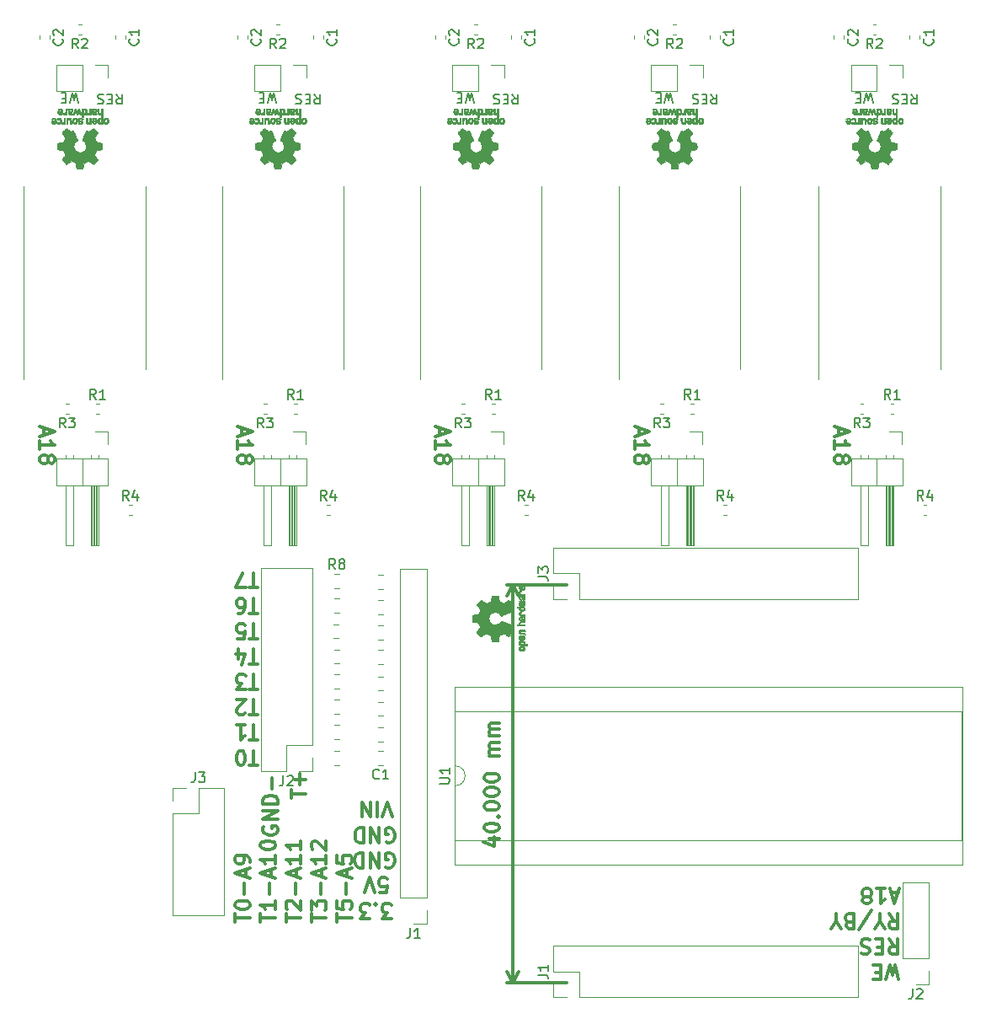
<source format=gbr>
G04 #@! TF.GenerationSoftware,KiCad,Pcbnew,5.0.0*
G04 #@! TF.CreationDate,2018-10-25T12:48:18+02:00*
G04 #@! TF.ProjectId,WaterFanBoard,576174657246616E426F6172642E6B69,rev?*
G04 #@! TF.SameCoordinates,Original*
G04 #@! TF.FileFunction,Legend,Top*
G04 #@! TF.FilePolarity,Positive*
%FSLAX46Y46*%
G04 Gerber Fmt 4.6, Leading zero omitted, Abs format (unit mm)*
G04 Created by KiCad (PCBNEW 5.0.0) date Thu Oct 25 12:48:18 2018*
%MOMM*%
%LPD*%
G01*
G04 APERTURE LIST*
%ADD10C,0.300000*%
%ADD11C,0.200000*%
%ADD12C,0.120000*%
%ADD13C,0.010000*%
%ADD14C,0.100000*%
%ADD15C,0.150000*%
G04 APERTURE END LIST*
D10*
X125073808Y-191624455D02*
X125073808Y-190767313D01*
X126573808Y-191195884D02*
X125073808Y-191195884D01*
X125073808Y-189981598D02*
X125073808Y-189838741D01*
X125145237Y-189695884D01*
X125216665Y-189624455D01*
X125359522Y-189553027D01*
X125645237Y-189481598D01*
X126002379Y-189481598D01*
X126288094Y-189553027D01*
X126430951Y-189624455D01*
X126502379Y-189695884D01*
X126573808Y-189838741D01*
X126573808Y-189981598D01*
X126502379Y-190124455D01*
X126430951Y-190195884D01*
X126288094Y-190267313D01*
X126002379Y-190338741D01*
X125645237Y-190338741D01*
X125359522Y-190267313D01*
X125216665Y-190195884D01*
X125145237Y-190124455D01*
X125073808Y-189981598D01*
X126002379Y-188838741D02*
X126002379Y-187695884D01*
X126145237Y-187053027D02*
X126145237Y-186338741D01*
X126573808Y-187195884D02*
X125073808Y-186695884D01*
X126573808Y-186195884D01*
X126573808Y-185624455D02*
X126573808Y-185338741D01*
X126502379Y-185195884D01*
X126430951Y-185124455D01*
X126216665Y-184981598D01*
X125930951Y-184910170D01*
X125359522Y-184910170D01*
X125216665Y-184981598D01*
X125145237Y-185053027D01*
X125073808Y-185195884D01*
X125073808Y-185481598D01*
X125145237Y-185624455D01*
X125216665Y-185695884D01*
X125359522Y-185767313D01*
X125716665Y-185767313D01*
X125859522Y-185695884D01*
X125930951Y-185624455D01*
X126002379Y-185481598D01*
X126002379Y-185195884D01*
X125930951Y-185053027D01*
X125859522Y-184981598D01*
X125716665Y-184910170D01*
X127623808Y-191624455D02*
X127623808Y-190767313D01*
X129123808Y-191195884D02*
X127623808Y-191195884D01*
X129123808Y-189481598D02*
X129123808Y-190338741D01*
X129123808Y-189910170D02*
X127623808Y-189910170D01*
X127838094Y-190053027D01*
X127980951Y-190195884D01*
X128052379Y-190338741D01*
X128552379Y-188838741D02*
X128552379Y-187695884D01*
X128695237Y-187053027D02*
X128695237Y-186338741D01*
X129123808Y-187195884D02*
X127623808Y-186695884D01*
X129123808Y-186195884D01*
X129123808Y-184910170D02*
X129123808Y-185767313D01*
X129123808Y-185338741D02*
X127623808Y-185338741D01*
X127838094Y-185481598D01*
X127980951Y-185624455D01*
X128052379Y-185767313D01*
X127623808Y-183981598D02*
X127623808Y-183838741D01*
X127695237Y-183695884D01*
X127766665Y-183624455D01*
X127909522Y-183553027D01*
X128195237Y-183481598D01*
X128552379Y-183481598D01*
X128838094Y-183553027D01*
X128980951Y-183624455D01*
X129052379Y-183695884D01*
X129123808Y-183838741D01*
X129123808Y-183981598D01*
X129052379Y-184124455D01*
X128980951Y-184195884D01*
X128838094Y-184267313D01*
X128552379Y-184338741D01*
X128195237Y-184338741D01*
X127909522Y-184267313D01*
X127766665Y-184195884D01*
X127695237Y-184124455D01*
X127623808Y-183981598D01*
X130173808Y-191624455D02*
X130173808Y-190767313D01*
X131673808Y-191195884D02*
X130173808Y-191195884D01*
X130316665Y-190338741D02*
X130245237Y-190267313D01*
X130173808Y-190124455D01*
X130173808Y-189767313D01*
X130245237Y-189624455D01*
X130316665Y-189553027D01*
X130459522Y-189481598D01*
X130602379Y-189481598D01*
X130816665Y-189553027D01*
X131673808Y-190410170D01*
X131673808Y-189481598D01*
X131102379Y-188838741D02*
X131102379Y-187695884D01*
X131245237Y-187053027D02*
X131245237Y-186338741D01*
X131673808Y-187195884D02*
X130173808Y-186695884D01*
X131673808Y-186195884D01*
X131673808Y-184910170D02*
X131673808Y-185767313D01*
X131673808Y-185338741D02*
X130173808Y-185338741D01*
X130388094Y-185481598D01*
X130530951Y-185624455D01*
X130602379Y-185767313D01*
X131673808Y-183481598D02*
X131673808Y-184338741D01*
X131673808Y-183910170D02*
X130173808Y-183910170D01*
X130388094Y-184053027D01*
X130530951Y-184195884D01*
X130602379Y-184338741D01*
X132723808Y-191624455D02*
X132723808Y-190767313D01*
X134223808Y-191195884D02*
X132723808Y-191195884D01*
X132723808Y-190410170D02*
X132723808Y-189481598D01*
X133295237Y-189981598D01*
X133295237Y-189767313D01*
X133366665Y-189624455D01*
X133438094Y-189553027D01*
X133580951Y-189481598D01*
X133938094Y-189481598D01*
X134080951Y-189553027D01*
X134152379Y-189624455D01*
X134223808Y-189767313D01*
X134223808Y-190195884D01*
X134152379Y-190338741D01*
X134080951Y-190410170D01*
X133652379Y-188838741D02*
X133652379Y-187695884D01*
X133795237Y-187053027D02*
X133795237Y-186338741D01*
X134223808Y-187195884D02*
X132723808Y-186695884D01*
X134223808Y-186195884D01*
X134223808Y-184910170D02*
X134223808Y-185767313D01*
X134223808Y-185338741D02*
X132723808Y-185338741D01*
X132938094Y-185481598D01*
X133080951Y-185624455D01*
X133152379Y-185767313D01*
X132866665Y-184338741D02*
X132795237Y-184267313D01*
X132723808Y-184124455D01*
X132723808Y-183767313D01*
X132795237Y-183624455D01*
X132866665Y-183553027D01*
X133009522Y-183481598D01*
X133152379Y-183481598D01*
X133366665Y-183553027D01*
X134223808Y-184410170D01*
X134223808Y-183481598D01*
X135273808Y-191624455D02*
X135273808Y-190767313D01*
X136773808Y-191195884D02*
X135273808Y-191195884D01*
X135273808Y-189553027D02*
X135273808Y-190267313D01*
X135988094Y-190338741D01*
X135916665Y-190267313D01*
X135845237Y-190124455D01*
X135845237Y-189767313D01*
X135916665Y-189624455D01*
X135988094Y-189553027D01*
X136130951Y-189481598D01*
X136488094Y-189481598D01*
X136630951Y-189553027D01*
X136702379Y-189624455D01*
X136773808Y-189767313D01*
X136773808Y-190124455D01*
X136702379Y-190267313D01*
X136630951Y-190338741D01*
X136202379Y-188838741D02*
X136202379Y-187695884D01*
X136345237Y-187053027D02*
X136345237Y-186338741D01*
X136773808Y-187195884D02*
X135273808Y-186695884D01*
X136773808Y-186195884D01*
X135273808Y-184981598D02*
X135273808Y-185695884D01*
X135988094Y-185767313D01*
X135916665Y-185695884D01*
X135845237Y-185553027D01*
X135845237Y-185195884D01*
X135916665Y-185053027D01*
X135988094Y-184981598D01*
X136130951Y-184910170D01*
X136488094Y-184910170D01*
X136630951Y-184981598D01*
X136702379Y-185053027D01*
X136773808Y-185195884D01*
X136773808Y-185553027D01*
X136702379Y-185695884D01*
X136630951Y-185767313D01*
X127357379Y-175908741D02*
X126500237Y-175908741D01*
X126928808Y-174408741D02*
X126928808Y-175908741D01*
X125714522Y-175908741D02*
X125571665Y-175908741D01*
X125428808Y-175837313D01*
X125357379Y-175765884D01*
X125285951Y-175623027D01*
X125214522Y-175337313D01*
X125214522Y-174980170D01*
X125285951Y-174694455D01*
X125357379Y-174551598D01*
X125428808Y-174480170D01*
X125571665Y-174408741D01*
X125714522Y-174408741D01*
X125857379Y-174480170D01*
X125928808Y-174551598D01*
X126000237Y-174694455D01*
X126071665Y-174980170D01*
X126071665Y-175337313D01*
X126000237Y-175623027D01*
X125928808Y-175765884D01*
X125857379Y-175837313D01*
X125714522Y-175908741D01*
X127357379Y-173358741D02*
X126500237Y-173358741D01*
X126928808Y-171858741D02*
X126928808Y-173358741D01*
X125214522Y-171858741D02*
X126071665Y-171858741D01*
X125643094Y-171858741D02*
X125643094Y-173358741D01*
X125785951Y-173144455D01*
X125928808Y-173001598D01*
X126071665Y-172930170D01*
X127357379Y-170808741D02*
X126500237Y-170808741D01*
X126928808Y-169308741D02*
X126928808Y-170808741D01*
X126071665Y-170665884D02*
X126000237Y-170737313D01*
X125857379Y-170808741D01*
X125500237Y-170808741D01*
X125357379Y-170737313D01*
X125285951Y-170665884D01*
X125214522Y-170523027D01*
X125214522Y-170380170D01*
X125285951Y-170165884D01*
X126143094Y-169308741D01*
X125214522Y-169308741D01*
X127357379Y-168258741D02*
X126500237Y-168258741D01*
X126928808Y-166758741D02*
X126928808Y-168258741D01*
X126143094Y-168258741D02*
X125214522Y-168258741D01*
X125714522Y-167687313D01*
X125500237Y-167687313D01*
X125357379Y-167615884D01*
X125285951Y-167544455D01*
X125214522Y-167401598D01*
X125214522Y-167044455D01*
X125285951Y-166901598D01*
X125357379Y-166830170D01*
X125500237Y-166758741D01*
X125928808Y-166758741D01*
X126071665Y-166830170D01*
X126143094Y-166901598D01*
X127357379Y-165708741D02*
X126500237Y-165708741D01*
X126928808Y-164208741D02*
X126928808Y-165708741D01*
X125357379Y-165208741D02*
X125357379Y-164208741D01*
X125714522Y-165780170D02*
X126071665Y-164708741D01*
X125143094Y-164708741D01*
X127357379Y-163158741D02*
X126500237Y-163158741D01*
X126928808Y-161658741D02*
X126928808Y-163158741D01*
X125285951Y-163158741D02*
X126000237Y-163158741D01*
X126071665Y-162444455D01*
X126000237Y-162515884D01*
X125857379Y-162587313D01*
X125500237Y-162587313D01*
X125357379Y-162515884D01*
X125285951Y-162444455D01*
X125214522Y-162301598D01*
X125214522Y-161944455D01*
X125285951Y-161801598D01*
X125357379Y-161730170D01*
X125500237Y-161658741D01*
X125857379Y-161658741D01*
X126000237Y-161730170D01*
X126071665Y-161801598D01*
X127357379Y-160608741D02*
X126500237Y-160608741D01*
X126928808Y-159108741D02*
X126928808Y-160608741D01*
X125357379Y-160608741D02*
X125643094Y-160608741D01*
X125785951Y-160537313D01*
X125857379Y-160465884D01*
X126000237Y-160251598D01*
X126071665Y-159965884D01*
X126071665Y-159394455D01*
X126000237Y-159251598D01*
X125928808Y-159180170D01*
X125785951Y-159108741D01*
X125500237Y-159108741D01*
X125357379Y-159180170D01*
X125285951Y-159251598D01*
X125214522Y-159394455D01*
X125214522Y-159751598D01*
X125285951Y-159894455D01*
X125357379Y-159965884D01*
X125500237Y-160037313D01*
X125785951Y-160037313D01*
X125928808Y-159965884D01*
X126000237Y-159894455D01*
X126071665Y-159751598D01*
X127357379Y-158058741D02*
X126500237Y-158058741D01*
X126928808Y-156558741D02*
X126928808Y-158058741D01*
X126143094Y-158058741D02*
X125143094Y-158058741D01*
X125785951Y-156558741D01*
X127945237Y-182043027D02*
X127873808Y-182185884D01*
X127873808Y-182400170D01*
X127945237Y-182614455D01*
X128088094Y-182757313D01*
X128230951Y-182828741D01*
X128516665Y-182900170D01*
X128730951Y-182900170D01*
X129016665Y-182828741D01*
X129159522Y-182757313D01*
X129302379Y-182614455D01*
X129373808Y-182400170D01*
X129373808Y-182257313D01*
X129302379Y-182043027D01*
X129230951Y-181971598D01*
X128730951Y-181971598D01*
X128730951Y-182257313D01*
X129373808Y-181328741D02*
X127873808Y-181328741D01*
X129373808Y-180471598D01*
X127873808Y-180471598D01*
X129373808Y-179757313D02*
X127873808Y-179757313D01*
X127873808Y-179400170D01*
X127945237Y-179185884D01*
X128088094Y-179043027D01*
X128230951Y-178971598D01*
X128516665Y-178900170D01*
X128730951Y-178900170D01*
X129016665Y-178971598D01*
X129159522Y-179043027D01*
X129302379Y-179185884D01*
X129373808Y-179400170D01*
X129373808Y-179757313D01*
X128802379Y-178257313D02*
X128802379Y-177114455D01*
X130673808Y-179219455D02*
X130673808Y-178362313D01*
X132173808Y-178790884D02*
X130673808Y-178790884D01*
X131602379Y-177862313D02*
X131602379Y-176719455D01*
X132173808Y-177290884D02*
X131030951Y-177290884D01*
X140857379Y-181083741D02*
X140357379Y-179583741D01*
X139857379Y-181083741D01*
X139357379Y-179583741D02*
X139357379Y-181083741D01*
X138643094Y-179583741D02*
X138643094Y-181083741D01*
X137785951Y-179583741D01*
X137785951Y-181083741D01*
X140257379Y-183612313D02*
X140400237Y-183683741D01*
X140614522Y-183683741D01*
X140828808Y-183612313D01*
X140971665Y-183469455D01*
X141043094Y-183326598D01*
X141114522Y-183040884D01*
X141114522Y-182826598D01*
X141043094Y-182540884D01*
X140971665Y-182398027D01*
X140828808Y-182255170D01*
X140614522Y-182183741D01*
X140471665Y-182183741D01*
X140257379Y-182255170D01*
X140185951Y-182326598D01*
X140185951Y-182826598D01*
X140471665Y-182826598D01*
X139543094Y-182183741D02*
X139543094Y-183683741D01*
X138685951Y-182183741D01*
X138685951Y-183683741D01*
X137971665Y-182183741D02*
X137971665Y-183683741D01*
X137614522Y-183683741D01*
X137400237Y-183612313D01*
X137257379Y-183469455D01*
X137185951Y-183326598D01*
X137114522Y-183040884D01*
X137114522Y-182826598D01*
X137185951Y-182540884D01*
X137257379Y-182398027D01*
X137400237Y-182255170D01*
X137614522Y-182183741D01*
X137971665Y-182183741D01*
X140238094Y-186112313D02*
X140380951Y-186183741D01*
X140595237Y-186183741D01*
X140809522Y-186112313D01*
X140952379Y-185969455D01*
X141023808Y-185826598D01*
X141095237Y-185540884D01*
X141095237Y-185326598D01*
X141023808Y-185040884D01*
X140952379Y-184898027D01*
X140809522Y-184755170D01*
X140595237Y-184683741D01*
X140452379Y-184683741D01*
X140238094Y-184755170D01*
X140166665Y-184826598D01*
X140166665Y-185326598D01*
X140452379Y-185326598D01*
X139523808Y-184683741D02*
X139523808Y-186183741D01*
X138666665Y-184683741D01*
X138666665Y-186183741D01*
X137952379Y-184683741D02*
X137952379Y-186183741D01*
X137595237Y-186183741D01*
X137380951Y-186112313D01*
X137238094Y-185969455D01*
X137166665Y-185826598D01*
X137095237Y-185540884D01*
X137095237Y-185326598D01*
X137166665Y-185040884D01*
X137238094Y-184898027D01*
X137380951Y-184755170D01*
X137595237Y-184683741D01*
X137952379Y-184683741D01*
X139580951Y-188683741D02*
X140295237Y-188683741D01*
X140366665Y-187969455D01*
X140295237Y-188040884D01*
X140152379Y-188112313D01*
X139795237Y-188112313D01*
X139652379Y-188040884D01*
X139580951Y-187969455D01*
X139509522Y-187826598D01*
X139509522Y-187469455D01*
X139580951Y-187326598D01*
X139652379Y-187255170D01*
X139795237Y-187183741D01*
X140152379Y-187183741D01*
X140295237Y-187255170D01*
X140366665Y-187326598D01*
X139080951Y-188683741D02*
X138580951Y-187183741D01*
X138080951Y-188683741D01*
X140766665Y-191283741D02*
X139838094Y-191283741D01*
X140338094Y-190712313D01*
X140123808Y-190712313D01*
X139980951Y-190640884D01*
X139909522Y-190569455D01*
X139838094Y-190426598D01*
X139838094Y-190069455D01*
X139909522Y-189926598D01*
X139980951Y-189855170D01*
X140123808Y-189783741D01*
X140552379Y-189783741D01*
X140695237Y-189855170D01*
X140766665Y-189926598D01*
X139195237Y-189926598D02*
X139123808Y-189855170D01*
X139195237Y-189783741D01*
X139266665Y-189855170D01*
X139195237Y-189926598D01*
X139195237Y-189783741D01*
X138623808Y-191283741D02*
X137695237Y-191283741D01*
X138195237Y-190712313D01*
X137980951Y-190712313D01*
X137838094Y-190640884D01*
X137766665Y-190569455D01*
X137695237Y-190426598D01*
X137695237Y-190069455D01*
X137766665Y-189926598D01*
X137838094Y-189855170D01*
X137980951Y-189783741D01*
X138409522Y-189783741D01*
X138552379Y-189855170D01*
X138623808Y-189926598D01*
X150588629Y-183265591D02*
X151588629Y-183265591D01*
X150017200Y-183622733D02*
X151088629Y-183979876D01*
X151088629Y-183051305D01*
X150088629Y-182194162D02*
X150088629Y-182051305D01*
X150160058Y-181908448D01*
X150231486Y-181837019D01*
X150374343Y-181765591D01*
X150660058Y-181694162D01*
X151017200Y-181694162D01*
X151302915Y-181765591D01*
X151445772Y-181837019D01*
X151517200Y-181908448D01*
X151588629Y-182051305D01*
X151588629Y-182194162D01*
X151517200Y-182337019D01*
X151445772Y-182408448D01*
X151302915Y-182479876D01*
X151017200Y-182551305D01*
X150660058Y-182551305D01*
X150374343Y-182479876D01*
X150231486Y-182408448D01*
X150160058Y-182337019D01*
X150088629Y-182194162D01*
X151445772Y-181051305D02*
X151517200Y-180979876D01*
X151588629Y-181051305D01*
X151517200Y-181122733D01*
X151445772Y-181051305D01*
X151588629Y-181051305D01*
X150088629Y-180051305D02*
X150088629Y-179908448D01*
X150160058Y-179765591D01*
X150231486Y-179694162D01*
X150374343Y-179622733D01*
X150660058Y-179551305D01*
X151017200Y-179551305D01*
X151302915Y-179622733D01*
X151445772Y-179694162D01*
X151517200Y-179765591D01*
X151588629Y-179908448D01*
X151588629Y-180051305D01*
X151517200Y-180194162D01*
X151445772Y-180265591D01*
X151302915Y-180337019D01*
X151017200Y-180408448D01*
X150660058Y-180408448D01*
X150374343Y-180337019D01*
X150231486Y-180265591D01*
X150160058Y-180194162D01*
X150088629Y-180051305D01*
X150088629Y-178622733D02*
X150088629Y-178479876D01*
X150160058Y-178337019D01*
X150231486Y-178265591D01*
X150374343Y-178194162D01*
X150660058Y-178122733D01*
X151017200Y-178122733D01*
X151302915Y-178194162D01*
X151445772Y-178265591D01*
X151517200Y-178337019D01*
X151588629Y-178479876D01*
X151588629Y-178622733D01*
X151517200Y-178765591D01*
X151445772Y-178837019D01*
X151302915Y-178908448D01*
X151017200Y-178979876D01*
X150660058Y-178979876D01*
X150374343Y-178908448D01*
X150231486Y-178837019D01*
X150160058Y-178765591D01*
X150088629Y-178622733D01*
X150088629Y-177194162D02*
X150088629Y-177051305D01*
X150160058Y-176908448D01*
X150231486Y-176837019D01*
X150374343Y-176765591D01*
X150660058Y-176694162D01*
X151017200Y-176694162D01*
X151302915Y-176765591D01*
X151445772Y-176837019D01*
X151517200Y-176908448D01*
X151588629Y-177051305D01*
X151588629Y-177194162D01*
X151517200Y-177337019D01*
X151445772Y-177408448D01*
X151302915Y-177479876D01*
X151017200Y-177551305D01*
X150660058Y-177551305D01*
X150374343Y-177479876D01*
X150231486Y-177408448D01*
X150160058Y-177337019D01*
X150088629Y-177194162D01*
X151588629Y-174908448D02*
X150588629Y-174908448D01*
X150731486Y-174908448D02*
X150660058Y-174837019D01*
X150588629Y-174694162D01*
X150588629Y-174479876D01*
X150660058Y-174337019D01*
X150802915Y-174265591D01*
X151588629Y-174265591D01*
X150802915Y-174265591D02*
X150660058Y-174194162D01*
X150588629Y-174051305D01*
X150588629Y-173837019D01*
X150660058Y-173694162D01*
X150802915Y-173622733D01*
X151588629Y-173622733D01*
X151588629Y-172908448D02*
X150588629Y-172908448D01*
X150731486Y-172908448D02*
X150660058Y-172837019D01*
X150588629Y-172694162D01*
X150588629Y-172479876D01*
X150660058Y-172337019D01*
X150802915Y-172265591D01*
X151588629Y-172265591D01*
X150802915Y-172265591D02*
X150660058Y-172194162D01*
X150588629Y-172051305D01*
X150588629Y-171837019D01*
X150660058Y-171694162D01*
X150802915Y-171622733D01*
X151588629Y-171622733D01*
X153010058Y-197765591D02*
X153010058Y-157765591D01*
X158410058Y-197765591D02*
X152423637Y-197765591D01*
X158410058Y-157765591D02*
X152423637Y-157765591D01*
X153010058Y-157765591D02*
X153596479Y-158892095D01*
X153010058Y-157765591D02*
X152423637Y-158892095D01*
X153010058Y-197765591D02*
X153596479Y-196639087D01*
X153010058Y-197765591D02*
X152423637Y-196639087D01*
X191800772Y-197412019D02*
X191443629Y-195912019D01*
X191157915Y-196983448D01*
X190872200Y-195912019D01*
X190515058Y-197412019D01*
X189943629Y-196697733D02*
X189443629Y-196697733D01*
X189229343Y-195912019D02*
X189943629Y-195912019D01*
X189943629Y-197412019D01*
X189229343Y-197412019D01*
X190800772Y-193362019D02*
X191300772Y-194076305D01*
X191657915Y-193362019D02*
X191657915Y-194862019D01*
X191086486Y-194862019D01*
X190943629Y-194790591D01*
X190872200Y-194719162D01*
X190800772Y-194576305D01*
X190800772Y-194362019D01*
X190872200Y-194219162D01*
X190943629Y-194147733D01*
X191086486Y-194076305D01*
X191657915Y-194076305D01*
X190157915Y-194147733D02*
X189657915Y-194147733D01*
X189443629Y-193362019D02*
X190157915Y-193362019D01*
X190157915Y-194862019D01*
X189443629Y-194862019D01*
X188872200Y-193433448D02*
X188657915Y-193362019D01*
X188300772Y-193362019D01*
X188157915Y-193433448D01*
X188086486Y-193504876D01*
X188015058Y-193647733D01*
X188015058Y-193790591D01*
X188086486Y-193933448D01*
X188157915Y-194004876D01*
X188300772Y-194076305D01*
X188586486Y-194147733D01*
X188729343Y-194219162D01*
X188800772Y-194290591D01*
X188872200Y-194433448D01*
X188872200Y-194576305D01*
X188800772Y-194719162D01*
X188729343Y-194790591D01*
X188586486Y-194862019D01*
X188229343Y-194862019D01*
X188015058Y-194790591D01*
X190800772Y-190812019D02*
X191300772Y-191526305D01*
X191657915Y-190812019D02*
X191657915Y-192312019D01*
X191086486Y-192312019D01*
X190943629Y-192240591D01*
X190872200Y-192169162D01*
X190800772Y-192026305D01*
X190800772Y-191812019D01*
X190872200Y-191669162D01*
X190943629Y-191597733D01*
X191086486Y-191526305D01*
X191657915Y-191526305D01*
X189872200Y-191526305D02*
X189872200Y-190812019D01*
X190372200Y-192312019D02*
X189872200Y-191526305D01*
X189372200Y-192312019D01*
X187800772Y-192383448D02*
X189086486Y-190454876D01*
X186800772Y-191597733D02*
X186586486Y-191526305D01*
X186515058Y-191454876D01*
X186443629Y-191312019D01*
X186443629Y-191097733D01*
X186515058Y-190954876D01*
X186586486Y-190883448D01*
X186729343Y-190812019D01*
X187300772Y-190812019D01*
X187300772Y-192312019D01*
X186800772Y-192312019D01*
X186657915Y-192240591D01*
X186586486Y-192169162D01*
X186515058Y-192026305D01*
X186515058Y-191883448D01*
X186586486Y-191740591D01*
X186657915Y-191669162D01*
X186800772Y-191597733D01*
X187300772Y-191597733D01*
X185515058Y-191526305D02*
X185515058Y-190812019D01*
X186015058Y-192312019D02*
X185515058Y-191526305D01*
X185015058Y-192312019D01*
X191729343Y-188690591D02*
X191015058Y-188690591D01*
X191872200Y-188262019D02*
X191372200Y-189762019D01*
X190872200Y-188262019D01*
X189586486Y-188262019D02*
X190443629Y-188262019D01*
X190015058Y-188262019D02*
X190015058Y-189762019D01*
X190157915Y-189547733D01*
X190300772Y-189404876D01*
X190443629Y-189333448D01*
X188729343Y-189119162D02*
X188872200Y-189190591D01*
X188943629Y-189262019D01*
X189015058Y-189404876D01*
X189015058Y-189476305D01*
X188943629Y-189619162D01*
X188872200Y-189690591D01*
X188729343Y-189762019D01*
X188443629Y-189762019D01*
X188300772Y-189690591D01*
X188229343Y-189619162D01*
X188157915Y-189476305D01*
X188157915Y-189404876D01*
X188229343Y-189262019D01*
X188300772Y-189190591D01*
X188443629Y-189119162D01*
X188729343Y-189119162D01*
X188872200Y-189047733D01*
X188943629Y-188976305D01*
X189015058Y-188833448D01*
X189015058Y-188547733D01*
X188943629Y-188404876D01*
X188872200Y-188333448D01*
X188729343Y-188262019D01*
X188443629Y-188262019D01*
X188300772Y-188333448D01*
X188229343Y-188404876D01*
X188157915Y-188547733D01*
X188157915Y-188833448D01*
X188229343Y-188976305D01*
X188300772Y-189047733D01*
X188443629Y-189119162D01*
D11*
X113119047Y-108447619D02*
X113452380Y-108923809D01*
X113690476Y-108447619D02*
X113690476Y-109447619D01*
X113309523Y-109447619D01*
X113214285Y-109400000D01*
X113166666Y-109352380D01*
X113119047Y-109257142D01*
X113119047Y-109114285D01*
X113166666Y-109019047D01*
X113214285Y-108971428D01*
X113309523Y-108923809D01*
X113690476Y-108923809D01*
X112690476Y-108971428D02*
X112357142Y-108971428D01*
X112214285Y-108447619D02*
X112690476Y-108447619D01*
X112690476Y-109447619D01*
X112214285Y-109447619D01*
X111833333Y-108495238D02*
X111690476Y-108447619D01*
X111452380Y-108447619D01*
X111357142Y-108495238D01*
X111309523Y-108542857D01*
X111261904Y-108638095D01*
X111261904Y-108733333D01*
X111309523Y-108828571D01*
X111357142Y-108876190D01*
X111452380Y-108923809D01*
X111642857Y-108971428D01*
X111738095Y-109019047D01*
X111785714Y-109066666D01*
X111833333Y-109161904D01*
X111833333Y-109257142D01*
X111785714Y-109352380D01*
X111738095Y-109400000D01*
X111642857Y-109447619D01*
X111404761Y-109447619D01*
X111261904Y-109400000D01*
X109280952Y-109347619D02*
X109042857Y-108347619D01*
X108852380Y-109061904D01*
X108661904Y-108347619D01*
X108423809Y-109347619D01*
X108042857Y-108871428D02*
X107709523Y-108871428D01*
X107566666Y-108347619D02*
X108042857Y-108347619D01*
X108042857Y-109347619D01*
X107566666Y-109347619D01*
D10*
X105850000Y-142014285D02*
X105850000Y-142728571D01*
X105421428Y-141871428D02*
X106921428Y-142371428D01*
X105421428Y-142871428D01*
X105421428Y-144157142D02*
X105421428Y-143300000D01*
X105421428Y-143728571D02*
X106921428Y-143728571D01*
X106707142Y-143585714D01*
X106564285Y-143442857D01*
X106492857Y-143300000D01*
X106278571Y-145014285D02*
X106350000Y-144871428D01*
X106421428Y-144800000D01*
X106564285Y-144728571D01*
X106635714Y-144728571D01*
X106778571Y-144800000D01*
X106850000Y-144871428D01*
X106921428Y-145014285D01*
X106921428Y-145300000D01*
X106850000Y-145442857D01*
X106778571Y-145514285D01*
X106635714Y-145585714D01*
X106564285Y-145585714D01*
X106421428Y-145514285D01*
X106350000Y-145442857D01*
X106278571Y-145300000D01*
X106278571Y-145014285D01*
X106207142Y-144871428D01*
X106135714Y-144800000D01*
X105992857Y-144728571D01*
X105707142Y-144728571D01*
X105564285Y-144800000D01*
X105492857Y-144871428D01*
X105421428Y-145014285D01*
X105421428Y-145300000D01*
X105492857Y-145442857D01*
X105564285Y-145514285D01*
X105707142Y-145585714D01*
X105992857Y-145585714D01*
X106135714Y-145514285D01*
X106207142Y-145442857D01*
X106278571Y-145300000D01*
D11*
X133019047Y-108447619D02*
X133352380Y-108923809D01*
X133590476Y-108447619D02*
X133590476Y-109447619D01*
X133209523Y-109447619D01*
X133114285Y-109400000D01*
X133066666Y-109352380D01*
X133019047Y-109257142D01*
X133019047Y-109114285D01*
X133066666Y-109019047D01*
X133114285Y-108971428D01*
X133209523Y-108923809D01*
X133590476Y-108923809D01*
X132590476Y-108971428D02*
X132257142Y-108971428D01*
X132114285Y-108447619D02*
X132590476Y-108447619D01*
X132590476Y-109447619D01*
X132114285Y-109447619D01*
X131733333Y-108495238D02*
X131590476Y-108447619D01*
X131352380Y-108447619D01*
X131257142Y-108495238D01*
X131209523Y-108542857D01*
X131161904Y-108638095D01*
X131161904Y-108733333D01*
X131209523Y-108828571D01*
X131257142Y-108876190D01*
X131352380Y-108923809D01*
X131542857Y-108971428D01*
X131638095Y-109019047D01*
X131685714Y-109066666D01*
X131733333Y-109161904D01*
X131733333Y-109257142D01*
X131685714Y-109352380D01*
X131638095Y-109400000D01*
X131542857Y-109447619D01*
X131304761Y-109447619D01*
X131161904Y-109400000D01*
X129180952Y-109347619D02*
X128942857Y-108347619D01*
X128752380Y-109061904D01*
X128561904Y-108347619D01*
X128323809Y-109347619D01*
X127942857Y-108871428D02*
X127609523Y-108871428D01*
X127466666Y-108347619D02*
X127942857Y-108347619D01*
X127942857Y-109347619D01*
X127466666Y-109347619D01*
D10*
X125750000Y-142014285D02*
X125750000Y-142728571D01*
X125321428Y-141871428D02*
X126821428Y-142371428D01*
X125321428Y-142871428D01*
X125321428Y-144157142D02*
X125321428Y-143300000D01*
X125321428Y-143728571D02*
X126821428Y-143728571D01*
X126607142Y-143585714D01*
X126464285Y-143442857D01*
X126392857Y-143300000D01*
X126178571Y-145014285D02*
X126250000Y-144871428D01*
X126321428Y-144800000D01*
X126464285Y-144728571D01*
X126535714Y-144728571D01*
X126678571Y-144800000D01*
X126750000Y-144871428D01*
X126821428Y-145014285D01*
X126821428Y-145300000D01*
X126750000Y-145442857D01*
X126678571Y-145514285D01*
X126535714Y-145585714D01*
X126464285Y-145585714D01*
X126321428Y-145514285D01*
X126250000Y-145442857D01*
X126178571Y-145300000D01*
X126178571Y-145014285D01*
X126107142Y-144871428D01*
X126035714Y-144800000D01*
X125892857Y-144728571D01*
X125607142Y-144728571D01*
X125464285Y-144800000D01*
X125392857Y-144871428D01*
X125321428Y-145014285D01*
X125321428Y-145300000D01*
X125392857Y-145442857D01*
X125464285Y-145514285D01*
X125607142Y-145585714D01*
X125892857Y-145585714D01*
X126035714Y-145514285D01*
X126107142Y-145442857D01*
X126178571Y-145300000D01*
D11*
X152919047Y-108447619D02*
X153252380Y-108923809D01*
X153490476Y-108447619D02*
X153490476Y-109447619D01*
X153109523Y-109447619D01*
X153014285Y-109400000D01*
X152966666Y-109352380D01*
X152919047Y-109257142D01*
X152919047Y-109114285D01*
X152966666Y-109019047D01*
X153014285Y-108971428D01*
X153109523Y-108923809D01*
X153490476Y-108923809D01*
X152490476Y-108971428D02*
X152157142Y-108971428D01*
X152014285Y-108447619D02*
X152490476Y-108447619D01*
X152490476Y-109447619D01*
X152014285Y-109447619D01*
X151633333Y-108495238D02*
X151490476Y-108447619D01*
X151252380Y-108447619D01*
X151157142Y-108495238D01*
X151109523Y-108542857D01*
X151061904Y-108638095D01*
X151061904Y-108733333D01*
X151109523Y-108828571D01*
X151157142Y-108876190D01*
X151252380Y-108923809D01*
X151442857Y-108971428D01*
X151538095Y-109019047D01*
X151585714Y-109066666D01*
X151633333Y-109161904D01*
X151633333Y-109257142D01*
X151585714Y-109352380D01*
X151538095Y-109400000D01*
X151442857Y-109447619D01*
X151204761Y-109447619D01*
X151061904Y-109400000D01*
X149080952Y-109347619D02*
X148842857Y-108347619D01*
X148652380Y-109061904D01*
X148461904Y-108347619D01*
X148223809Y-109347619D01*
X147842857Y-108871428D02*
X147509523Y-108871428D01*
X147366666Y-108347619D02*
X147842857Y-108347619D01*
X147842857Y-109347619D01*
X147366666Y-109347619D01*
D10*
X145650000Y-142014285D02*
X145650000Y-142728571D01*
X145221428Y-141871428D02*
X146721428Y-142371428D01*
X145221428Y-142871428D01*
X145221428Y-144157142D02*
X145221428Y-143300000D01*
X145221428Y-143728571D02*
X146721428Y-143728571D01*
X146507142Y-143585714D01*
X146364285Y-143442857D01*
X146292857Y-143300000D01*
X146078571Y-145014285D02*
X146150000Y-144871428D01*
X146221428Y-144800000D01*
X146364285Y-144728571D01*
X146435714Y-144728571D01*
X146578571Y-144800000D01*
X146650000Y-144871428D01*
X146721428Y-145014285D01*
X146721428Y-145300000D01*
X146650000Y-145442857D01*
X146578571Y-145514285D01*
X146435714Y-145585714D01*
X146364285Y-145585714D01*
X146221428Y-145514285D01*
X146150000Y-145442857D01*
X146078571Y-145300000D01*
X146078571Y-145014285D01*
X146007142Y-144871428D01*
X145935714Y-144800000D01*
X145792857Y-144728571D01*
X145507142Y-144728571D01*
X145364285Y-144800000D01*
X145292857Y-144871428D01*
X145221428Y-145014285D01*
X145221428Y-145300000D01*
X145292857Y-145442857D01*
X145364285Y-145514285D01*
X145507142Y-145585714D01*
X145792857Y-145585714D01*
X145935714Y-145514285D01*
X146007142Y-145442857D01*
X146078571Y-145300000D01*
D11*
X172919047Y-108447619D02*
X173252380Y-108923809D01*
X173490476Y-108447619D02*
X173490476Y-109447619D01*
X173109523Y-109447619D01*
X173014285Y-109400000D01*
X172966666Y-109352380D01*
X172919047Y-109257142D01*
X172919047Y-109114285D01*
X172966666Y-109019047D01*
X173014285Y-108971428D01*
X173109523Y-108923809D01*
X173490476Y-108923809D01*
X172490476Y-108971428D02*
X172157142Y-108971428D01*
X172014285Y-108447619D02*
X172490476Y-108447619D01*
X172490476Y-109447619D01*
X172014285Y-109447619D01*
X171633333Y-108495238D02*
X171490476Y-108447619D01*
X171252380Y-108447619D01*
X171157142Y-108495238D01*
X171109523Y-108542857D01*
X171061904Y-108638095D01*
X171061904Y-108733333D01*
X171109523Y-108828571D01*
X171157142Y-108876190D01*
X171252380Y-108923809D01*
X171442857Y-108971428D01*
X171538095Y-109019047D01*
X171585714Y-109066666D01*
X171633333Y-109161904D01*
X171633333Y-109257142D01*
X171585714Y-109352380D01*
X171538095Y-109400000D01*
X171442857Y-109447619D01*
X171204761Y-109447619D01*
X171061904Y-109400000D01*
X169080952Y-109347619D02*
X168842857Y-108347619D01*
X168652380Y-109061904D01*
X168461904Y-108347619D01*
X168223809Y-109347619D01*
X167842857Y-108871428D02*
X167509523Y-108871428D01*
X167366666Y-108347619D02*
X167842857Y-108347619D01*
X167842857Y-109347619D01*
X167366666Y-109347619D01*
D10*
X165650000Y-142014285D02*
X165650000Y-142728571D01*
X165221428Y-141871428D02*
X166721428Y-142371428D01*
X165221428Y-142871428D01*
X165221428Y-144157142D02*
X165221428Y-143300000D01*
X165221428Y-143728571D02*
X166721428Y-143728571D01*
X166507142Y-143585714D01*
X166364285Y-143442857D01*
X166292857Y-143300000D01*
X166078571Y-145014285D02*
X166150000Y-144871428D01*
X166221428Y-144800000D01*
X166364285Y-144728571D01*
X166435714Y-144728571D01*
X166578571Y-144800000D01*
X166650000Y-144871428D01*
X166721428Y-145014285D01*
X166721428Y-145300000D01*
X166650000Y-145442857D01*
X166578571Y-145514285D01*
X166435714Y-145585714D01*
X166364285Y-145585714D01*
X166221428Y-145514285D01*
X166150000Y-145442857D01*
X166078571Y-145300000D01*
X166078571Y-145014285D01*
X166007142Y-144871428D01*
X165935714Y-144800000D01*
X165792857Y-144728571D01*
X165507142Y-144728571D01*
X165364285Y-144800000D01*
X165292857Y-144871428D01*
X165221428Y-145014285D01*
X165221428Y-145300000D01*
X165292857Y-145442857D01*
X165364285Y-145514285D01*
X165507142Y-145585714D01*
X165792857Y-145585714D01*
X165935714Y-145514285D01*
X166007142Y-145442857D01*
X166078571Y-145300000D01*
D11*
X193019047Y-108447619D02*
X193352380Y-108923809D01*
X193590476Y-108447619D02*
X193590476Y-109447619D01*
X193209523Y-109447619D01*
X193114285Y-109400000D01*
X193066666Y-109352380D01*
X193019047Y-109257142D01*
X193019047Y-109114285D01*
X193066666Y-109019047D01*
X193114285Y-108971428D01*
X193209523Y-108923809D01*
X193590476Y-108923809D01*
X192590476Y-108971428D02*
X192257142Y-108971428D01*
X192114285Y-108447619D02*
X192590476Y-108447619D01*
X192590476Y-109447619D01*
X192114285Y-109447619D01*
X191733333Y-108495238D02*
X191590476Y-108447619D01*
X191352380Y-108447619D01*
X191257142Y-108495238D01*
X191209523Y-108542857D01*
X191161904Y-108638095D01*
X191161904Y-108733333D01*
X191209523Y-108828571D01*
X191257142Y-108876190D01*
X191352380Y-108923809D01*
X191542857Y-108971428D01*
X191638095Y-109019047D01*
X191685714Y-109066666D01*
X191733333Y-109161904D01*
X191733333Y-109257142D01*
X191685714Y-109352380D01*
X191638095Y-109400000D01*
X191542857Y-109447619D01*
X191304761Y-109447619D01*
X191161904Y-109400000D01*
X189180952Y-109347619D02*
X188942857Y-108347619D01*
X188752380Y-109061904D01*
X188561904Y-108347619D01*
X188323809Y-109347619D01*
X187942857Y-108871428D02*
X187609523Y-108871428D01*
X187466666Y-108347619D02*
X187942857Y-108347619D01*
X187942857Y-109347619D01*
X187466666Y-109347619D01*
D10*
X185750000Y-142014285D02*
X185750000Y-142728571D01*
X185321428Y-141871428D02*
X186821428Y-142371428D01*
X185321428Y-142871428D01*
X185321428Y-144157142D02*
X185321428Y-143300000D01*
X185321428Y-143728571D02*
X186821428Y-143728571D01*
X186607142Y-143585714D01*
X186464285Y-143442857D01*
X186392857Y-143300000D01*
X186178571Y-145014285D02*
X186250000Y-144871428D01*
X186321428Y-144800000D01*
X186464285Y-144728571D01*
X186535714Y-144728571D01*
X186678571Y-144800000D01*
X186750000Y-144871428D01*
X186821428Y-145014285D01*
X186821428Y-145300000D01*
X186750000Y-145442857D01*
X186678571Y-145514285D01*
X186535714Y-145585714D01*
X186464285Y-145585714D01*
X186321428Y-145514285D01*
X186250000Y-145442857D01*
X186178571Y-145300000D01*
X186178571Y-145014285D01*
X186107142Y-144871428D01*
X186035714Y-144800000D01*
X185892857Y-144728571D01*
X185607142Y-144728571D01*
X185464285Y-144800000D01*
X185392857Y-144871428D01*
X185321428Y-145014285D01*
X185321428Y-145300000D01*
X185392857Y-145442857D01*
X185464285Y-145514285D01*
X185607142Y-145585714D01*
X185892857Y-145585714D01*
X186035714Y-145514285D01*
X186107142Y-145442857D01*
X186178571Y-145300000D01*
D12*
G04 #@! TO.C,C2*
X139956489Y-172052313D02*
X139433985Y-172052313D01*
X139956489Y-173472313D02*
X139433985Y-173472313D01*
G04 #@! TO.C,C3*
X139956489Y-170922313D02*
X139433985Y-170922313D01*
X139956489Y-169502313D02*
X139433985Y-169502313D01*
G04 #@! TO.C,C4*
X139956489Y-166952313D02*
X139433985Y-166952313D01*
X139956489Y-168372313D02*
X139433985Y-168372313D01*
G04 #@! TO.C,C5*
X139956489Y-165722313D02*
X139433985Y-165722313D01*
X139956489Y-164302313D02*
X139433985Y-164302313D01*
G04 #@! TO.C,C6*
X139956489Y-161852313D02*
X139433985Y-161852313D01*
X139956489Y-163272313D02*
X139433985Y-163272313D01*
G04 #@! TO.C,C7*
X139956489Y-160722313D02*
X139433985Y-160722313D01*
X139956489Y-159302313D02*
X139433985Y-159302313D01*
G04 #@! TO.C,C8*
X139956489Y-156752313D02*
X139433985Y-156752313D01*
X139956489Y-158172313D02*
X139433985Y-158172313D01*
G04 #@! TO.C,C1*
X139956489Y-175872313D02*
X139433985Y-175872313D01*
X139956489Y-174452313D02*
X139433985Y-174452313D01*
G04 #@! TO.C,J1*
X144325237Y-156112313D02*
X141665237Y-156112313D01*
X144325237Y-189192313D02*
X144325237Y-156112313D01*
X141665237Y-189192313D02*
X141665237Y-156112313D01*
X144325237Y-189192313D02*
X141665237Y-189192313D01*
X144325237Y-190462313D02*
X144325237Y-191792313D01*
X144325237Y-191792313D02*
X142995237Y-191792313D01*
G04 #@! TO.C,J3*
X118765237Y-190952313D02*
X123965237Y-190952313D01*
X118765237Y-180732313D02*
X118765237Y-190952313D01*
X123965237Y-178132313D02*
X123965237Y-190952313D01*
X118765237Y-180732313D02*
X121365237Y-180732313D01*
X121365237Y-180732313D02*
X121365237Y-178132313D01*
X121365237Y-178132313D02*
X123965237Y-178132313D01*
X118765237Y-179462313D02*
X118765237Y-178132313D01*
X118765237Y-178132313D02*
X120095237Y-178132313D01*
G04 #@! TO.C,J2*
X132825237Y-156032313D02*
X127625237Y-156032313D01*
X132825237Y-173872313D02*
X132825237Y-156032313D01*
X127625237Y-176472313D02*
X127625237Y-156032313D01*
X132825237Y-173872313D02*
X130225237Y-173872313D01*
X130225237Y-173872313D02*
X130225237Y-176472313D01*
X130225237Y-176472313D02*
X127625237Y-176472313D01*
X132825237Y-175142313D02*
X132825237Y-176472313D01*
X132825237Y-176472313D02*
X131495237Y-176472313D01*
G04 #@! TO.C,R8*
X135033985Y-158072313D02*
X135556489Y-158072313D01*
X135033985Y-156652313D02*
X135556489Y-156652313D01*
G04 #@! TO.C,R1*
X135033985Y-174452313D02*
X135556489Y-174452313D01*
X135033985Y-175872313D02*
X135556489Y-175872313D01*
G04 #@! TO.C,R2*
X135033985Y-173272313D02*
X135556489Y-173272313D01*
X135033985Y-171852313D02*
X135556489Y-171852313D01*
G04 #@! TO.C,R3*
X135033985Y-169302313D02*
X135556489Y-169302313D01*
X135033985Y-170722313D02*
X135556489Y-170722313D01*
G04 #@! TO.C,R4*
X135033985Y-168172313D02*
X135556489Y-168172313D01*
X135033985Y-166752313D02*
X135556489Y-166752313D01*
G04 #@! TO.C,R5*
X135033985Y-164252313D02*
X135556489Y-164252313D01*
X135033985Y-165672313D02*
X135556489Y-165672313D01*
G04 #@! TO.C,R6*
X134933985Y-163122313D02*
X135456489Y-163122313D01*
X134933985Y-161702313D02*
X135456489Y-161702313D01*
G04 #@! TO.C,R7*
X135033985Y-159152313D02*
X135556489Y-159152313D01*
X135033985Y-160572313D02*
X135556489Y-160572313D01*
G04 #@! TO.C,J2*
X194840058Y-197895591D02*
X193510058Y-197895591D01*
X194840058Y-196565591D02*
X194840058Y-197895591D01*
X194840058Y-195295591D02*
X192180058Y-195295591D01*
X192180058Y-195295591D02*
X192180058Y-187615591D01*
X194840058Y-195295591D02*
X194840058Y-187615591D01*
X194840058Y-187615591D02*
X192180058Y-187615591D01*
G04 #@! TO.C,J3*
X187680058Y-159195591D02*
X187680058Y-153995591D01*
X159680058Y-159195591D02*
X187680058Y-159195591D01*
X157080058Y-153995591D02*
X187680058Y-153995591D01*
X159680058Y-159195591D02*
X159680058Y-156595591D01*
X159680058Y-156595591D02*
X157080058Y-156595591D01*
X157080058Y-156595591D02*
X157080058Y-153995591D01*
X158410058Y-159195591D02*
X157080058Y-159195591D01*
X157080058Y-159195591D02*
X157080058Y-157865591D01*
G04 #@! TO.C,J1*
X157080058Y-199195591D02*
X157080058Y-197865591D01*
X158410058Y-199195591D02*
X157080058Y-199195591D01*
X157080058Y-196595591D02*
X157080058Y-193995591D01*
X159680058Y-196595591D02*
X157080058Y-196595591D01*
X159680058Y-199195591D02*
X159680058Y-196595591D01*
X157080058Y-193995591D02*
X187680058Y-193995591D01*
X159680058Y-199195591D02*
X187680058Y-199195591D01*
X187680058Y-199195591D02*
X187680058Y-193995591D01*
G04 #@! TO.C,U1*
X147120058Y-167995591D02*
X147120058Y-185895591D01*
X198160058Y-167995591D02*
X147120058Y-167995591D01*
X198160058Y-185895591D02*
X198160058Y-167995591D01*
X147120058Y-185895591D02*
X198160058Y-185895591D01*
X147180058Y-170485591D02*
X147180058Y-175945591D01*
X198100058Y-170485591D02*
X147180058Y-170485591D01*
X198100058Y-183405591D02*
X198100058Y-170485591D01*
X147180058Y-183405591D02*
X198100058Y-183405591D01*
X147180058Y-177945591D02*
X147180058Y-183405591D01*
X147180058Y-175945591D02*
G75*
G02X147180058Y-177945591I0J-1000000D01*
G01*
D13*
G04 #@! TO.C,REF123*
G36*
X153569976Y-163519847D02*
X153597626Y-163464390D01*
X153648538Y-163415443D01*
X153667396Y-163401962D01*
X153692073Y-163387277D01*
X153718874Y-163377749D01*
X153754645Y-163372298D01*
X153806227Y-163369844D01*
X153874325Y-163369305D01*
X153967646Y-163371739D01*
X154037715Y-163380197D01*
X154089989Y-163396417D01*
X154129927Y-163422137D01*
X154162987Y-163459094D01*
X154164944Y-163461809D01*
X154184966Y-163498231D01*
X154194873Y-163542089D01*
X154197315Y-163597867D01*
X154197315Y-163688543D01*
X154285341Y-163688581D01*
X154334366Y-163689425D01*
X154363123Y-163694567D01*
X154380369Y-163708004D01*
X154394866Y-163733733D01*
X154397827Y-163739912D01*
X154411706Y-163768827D01*
X154420472Y-163791215D01*
X154421229Y-163807862D01*
X154411081Y-163819555D01*
X154387131Y-163827081D01*
X154346484Y-163831225D01*
X154286244Y-163832776D01*
X154203513Y-163832520D01*
X154095397Y-163831242D01*
X154063058Y-163830843D01*
X153951582Y-163829406D01*
X153878661Y-163828119D01*
X153878661Y-163688620D01*
X153940557Y-163687836D01*
X153981055Y-163684351D01*
X154007766Y-163676467D01*
X154028302Y-163662486D01*
X154038318Y-163652994D01*
X154067625Y-163614187D01*
X154070010Y-163579828D01*
X154045808Y-163544375D01*
X154044915Y-163543477D01*
X154026211Y-163529052D01*
X154000790Y-163520278D01*
X153961642Y-163515852D01*
X153901755Y-163514473D01*
X153888488Y-163514448D01*
X153805959Y-163517779D01*
X153748749Y-163528622D01*
X153713824Y-163548251D01*
X153698152Y-163577941D01*
X153696572Y-163595100D01*
X153703984Y-163635825D01*
X153728388Y-163663759D01*
X153773038Y-163680574D01*
X153841188Y-163687941D01*
X153878661Y-163688620D01*
X153878661Y-163828119D01*
X153865303Y-163827883D01*
X153800391Y-163825914D01*
X153753016Y-163823141D01*
X153719348Y-163819203D01*
X153695556Y-163813742D01*
X153677811Y-163806399D01*
X153662282Y-163796814D01*
X153656439Y-163792704D01*
X153601243Y-163738186D01*
X153569948Y-163669255D01*
X153561223Y-163589519D01*
X153569976Y-163519847D01*
X153569976Y-163519847D01*
G37*
X153569976Y-163519847D02*
X153597626Y-163464390D01*
X153648538Y-163415443D01*
X153667396Y-163401962D01*
X153692073Y-163387277D01*
X153718874Y-163377749D01*
X153754645Y-163372298D01*
X153806227Y-163369844D01*
X153874325Y-163369305D01*
X153967646Y-163371739D01*
X154037715Y-163380197D01*
X154089989Y-163396417D01*
X154129927Y-163422137D01*
X154162987Y-163459094D01*
X154164944Y-163461809D01*
X154184966Y-163498231D01*
X154194873Y-163542089D01*
X154197315Y-163597867D01*
X154197315Y-163688543D01*
X154285341Y-163688581D01*
X154334366Y-163689425D01*
X154363123Y-163694567D01*
X154380369Y-163708004D01*
X154394866Y-163733733D01*
X154397827Y-163739912D01*
X154411706Y-163768827D01*
X154420472Y-163791215D01*
X154421229Y-163807862D01*
X154411081Y-163819555D01*
X154387131Y-163827081D01*
X154346484Y-163831225D01*
X154286244Y-163832776D01*
X154203513Y-163832520D01*
X154095397Y-163831242D01*
X154063058Y-163830843D01*
X153951582Y-163829406D01*
X153878661Y-163828119D01*
X153878661Y-163688620D01*
X153940557Y-163687836D01*
X153981055Y-163684351D01*
X154007766Y-163676467D01*
X154028302Y-163662486D01*
X154038318Y-163652994D01*
X154067625Y-163614187D01*
X154070010Y-163579828D01*
X154045808Y-163544375D01*
X154044915Y-163543477D01*
X154026211Y-163529052D01*
X154000790Y-163520278D01*
X153961642Y-163515852D01*
X153901755Y-163514473D01*
X153888488Y-163514448D01*
X153805959Y-163517779D01*
X153748749Y-163528622D01*
X153713824Y-163548251D01*
X153698152Y-163577941D01*
X153696572Y-163595100D01*
X153703984Y-163635825D01*
X153728388Y-163663759D01*
X153773038Y-163680574D01*
X153841188Y-163687941D01*
X153878661Y-163688620D01*
X153878661Y-163828119D01*
X153865303Y-163827883D01*
X153800391Y-163825914D01*
X153753016Y-163823141D01*
X153719348Y-163819203D01*
X153695556Y-163813742D01*
X153677811Y-163806399D01*
X153662282Y-163796814D01*
X153656439Y-163792704D01*
X153601243Y-163738186D01*
X153569948Y-163669255D01*
X153561223Y-163589519D01*
X153569976Y-163519847D01*
G36*
X153577838Y-162403498D02*
X153604781Y-162356919D01*
X153631524Y-162324534D01*
X153659542Y-162300849D01*
X153693806Y-162284532D01*
X153739285Y-162274252D01*
X153800950Y-162268677D01*
X153883769Y-162266475D01*
X153943304Y-162266220D01*
X154162449Y-162266220D01*
X154190102Y-162327905D01*
X154217755Y-162389591D01*
X153977728Y-162396848D01*
X153888086Y-162399847D01*
X153823020Y-162402993D01*
X153778084Y-162406890D01*
X153748828Y-162412144D01*
X153730806Y-162419360D01*
X153719569Y-162429141D01*
X153717137Y-162432279D01*
X153698141Y-162479830D01*
X153705658Y-162527894D01*
X153725601Y-162556505D01*
X153739733Y-162568144D01*
X153758278Y-162576200D01*
X153786392Y-162581320D01*
X153829231Y-162584150D01*
X153891953Y-162585335D01*
X153957319Y-162585534D01*
X154039326Y-162585573D01*
X154097374Y-162586977D01*
X154136523Y-162591677D01*
X154161838Y-162601604D01*
X154178381Y-162618688D01*
X154191214Y-162644859D01*
X154204549Y-162679816D01*
X154219065Y-162717995D01*
X153961447Y-162713450D01*
X153868577Y-162711620D01*
X153799947Y-162709479D01*
X153750769Y-162706410D01*
X153716256Y-162701797D01*
X153691620Y-162695023D01*
X153672074Y-162685472D01*
X153654828Y-162673957D01*
X153599738Y-162618401D01*
X153567880Y-162550611D01*
X153560249Y-162476878D01*
X153577838Y-162403498D01*
X153577838Y-162403498D01*
G37*
X153577838Y-162403498D02*
X153604781Y-162356919D01*
X153631524Y-162324534D01*
X153659542Y-162300849D01*
X153693806Y-162284532D01*
X153739285Y-162274252D01*
X153800950Y-162268677D01*
X153883769Y-162266475D01*
X153943304Y-162266220D01*
X154162449Y-162266220D01*
X154190102Y-162327905D01*
X154217755Y-162389591D01*
X153977728Y-162396848D01*
X153888086Y-162399847D01*
X153823020Y-162402993D01*
X153778084Y-162406890D01*
X153748828Y-162412144D01*
X153730806Y-162419360D01*
X153719569Y-162429141D01*
X153717137Y-162432279D01*
X153698141Y-162479830D01*
X153705658Y-162527894D01*
X153725601Y-162556505D01*
X153739733Y-162568144D01*
X153758278Y-162576200D01*
X153786392Y-162581320D01*
X153829231Y-162584150D01*
X153891953Y-162585335D01*
X153957319Y-162585534D01*
X154039326Y-162585573D01*
X154097374Y-162586977D01*
X154136523Y-162591677D01*
X154161838Y-162601604D01*
X154178381Y-162618688D01*
X154191214Y-162644859D01*
X154204549Y-162679816D01*
X154219065Y-162717995D01*
X153961447Y-162713450D01*
X153868577Y-162711620D01*
X153799947Y-162709479D01*
X153750769Y-162706410D01*
X153716256Y-162701797D01*
X153691620Y-162695023D01*
X153672074Y-162685472D01*
X153654828Y-162673957D01*
X153599738Y-162618401D01*
X153567880Y-162550611D01*
X153560249Y-162476878D01*
X153577838Y-162403498D01*
G36*
X153572020Y-164078476D02*
X153607791Y-164010446D01*
X153665359Y-163960240D01*
X153702370Y-163942406D01*
X153757940Y-163928528D01*
X153828154Y-163921424D01*
X153904785Y-163920751D01*
X153979610Y-163926164D01*
X154044400Y-163937321D01*
X154090931Y-163953877D01*
X154098945Y-163958965D01*
X154158765Y-164019236D01*
X154194593Y-164090822D01*
X154205078Y-164168499D01*
X154188868Y-164247043D01*
X154179150Y-164268902D01*
X154149201Y-164311469D01*
X154109491Y-164348828D01*
X154104455Y-164352359D01*
X154080182Y-164366710D01*
X154054236Y-164376197D01*
X154020080Y-164381801D01*
X153971177Y-164384505D01*
X153900993Y-164385292D01*
X153885258Y-164385305D01*
X153880250Y-164385269D01*
X153880250Y-164240162D01*
X153946488Y-164239318D01*
X153990444Y-164235995D01*
X154018837Y-164229008D01*
X154038383Y-164217175D01*
X154044915Y-164211134D01*
X154069738Y-164176405D01*
X154068606Y-164142688D01*
X154047074Y-164108596D01*
X154024087Y-164088262D01*
X153990536Y-164076220D01*
X153937627Y-164069457D01*
X153931457Y-164068993D01*
X153835571Y-164067839D01*
X153764357Y-164079903D01*
X153718252Y-164105021D01*
X153697693Y-164143031D01*
X153696572Y-164156599D01*
X153702210Y-164192227D01*
X153721744Y-164216597D01*
X153759100Y-164231498D01*
X153818208Y-164238716D01*
X153880250Y-164240162D01*
X153880250Y-164385269D01*
X153810471Y-164384765D01*
X153758217Y-164382495D01*
X153722007Y-164377523D01*
X153695357Y-164368878D01*
X153671780Y-164355586D01*
X153667396Y-164352648D01*
X153608307Y-164303278D01*
X153574005Y-164249482D01*
X153560389Y-164183989D01*
X153559723Y-164161749D01*
X153572020Y-164078476D01*
X153572020Y-164078476D01*
G37*
X153572020Y-164078476D02*
X153607791Y-164010446D01*
X153665359Y-163960240D01*
X153702370Y-163942406D01*
X153757940Y-163928528D01*
X153828154Y-163921424D01*
X153904785Y-163920751D01*
X153979610Y-163926164D01*
X154044400Y-163937321D01*
X154090931Y-163953877D01*
X154098945Y-163958965D01*
X154158765Y-164019236D01*
X154194593Y-164090822D01*
X154205078Y-164168499D01*
X154188868Y-164247043D01*
X154179150Y-164268902D01*
X154149201Y-164311469D01*
X154109491Y-164348828D01*
X154104455Y-164352359D01*
X154080182Y-164366710D01*
X154054236Y-164376197D01*
X154020080Y-164381801D01*
X153971177Y-164384505D01*
X153900993Y-164385292D01*
X153885258Y-164385305D01*
X153880250Y-164385269D01*
X153880250Y-164240162D01*
X153946488Y-164239318D01*
X153990444Y-164235995D01*
X154018837Y-164229008D01*
X154038383Y-164217175D01*
X154044915Y-164211134D01*
X154069738Y-164176405D01*
X154068606Y-164142688D01*
X154047074Y-164108596D01*
X154024087Y-164088262D01*
X153990536Y-164076220D01*
X153937627Y-164069457D01*
X153931457Y-164068993D01*
X153835571Y-164067839D01*
X153764357Y-164079903D01*
X153718252Y-164105021D01*
X153697693Y-164143031D01*
X153696572Y-164156599D01*
X153702210Y-164192227D01*
X153721744Y-164216597D01*
X153759100Y-164231498D01*
X153818208Y-164238716D01*
X153880250Y-164240162D01*
X153880250Y-164385269D01*
X153810471Y-164384765D01*
X153758217Y-164382495D01*
X153722007Y-164377523D01*
X153695357Y-164368878D01*
X153671780Y-164355586D01*
X153667396Y-164352648D01*
X153608307Y-164303278D01*
X153574005Y-164249482D01*
X153560389Y-164183989D01*
X153559723Y-164161749D01*
X153572020Y-164078476D01*
G36*
X153581297Y-162951288D02*
X153619793Y-162894064D01*
X153675393Y-162849842D01*
X153746144Y-162823424D01*
X153798220Y-162818081D01*
X153819951Y-162818688D01*
X153836589Y-162823769D01*
X153851495Y-162837736D01*
X153868031Y-162865002D01*
X153889556Y-162909979D01*
X153919432Y-162977080D01*
X153919582Y-162977420D01*
X153947871Y-163039184D01*
X153972991Y-163089832D01*
X153992237Y-163124187D01*
X154002906Y-163137073D01*
X154002992Y-163137077D01*
X154026224Y-163125719D01*
X154051832Y-163099160D01*
X154070279Y-163068668D01*
X154073944Y-163053221D01*
X154061270Y-163011076D01*
X154029529Y-162974783D01*
X153994630Y-162957074D01*
X153968903Y-162940039D01*
X153939604Y-162906669D01*
X153914293Y-162867442D01*
X153900529Y-162832835D01*
X153899772Y-162825598D01*
X153912218Y-162817452D01*
X153944030Y-162816961D01*
X153986924Y-162822948D01*
X154032616Y-162834234D01*
X154072819Y-162849641D01*
X154074380Y-162850420D01*
X154139120Y-162896787D01*
X154183155Y-162956880D01*
X154204769Y-163025126D01*
X154202243Y-163095953D01*
X154173862Y-163163787D01*
X154171866Y-163166803D01*
X154123506Y-163220164D01*
X154060410Y-163255251D01*
X153977445Y-163274669D01*
X153954136Y-163277275D01*
X153844113Y-163281890D01*
X153792806Y-163276358D01*
X153792806Y-163137077D01*
X153824811Y-163135267D01*
X153834151Y-163125369D01*
X153827163Y-163100693D01*
X153810645Y-163061796D01*
X153789939Y-163018316D01*
X153789391Y-163017235D01*
X153770007Y-162980382D01*
X153757071Y-162965591D01*
X153743509Y-162969238D01*
X153725690Y-162984596D01*
X153699903Y-163023668D01*
X153698008Y-163065745D01*
X153716775Y-163103488D01*
X153752973Y-163129557D01*
X153792806Y-163137077D01*
X153792806Y-163276358D01*
X153756085Y-163272397D01*
X153686270Y-163248041D01*
X153637360Y-163214135D01*
X153587936Y-163152938D01*
X153563417Y-163085528D01*
X153561855Y-163016711D01*
X153581297Y-162951288D01*
X153581297Y-162951288D01*
G37*
X153581297Y-162951288D02*
X153619793Y-162894064D01*
X153675393Y-162849842D01*
X153746144Y-162823424D01*
X153798220Y-162818081D01*
X153819951Y-162818688D01*
X153836589Y-162823769D01*
X153851495Y-162837736D01*
X153868031Y-162865002D01*
X153889556Y-162909979D01*
X153919432Y-162977080D01*
X153919582Y-162977420D01*
X153947871Y-163039184D01*
X153972991Y-163089832D01*
X153992237Y-163124187D01*
X154002906Y-163137073D01*
X154002992Y-163137077D01*
X154026224Y-163125719D01*
X154051832Y-163099160D01*
X154070279Y-163068668D01*
X154073944Y-163053221D01*
X154061270Y-163011076D01*
X154029529Y-162974783D01*
X153994630Y-162957074D01*
X153968903Y-162940039D01*
X153939604Y-162906669D01*
X153914293Y-162867442D01*
X153900529Y-162832835D01*
X153899772Y-162825598D01*
X153912218Y-162817452D01*
X153944030Y-162816961D01*
X153986924Y-162822948D01*
X154032616Y-162834234D01*
X154072819Y-162849641D01*
X154074380Y-162850420D01*
X154139120Y-162896787D01*
X154183155Y-162956880D01*
X154204769Y-163025126D01*
X154202243Y-163095953D01*
X154173862Y-163163787D01*
X154171866Y-163166803D01*
X154123506Y-163220164D01*
X154060410Y-163255251D01*
X153977445Y-163274669D01*
X153954136Y-163277275D01*
X153844113Y-163281890D01*
X153792806Y-163276358D01*
X153792806Y-163137077D01*
X153824811Y-163135267D01*
X153834151Y-163125369D01*
X153827163Y-163100693D01*
X153810645Y-163061796D01*
X153789939Y-163018316D01*
X153789391Y-163017235D01*
X153770007Y-162980382D01*
X153757071Y-162965591D01*
X153743509Y-162969238D01*
X153725690Y-162984596D01*
X153699903Y-163023668D01*
X153698008Y-163065745D01*
X153716775Y-163103488D01*
X153752973Y-163129557D01*
X153792806Y-163137077D01*
X153792806Y-163276358D01*
X153756085Y-163272397D01*
X153686270Y-163248041D01*
X153637360Y-163214135D01*
X153587936Y-163152938D01*
X153563417Y-163085528D01*
X153561855Y-163016711D01*
X153581297Y-162951288D01*
G36*
X153501347Y-161743705D02*
X153560671Y-161739452D01*
X153595630Y-161734566D01*
X153610878Y-161727796D01*
X153611073Y-161717889D01*
X153609253Y-161714677D01*
X153596073Y-161671947D01*
X153596843Y-161616364D01*
X153610391Y-161559854D01*
X153627919Y-161524509D01*
X153655919Y-161488270D01*
X153687607Y-161461778D01*
X153727871Y-161443592D01*
X153781601Y-161432269D01*
X153853684Y-161426369D01*
X153949009Y-161424448D01*
X153967295Y-161424414D01*
X154172704Y-161424391D01*
X154188638Y-161470100D01*
X154199478Y-161502564D01*
X154204526Y-161520376D01*
X154204572Y-161520900D01*
X154190886Y-161522654D01*
X154153134Y-161524147D01*
X154096282Y-161525265D01*
X154025292Y-161525894D01*
X153982131Y-161525991D01*
X153897031Y-161526193D01*
X153836039Y-161527233D01*
X153794235Y-161529760D01*
X153766700Y-161534427D01*
X153748514Y-161541884D01*
X153734756Y-161552780D01*
X153728131Y-161559584D01*
X153701433Y-161606319D01*
X153699433Y-161657319D01*
X153722013Y-161703590D01*
X153730165Y-161712147D01*
X153745494Y-161724698D01*
X153763676Y-161733403D01*
X153789967Y-161738960D01*
X153829620Y-161742065D01*
X153887890Y-161743415D01*
X153968231Y-161743705D01*
X154172704Y-161743705D01*
X154188638Y-161789414D01*
X154199478Y-161821878D01*
X154204526Y-161839690D01*
X154204572Y-161840214D01*
X154190681Y-161841554D01*
X154151497Y-161842763D01*
X154090758Y-161843790D01*
X154012199Y-161844589D01*
X153919556Y-161845110D01*
X153816567Y-161845305D01*
X153419400Y-161845305D01*
X153399502Y-161798134D01*
X153379605Y-161750962D01*
X153501347Y-161743705D01*
X153501347Y-161743705D01*
G37*
X153501347Y-161743705D02*
X153560671Y-161739452D01*
X153595630Y-161734566D01*
X153610878Y-161727796D01*
X153611073Y-161717889D01*
X153609253Y-161714677D01*
X153596073Y-161671947D01*
X153596843Y-161616364D01*
X153610391Y-161559854D01*
X153627919Y-161524509D01*
X153655919Y-161488270D01*
X153687607Y-161461778D01*
X153727871Y-161443592D01*
X153781601Y-161432269D01*
X153853684Y-161426369D01*
X153949009Y-161424448D01*
X153967295Y-161424414D01*
X154172704Y-161424391D01*
X154188638Y-161470100D01*
X154199478Y-161502564D01*
X154204526Y-161520376D01*
X154204572Y-161520900D01*
X154190886Y-161522654D01*
X154153134Y-161524147D01*
X154096282Y-161525265D01*
X154025292Y-161525894D01*
X153982131Y-161525991D01*
X153897031Y-161526193D01*
X153836039Y-161527233D01*
X153794235Y-161529760D01*
X153766700Y-161534427D01*
X153748514Y-161541884D01*
X153734756Y-161552780D01*
X153728131Y-161559584D01*
X153701433Y-161606319D01*
X153699433Y-161657319D01*
X153722013Y-161703590D01*
X153730165Y-161712147D01*
X153745494Y-161724698D01*
X153763676Y-161733403D01*
X153789967Y-161738960D01*
X153829620Y-161742065D01*
X153887890Y-161743415D01*
X153968231Y-161743705D01*
X154172704Y-161743705D01*
X154188638Y-161789414D01*
X154199478Y-161821878D01*
X154204526Y-161839690D01*
X154204572Y-161840214D01*
X154190681Y-161841554D01*
X154151497Y-161842763D01*
X154090758Y-161843790D01*
X154012199Y-161844589D01*
X153919556Y-161845110D01*
X153816567Y-161845305D01*
X153419400Y-161845305D01*
X153399502Y-161798134D01*
X153379605Y-161750962D01*
X153501347Y-161743705D01*
G36*
X153601026Y-161079847D02*
X153622145Y-161022975D01*
X153622551Y-161022324D01*
X153648438Y-160987151D01*
X153678691Y-160961184D01*
X153718116Y-160942921D01*
X153771520Y-160930859D01*
X153843709Y-160923495D01*
X153939490Y-160919327D01*
X153953136Y-160918962D01*
X154158900Y-160913715D01*
X154181736Y-160957875D01*
X154197168Y-160989828D01*
X154204481Y-161009121D01*
X154204572Y-161010013D01*
X154191080Y-161013352D01*
X154154684Y-161016004D01*
X154101510Y-161017635D01*
X154058451Y-161017991D01*
X153988699Y-161017999D01*
X153944895Y-161021188D01*
X153924002Y-161032303D01*
X153922983Y-161056090D01*
X153938799Y-161097295D01*
X153967873Y-161159505D01*
X153992021Y-161205250D01*
X154012971Y-161228778D01*
X154035805Y-161235695D01*
X154036935Y-161235705D01*
X154076270Y-161224292D01*
X154097520Y-161190499D01*
X154100597Y-161138782D01*
X154100064Y-161101530D01*
X154110793Y-161081888D01*
X154136563Y-161069639D01*
X154169395Y-161062589D01*
X154188024Y-161072749D01*
X154190690Y-161076574D01*
X154201398Y-161112590D01*
X154202914Y-161163025D01*
X154195817Y-161214965D01*
X154182846Y-161251769D01*
X154139643Y-161302653D01*
X154079504Y-161331577D01*
X154032520Y-161337305D01*
X153990140Y-161332934D01*
X153955546Y-161317116D01*
X153924821Y-161285794D01*
X153894048Y-161234913D01*
X153859310Y-161160415D01*
X153857346Y-161155877D01*
X153826345Y-161088770D01*
X153800920Y-161047359D01*
X153778072Y-161029610D01*
X153754803Y-161033484D01*
X153728114Y-161056948D01*
X153721972Y-161063964D01*
X153698158Y-161110961D01*
X153699161Y-161159658D01*
X153722509Y-161202069D01*
X153765733Y-161230207D01*
X153774218Y-161232822D01*
X153815366Y-161258283D01*
X153835186Y-161290590D01*
X153854828Y-161337305D01*
X153804008Y-161337305D01*
X153730140Y-161323095D01*
X153662385Y-161280916D01*
X153639719Y-161258967D01*
X153610627Y-161209074D01*
X153597458Y-161145624D01*
X153601026Y-161079847D01*
X153601026Y-161079847D01*
G37*
X153601026Y-161079847D02*
X153622145Y-161022975D01*
X153622551Y-161022324D01*
X153648438Y-160987151D01*
X153678691Y-160961184D01*
X153718116Y-160942921D01*
X153771520Y-160930859D01*
X153843709Y-160923495D01*
X153939490Y-160919327D01*
X153953136Y-160918962D01*
X154158900Y-160913715D01*
X154181736Y-160957875D01*
X154197168Y-160989828D01*
X154204481Y-161009121D01*
X154204572Y-161010013D01*
X154191080Y-161013352D01*
X154154684Y-161016004D01*
X154101510Y-161017635D01*
X154058451Y-161017991D01*
X153988699Y-161017999D01*
X153944895Y-161021188D01*
X153924002Y-161032303D01*
X153922983Y-161056090D01*
X153938799Y-161097295D01*
X153967873Y-161159505D01*
X153992021Y-161205250D01*
X154012971Y-161228778D01*
X154035805Y-161235695D01*
X154036935Y-161235705D01*
X154076270Y-161224292D01*
X154097520Y-161190499D01*
X154100597Y-161138782D01*
X154100064Y-161101530D01*
X154110793Y-161081888D01*
X154136563Y-161069639D01*
X154169395Y-161062589D01*
X154188024Y-161072749D01*
X154190690Y-161076574D01*
X154201398Y-161112590D01*
X154202914Y-161163025D01*
X154195817Y-161214965D01*
X154182846Y-161251769D01*
X154139643Y-161302653D01*
X154079504Y-161331577D01*
X154032520Y-161337305D01*
X153990140Y-161332934D01*
X153955546Y-161317116D01*
X153924821Y-161285794D01*
X153894048Y-161234913D01*
X153859310Y-161160415D01*
X153857346Y-161155877D01*
X153826345Y-161088770D01*
X153800920Y-161047359D01*
X153778072Y-161029610D01*
X153754803Y-161033484D01*
X153728114Y-161056948D01*
X153721972Y-161063964D01*
X153698158Y-161110961D01*
X153699161Y-161159658D01*
X153722509Y-161202069D01*
X153765733Y-161230207D01*
X153774218Y-161232822D01*
X153815366Y-161258283D01*
X153835186Y-161290590D01*
X153854828Y-161337305D01*
X153804008Y-161337305D01*
X153730140Y-161323095D01*
X153662385Y-161280916D01*
X153639719Y-161258967D01*
X153610627Y-161209074D01*
X153597458Y-161145624D01*
X153601026Y-161079847D01*
G36*
X153599813Y-160589665D02*
X153624142Y-160523733D01*
X153667175Y-160470318D01*
X153697467Y-160449427D01*
X153753052Y-160426652D01*
X153793244Y-160427125D01*
X153820275Y-160451029D01*
X153824871Y-160459874D01*
X153839202Y-160498061D01*
X153835530Y-160517563D01*
X153811465Y-160524169D01*
X153798172Y-160524505D01*
X153749268Y-160536599D01*
X153715057Y-160568120D01*
X153698534Y-160611932D01*
X153702692Y-160660896D01*
X153724285Y-160700697D01*
X153736602Y-160714141D01*
X153751545Y-160723670D01*
X153774133Y-160730106D01*
X153809386Y-160734274D01*
X153862324Y-160736994D01*
X153937965Y-160739089D01*
X153961915Y-160739631D01*
X154043848Y-160741610D01*
X154101513Y-160743860D01*
X154139666Y-160747234D01*
X154163062Y-160752585D01*
X154176456Y-160760767D01*
X154184603Y-160772632D01*
X154188202Y-160780229D01*
X154200510Y-160812489D01*
X154204572Y-160831480D01*
X154191006Y-160837755D01*
X154149992Y-160841585D01*
X154081057Y-160842991D01*
X153983727Y-160841993D01*
X153968715Y-160841683D01*
X153879917Y-160839490D01*
X153815077Y-160836898D01*
X153769125Y-160833209D01*
X153736993Y-160827727D01*
X153713611Y-160819756D01*
X153693910Y-160808598D01*
X153685468Y-160802761D01*
X153648115Y-160769295D01*
X153619061Y-160731864D01*
X153616525Y-160727282D01*
X153596501Y-160660165D01*
X153599813Y-160589665D01*
X153599813Y-160589665D01*
G37*
X153599813Y-160589665D02*
X153624142Y-160523733D01*
X153667175Y-160470318D01*
X153697467Y-160449427D01*
X153753052Y-160426652D01*
X153793244Y-160427125D01*
X153820275Y-160451029D01*
X153824871Y-160459874D01*
X153839202Y-160498061D01*
X153835530Y-160517563D01*
X153811465Y-160524169D01*
X153798172Y-160524505D01*
X153749268Y-160536599D01*
X153715057Y-160568120D01*
X153698534Y-160611932D01*
X153702692Y-160660896D01*
X153724285Y-160700697D01*
X153736602Y-160714141D01*
X153751545Y-160723670D01*
X153774133Y-160730106D01*
X153809386Y-160734274D01*
X153862324Y-160736994D01*
X153937965Y-160739089D01*
X153961915Y-160739631D01*
X154043848Y-160741610D01*
X154101513Y-160743860D01*
X154139666Y-160747234D01*
X154163062Y-160752585D01*
X154176456Y-160760767D01*
X154184603Y-160772632D01*
X154188202Y-160780229D01*
X154200510Y-160812489D01*
X154204572Y-160831480D01*
X154191006Y-160837755D01*
X154149992Y-160841585D01*
X154081057Y-160842991D01*
X153983727Y-160841993D01*
X153968715Y-160841683D01*
X153879917Y-160839490D01*
X153815077Y-160836898D01*
X153769125Y-160833209D01*
X153736993Y-160827727D01*
X153713611Y-160819756D01*
X153693910Y-160808598D01*
X153685468Y-160802761D01*
X153648115Y-160769295D01*
X153619061Y-160731864D01*
X153616525Y-160727282D01*
X153596501Y-160660165D01*
X153599813Y-160589665D01*
G36*
X153715416Y-159929474D02*
X153823895Y-159929658D01*
X153907345Y-159930372D01*
X153969762Y-159931916D01*
X154015143Y-159934590D01*
X154047487Y-159938697D01*
X154070791Y-159944536D01*
X154089053Y-159952409D01*
X154099476Y-159958370D01*
X154156003Y-160007736D01*
X154191435Y-160070327D01*
X154204148Y-160139578D01*
X154192521Y-160208923D01*
X154171626Y-160250216D01*
X154135480Y-160293566D01*
X154091334Y-160323110D01*
X154033520Y-160340936D01*
X153956371Y-160349128D01*
X153899772Y-160350289D01*
X153895705Y-160350133D01*
X153895705Y-160248734D01*
X153960608Y-160248115D01*
X154003572Y-160245277D01*
X154031680Y-160238751D01*
X154052011Y-160227068D01*
X154067346Y-160213108D01*
X154096948Y-160166226D01*
X154099477Y-160115890D01*
X154074763Y-160068315D01*
X154071414Y-160064612D01*
X154053993Y-160048808D01*
X154033267Y-160038898D01*
X154002420Y-160033533D01*
X153954635Y-160031363D01*
X153901806Y-160031020D01*
X153835439Y-160031764D01*
X153791164Y-160034843D01*
X153762067Y-160041530D01*
X153741231Y-160053095D01*
X153730165Y-160062578D01*
X153702256Y-160106631D01*
X153698901Y-160157367D01*
X153720217Y-160205795D01*
X153728131Y-160215141D01*
X153745705Y-160231051D01*
X153766645Y-160240981D01*
X153797840Y-160246313D01*
X153846180Y-160248428D01*
X153895705Y-160248734D01*
X153895705Y-160350133D01*
X153808626Y-160346781D01*
X153740144Y-160334865D01*
X153688658Y-160312456D01*
X153648501Y-160277467D01*
X153627919Y-160250216D01*
X153605683Y-160200684D01*
X153595362Y-160143275D01*
X153598125Y-160089909D01*
X153609270Y-160060048D01*
X153612441Y-160048330D01*
X153600615Y-160040554D01*
X153568924Y-160035126D01*
X153520651Y-160031020D01*
X153466887Y-160026524D01*
X153434540Y-160020278D01*
X153416043Y-160008915D01*
X153403828Y-159989063D01*
X153398420Y-159976591D01*
X153378659Y-159929420D01*
X153715416Y-159929474D01*
X153715416Y-159929474D01*
G37*
X153715416Y-159929474D02*
X153823895Y-159929658D01*
X153907345Y-159930372D01*
X153969762Y-159931916D01*
X154015143Y-159934590D01*
X154047487Y-159938697D01*
X154070791Y-159944536D01*
X154089053Y-159952409D01*
X154099476Y-159958370D01*
X154156003Y-160007736D01*
X154191435Y-160070327D01*
X154204148Y-160139578D01*
X154192521Y-160208923D01*
X154171626Y-160250216D01*
X154135480Y-160293566D01*
X154091334Y-160323110D01*
X154033520Y-160340936D01*
X153956371Y-160349128D01*
X153899772Y-160350289D01*
X153895705Y-160350133D01*
X153895705Y-160248734D01*
X153960608Y-160248115D01*
X154003572Y-160245277D01*
X154031680Y-160238751D01*
X154052011Y-160227068D01*
X154067346Y-160213108D01*
X154096948Y-160166226D01*
X154099477Y-160115890D01*
X154074763Y-160068315D01*
X154071414Y-160064612D01*
X154053993Y-160048808D01*
X154033267Y-160038898D01*
X154002420Y-160033533D01*
X153954635Y-160031363D01*
X153901806Y-160031020D01*
X153835439Y-160031764D01*
X153791164Y-160034843D01*
X153762067Y-160041530D01*
X153741231Y-160053095D01*
X153730165Y-160062578D01*
X153702256Y-160106631D01*
X153698901Y-160157367D01*
X153720217Y-160205795D01*
X153728131Y-160215141D01*
X153745705Y-160231051D01*
X153766645Y-160240981D01*
X153797840Y-160246313D01*
X153846180Y-160248428D01*
X153895705Y-160248734D01*
X153895705Y-160350133D01*
X153808626Y-160346781D01*
X153740144Y-160334865D01*
X153688658Y-160312456D01*
X153648501Y-160277467D01*
X153627919Y-160250216D01*
X153605683Y-160200684D01*
X153595362Y-160143275D01*
X153598125Y-160089909D01*
X153609270Y-160060048D01*
X153612441Y-160048330D01*
X153600615Y-160040554D01*
X153568924Y-160035126D01*
X153520651Y-160031020D01*
X153466887Y-160026524D01*
X153434540Y-160020278D01*
X153416043Y-160008915D01*
X153403828Y-159989063D01*
X153398420Y-159976591D01*
X153378659Y-159929420D01*
X153715416Y-159929474D01*
G36*
X153608721Y-159339758D02*
X153646908Y-159337543D01*
X153704944Y-159335807D01*
X153778238Y-159334692D01*
X153855113Y-159334334D01*
X154115254Y-159334334D01*
X154161185Y-159380265D01*
X154189487Y-159411916D01*
X154200951Y-159439701D01*
X154200226Y-159477676D01*
X154198379Y-159492751D01*
X154193006Y-159539865D01*
X154189927Y-159578835D01*
X154189643Y-159588334D01*
X154191503Y-159620358D01*
X154196172Y-159666159D01*
X154198379Y-159683917D01*
X154201793Y-159727534D01*
X154194378Y-159756846D01*
X154171485Y-159785911D01*
X154161185Y-159796403D01*
X154115254Y-159842334D01*
X153628660Y-159842334D01*
X153611816Y-159805365D01*
X153599340Y-159773532D01*
X153594972Y-159754908D01*
X153608776Y-159750133D01*
X153647344Y-159745670D01*
X153706414Y-159741816D01*
X153781721Y-159738869D01*
X153845344Y-159737448D01*
X154095715Y-159733477D01*
X154100614Y-159698832D01*
X154097189Y-159667323D01*
X154086099Y-159651883D01*
X154065366Y-159647568D01*
X154021203Y-159643883D01*
X153959204Y-159641122D01*
X153884967Y-159639579D01*
X153846764Y-159639356D01*
X153626841Y-159639134D01*
X153610907Y-159593425D01*
X153600073Y-159561073D01*
X153595020Y-159543476D01*
X153594972Y-159542968D01*
X153608706Y-159541203D01*
X153646788Y-159539262D01*
X153704540Y-159537309D01*
X153777285Y-159535507D01*
X153845344Y-159534248D01*
X154095715Y-159530277D01*
X154095715Y-159443191D01*
X153867298Y-159439195D01*
X153638880Y-159435199D01*
X153616926Y-159392744D01*
X153601851Y-159361399D01*
X153595009Y-159342847D01*
X153594972Y-159342312D01*
X153608721Y-159339758D01*
X153608721Y-159339758D01*
G37*
X153608721Y-159339758D02*
X153646908Y-159337543D01*
X153704944Y-159335807D01*
X153778238Y-159334692D01*
X153855113Y-159334334D01*
X154115254Y-159334334D01*
X154161185Y-159380265D01*
X154189487Y-159411916D01*
X154200951Y-159439701D01*
X154200226Y-159477676D01*
X154198379Y-159492751D01*
X154193006Y-159539865D01*
X154189927Y-159578835D01*
X154189643Y-159588334D01*
X154191503Y-159620358D01*
X154196172Y-159666159D01*
X154198379Y-159683917D01*
X154201793Y-159727534D01*
X154194378Y-159756846D01*
X154171485Y-159785911D01*
X154161185Y-159796403D01*
X154115254Y-159842334D01*
X153628660Y-159842334D01*
X153611816Y-159805365D01*
X153599340Y-159773532D01*
X153594972Y-159754908D01*
X153608776Y-159750133D01*
X153647344Y-159745670D01*
X153706414Y-159741816D01*
X153781721Y-159738869D01*
X153845344Y-159737448D01*
X154095715Y-159733477D01*
X154100614Y-159698832D01*
X154097189Y-159667323D01*
X154086099Y-159651883D01*
X154065366Y-159647568D01*
X154021203Y-159643883D01*
X153959204Y-159641122D01*
X153884967Y-159639579D01*
X153846764Y-159639356D01*
X153626841Y-159639134D01*
X153610907Y-159593425D01*
X153600073Y-159561073D01*
X153595020Y-159543476D01*
X153594972Y-159542968D01*
X153608706Y-159541203D01*
X153646788Y-159539262D01*
X153704540Y-159537309D01*
X153777285Y-159535507D01*
X153845344Y-159534248D01*
X154095715Y-159530277D01*
X154095715Y-159443191D01*
X153867298Y-159439195D01*
X153638880Y-159435199D01*
X153616926Y-159392744D01*
X153601851Y-159361399D01*
X153595009Y-159342847D01*
X153594972Y-159342312D01*
X153608721Y-159339758D01*
G36*
X153606393Y-158974715D02*
X153625402Y-158932924D01*
X153648436Y-158900122D01*
X153674191Y-158876088D01*
X153707416Y-158859494D01*
X153752858Y-158849014D01*
X153815265Y-158843320D01*
X153899385Y-158841084D01*
X153954779Y-158840848D01*
X154170884Y-158840848D01*
X154187728Y-158877817D01*
X154200039Y-158906935D01*
X154204572Y-158921360D01*
X154191083Y-158924119D01*
X154154711Y-158926309D01*
X154101600Y-158927649D01*
X154059430Y-158927934D01*
X153998505Y-158929157D01*
X153950173Y-158932455D01*
X153920576Y-158937270D01*
X153914287Y-158941095D01*
X153920710Y-158966808D01*
X153937183Y-159007173D01*
X153959516Y-159053912D01*
X153983515Y-159098746D01*
X154004988Y-159133398D01*
X154019743Y-159149589D01*
X154019903Y-159149653D01*
X154047210Y-159148261D01*
X154073277Y-159135773D01*
X154094450Y-159113848D01*
X154101532Y-159081848D01*
X154100707Y-159054499D01*
X154100100Y-159015765D01*
X154109174Y-158995433D01*
X154133150Y-158983222D01*
X154137671Y-158981682D01*
X154171864Y-158976388D01*
X154192626Y-158990544D01*
X154202520Y-159027443D01*
X154204350Y-159067302D01*
X154190785Y-159139029D01*
X154171413Y-159176159D01*
X154125903Y-159222015D01*
X154070041Y-159246335D01*
X154011015Y-159248518D01*
X153956011Y-159227962D01*
X153921544Y-159197042D01*
X153902247Y-159166171D01*
X153877817Y-159117649D01*
X153853043Y-159061106D01*
X153849257Y-159051681D01*
X153821849Y-158989572D01*
X153797692Y-158953769D01*
X153773677Y-158942254D01*
X153746693Y-158953011D01*
X153725601Y-158971477D01*
X153699630Y-159015122D01*
X153697682Y-159063145D01*
X153717695Y-159107185D01*
X153757609Y-159138882D01*
X153767906Y-159143042D01*
X153805782Y-159167264D01*
X153833900Y-159202626D01*
X153856975Y-159247248D01*
X153791543Y-159247248D01*
X153751564Y-159244622D01*
X153720055Y-159233361D01*
X153686436Y-159208392D01*
X153660542Y-159184422D01*
X153623875Y-159147150D01*
X153604179Y-159118190D01*
X153596278Y-159087086D01*
X153594972Y-159051878D01*
X153606393Y-158974715D01*
X153606393Y-158974715D01*
G37*
X153606393Y-158974715D02*
X153625402Y-158932924D01*
X153648436Y-158900122D01*
X153674191Y-158876088D01*
X153707416Y-158859494D01*
X153752858Y-158849014D01*
X153815265Y-158843320D01*
X153899385Y-158841084D01*
X153954779Y-158840848D01*
X154170884Y-158840848D01*
X154187728Y-158877817D01*
X154200039Y-158906935D01*
X154204572Y-158921360D01*
X154191083Y-158924119D01*
X154154711Y-158926309D01*
X154101600Y-158927649D01*
X154059430Y-158927934D01*
X153998505Y-158929157D01*
X153950173Y-158932455D01*
X153920576Y-158937270D01*
X153914287Y-158941095D01*
X153920710Y-158966808D01*
X153937183Y-159007173D01*
X153959516Y-159053912D01*
X153983515Y-159098746D01*
X154004988Y-159133398D01*
X154019743Y-159149589D01*
X154019903Y-159149653D01*
X154047210Y-159148261D01*
X154073277Y-159135773D01*
X154094450Y-159113848D01*
X154101532Y-159081848D01*
X154100707Y-159054499D01*
X154100100Y-159015765D01*
X154109174Y-158995433D01*
X154133150Y-158983222D01*
X154137671Y-158981682D01*
X154171864Y-158976388D01*
X154192626Y-158990544D01*
X154202520Y-159027443D01*
X154204350Y-159067302D01*
X154190785Y-159139029D01*
X154171413Y-159176159D01*
X154125903Y-159222015D01*
X154070041Y-159246335D01*
X154011015Y-159248518D01*
X153956011Y-159227962D01*
X153921544Y-159197042D01*
X153902247Y-159166171D01*
X153877817Y-159117649D01*
X153853043Y-159061106D01*
X153849257Y-159051681D01*
X153821849Y-158989572D01*
X153797692Y-158953769D01*
X153773677Y-158942254D01*
X153746693Y-158953011D01*
X153725601Y-158971477D01*
X153699630Y-159015122D01*
X153697682Y-159063145D01*
X153717695Y-159107185D01*
X153757609Y-159138882D01*
X153767906Y-159143042D01*
X153805782Y-159167264D01*
X153833900Y-159202626D01*
X153856975Y-159247248D01*
X153791543Y-159247248D01*
X153751564Y-159244622D01*
X153720055Y-159233361D01*
X153686436Y-159208392D01*
X153660542Y-159184422D01*
X153623875Y-159147150D01*
X153604179Y-159118190D01*
X153596278Y-159087086D01*
X153594972Y-159051878D01*
X153606393Y-158974715D01*
G36*
X153608810Y-158466991D02*
X153616392Y-158449643D01*
X153649186Y-158408235D01*
X153696605Y-158372826D01*
X153747209Y-158350927D01*
X153772156Y-158347362D01*
X153806985Y-158359312D01*
X153825415Y-158385524D01*
X153836574Y-158413627D01*
X153838630Y-158426496D01*
X153823707Y-158432762D01*
X153791233Y-158445135D01*
X153776560Y-158450563D01*
X153725802Y-158481001D01*
X153700485Y-158525071D01*
X153701264Y-158581581D01*
X153702261Y-158585766D01*
X153716565Y-158615936D01*
X153744451Y-158638115D01*
X153789345Y-158653264D01*
X153854673Y-158662341D01*
X153943862Y-158666305D01*
X153991319Y-158666677D01*
X154066129Y-158666861D01*
X154117127Y-158668069D01*
X154149529Y-158671282D01*
X154168553Y-158677482D01*
X154179414Y-158687651D01*
X154187330Y-158702772D01*
X154187728Y-158703645D01*
X154200039Y-158732763D01*
X154204572Y-158747188D01*
X154190867Y-158749405D01*
X154152983Y-158751302D01*
X154095773Y-158752744D01*
X154024085Y-158753593D01*
X153971623Y-158753762D01*
X153870105Y-158752899D01*
X153793090Y-158749521D01*
X153736081Y-158742449D01*
X153694584Y-158730503D01*
X153664101Y-158712501D01*
X153640138Y-158687264D01*
X153623413Y-158662344D01*
X153601155Y-158602420D01*
X153596134Y-158532680D01*
X153608810Y-158466991D01*
X153608810Y-158466991D01*
G37*
X153608810Y-158466991D02*
X153616392Y-158449643D01*
X153649186Y-158408235D01*
X153696605Y-158372826D01*
X153747209Y-158350927D01*
X153772156Y-158347362D01*
X153806985Y-158359312D01*
X153825415Y-158385524D01*
X153836574Y-158413627D01*
X153838630Y-158426496D01*
X153823707Y-158432762D01*
X153791233Y-158445135D01*
X153776560Y-158450563D01*
X153725802Y-158481001D01*
X153700485Y-158525071D01*
X153701264Y-158581581D01*
X153702261Y-158585766D01*
X153716565Y-158615936D01*
X153744451Y-158638115D01*
X153789345Y-158653264D01*
X153854673Y-158662341D01*
X153943862Y-158666305D01*
X153991319Y-158666677D01*
X154066129Y-158666861D01*
X154117127Y-158668069D01*
X154149529Y-158671282D01*
X154168553Y-158677482D01*
X154179414Y-158687651D01*
X154187330Y-158702772D01*
X154187728Y-158703645D01*
X154200039Y-158732763D01*
X154204572Y-158747188D01*
X154190867Y-158749405D01*
X154152983Y-158751302D01*
X154095773Y-158752744D01*
X154024085Y-158753593D01*
X153971623Y-158753762D01*
X153870105Y-158752899D01*
X153793090Y-158749521D01*
X153736081Y-158742449D01*
X153694584Y-158730503D01*
X153664101Y-158712501D01*
X153640138Y-158687264D01*
X153623413Y-158662344D01*
X153601155Y-158602420D01*
X153596134Y-158532680D01*
X153608810Y-158466991D01*
G36*
X153617024Y-157965996D02*
X153654555Y-157908570D01*
X153688154Y-157880872D01*
X153749122Y-157858929D01*
X153797366Y-157857186D01*
X153861874Y-157861134D01*
X153926992Y-158009905D01*
X153960260Y-158082242D01*
X153987022Y-158129507D01*
X154010202Y-158154084D01*
X154032725Y-158158354D01*
X154057513Y-158144702D01*
X154073944Y-158129648D01*
X154100293Y-158085845D01*
X154102139Y-158038202D01*
X154081604Y-157994446D01*
X154040810Y-157962302D01*
X154026405Y-157956553D01*
X153981414Y-157929015D01*
X153962240Y-157897333D01*
X153945837Y-157853877D01*
X154008024Y-157853877D01*
X154050341Y-157857719D01*
X154086027Y-157872768D01*
X154127001Y-157904311D01*
X154132325Y-157908999D01*
X154168778Y-157944085D01*
X154188341Y-157974244D01*
X154197341Y-158011976D01*
X154200288Y-158043256D01*
X154201023Y-158099206D01*
X154191718Y-158139036D01*
X154177904Y-158163883D01*
X154147525Y-158202935D01*
X154114671Y-158229966D01*
X154073352Y-158247074D01*
X154017579Y-158256353D01*
X153941363Y-158259898D01*
X153902680Y-158260181D01*
X153856305Y-158259219D01*
X153856305Y-158171584D01*
X153881184Y-158170568D01*
X153885258Y-158168035D01*
X153879723Y-158151317D01*
X153865075Y-158115342D01*
X153844248Y-158067260D01*
X153839772Y-158057205D01*
X153808872Y-157996439D01*
X153781715Y-157962959D01*
X153756278Y-157955601D01*
X153730539Y-157973200D01*
X153719167Y-157987735D01*
X153696422Y-158040181D01*
X153700180Y-158089269D01*
X153727942Y-158130364D01*
X153777210Y-158158833D01*
X153816315Y-158167960D01*
X153856305Y-158171584D01*
X153856305Y-158259219D01*
X153812307Y-158258306D01*
X153745442Y-158251395D01*
X153696753Y-158237707D01*
X153660907Y-158215495D01*
X153632571Y-158183017D01*
X153623413Y-158168858D01*
X153599565Y-158104538D01*
X153598064Y-158034118D01*
X153617024Y-157965996D01*
X153617024Y-157965996D01*
G37*
X153617024Y-157965996D02*
X153654555Y-157908570D01*
X153688154Y-157880872D01*
X153749122Y-157858929D01*
X153797366Y-157857186D01*
X153861874Y-157861134D01*
X153926992Y-158009905D01*
X153960260Y-158082242D01*
X153987022Y-158129507D01*
X154010202Y-158154084D01*
X154032725Y-158158354D01*
X154057513Y-158144702D01*
X154073944Y-158129648D01*
X154100293Y-158085845D01*
X154102139Y-158038202D01*
X154081604Y-157994446D01*
X154040810Y-157962302D01*
X154026405Y-157956553D01*
X153981414Y-157929015D01*
X153962240Y-157897333D01*
X153945837Y-157853877D01*
X154008024Y-157853877D01*
X154050341Y-157857719D01*
X154086027Y-157872768D01*
X154127001Y-157904311D01*
X154132325Y-157908999D01*
X154168778Y-157944085D01*
X154188341Y-157974244D01*
X154197341Y-158011976D01*
X154200288Y-158043256D01*
X154201023Y-158099206D01*
X154191718Y-158139036D01*
X154177904Y-158163883D01*
X154147525Y-158202935D01*
X154114671Y-158229966D01*
X154073352Y-158247074D01*
X154017579Y-158256353D01*
X153941363Y-158259898D01*
X153902680Y-158260181D01*
X153856305Y-158259219D01*
X153856305Y-158171584D01*
X153881184Y-158170568D01*
X153885258Y-158168035D01*
X153879723Y-158151317D01*
X153865075Y-158115342D01*
X153844248Y-158067260D01*
X153839772Y-158057205D01*
X153808872Y-157996439D01*
X153781715Y-157962959D01*
X153756278Y-157955601D01*
X153730539Y-157973200D01*
X153719167Y-157987735D01*
X153696422Y-158040181D01*
X153700180Y-158089269D01*
X153727942Y-158130364D01*
X153777210Y-158158833D01*
X153816315Y-158167960D01*
X153856305Y-158171584D01*
X153856305Y-158259219D01*
X153812307Y-158258306D01*
X153745442Y-158251395D01*
X153696753Y-158237707D01*
X153660907Y-158215495D01*
X153632571Y-158183017D01*
X153623413Y-158168858D01*
X153599565Y-158104538D01*
X153598064Y-158034118D01*
X153617024Y-157965996D01*
G36*
X148892406Y-161015681D02*
X148892836Y-160937137D01*
X148894000Y-160880293D01*
X148896265Y-160841486D01*
X148899998Y-160817053D01*
X148905564Y-160803329D01*
X148913331Y-160796651D01*
X148923663Y-160793355D01*
X148925001Y-160793035D01*
X148949137Y-160788029D01*
X148996759Y-160778762D01*
X149062799Y-160766199D01*
X149142186Y-160751304D01*
X149229854Y-160735040D01*
X149232933Y-160734472D01*
X149318847Y-160718181D01*
X149394754Y-160702939D01*
X149456103Y-160689730D01*
X149498340Y-160679537D01*
X149516913Y-160673343D01*
X149517242Y-160673048D01*
X149526311Y-160654803D01*
X149541425Y-160617186D01*
X149559320Y-160568320D01*
X149559416Y-160568048D01*
X149582551Y-160506498D01*
X149612023Y-160433934D01*
X149641655Y-160365534D01*
X149643120Y-160362297D01*
X149693684Y-160250889D01*
X149525218Y-160004192D01*
X149473861Y-159928514D01*
X149427947Y-159859960D01*
X149390088Y-159802503D01*
X149362895Y-159760115D01*
X149348979Y-159736766D01*
X149347947Y-159734549D01*
X149352542Y-159717581D01*
X149374713Y-159685890D01*
X149415505Y-159638239D01*
X149475963Y-159573393D01*
X149540285Y-159507194D01*
X149603670Y-159443377D01*
X149661509Y-159386262D01*
X149710233Y-159339286D01*
X149746268Y-159305888D01*
X149766042Y-159289506D01*
X149767060Y-159288897D01*
X149780630Y-159287086D01*
X149802791Y-159293908D01*
X149836536Y-159311051D01*
X149884858Y-159340198D01*
X149950750Y-159383036D01*
X150035575Y-159440143D01*
X150110235Y-159490825D01*
X150177198Y-159536130D01*
X150232574Y-159573441D01*
X150272478Y-159600139D01*
X150293020Y-159613606D01*
X150294414Y-159614454D01*
X150314096Y-159612810D01*
X150352351Y-159600346D01*
X150401947Y-159579543D01*
X150417786Y-159572129D01*
X150488348Y-159539777D01*
X150568411Y-159505263D01*
X150637687Y-159477226D01*
X150689103Y-159457023D01*
X150728177Y-159440976D01*
X150748599Y-159431703D01*
X150750172Y-159430550D01*
X150752779Y-159413495D01*
X150759921Y-159373293D01*
X150770581Y-159315289D01*
X150783743Y-159244828D01*
X150798391Y-159167256D01*
X150813507Y-159087919D01*
X150828076Y-159012160D01*
X150841080Y-158945327D01*
X150851503Y-158892763D01*
X150858328Y-158859815D01*
X150860257Y-158851734D01*
X150865020Y-158843386D01*
X150875776Y-158837085D01*
X150896156Y-158832546D01*
X150929792Y-158829487D01*
X150980313Y-158827624D01*
X151051350Y-158826673D01*
X151146534Y-158826351D01*
X151185550Y-158826334D01*
X151502857Y-158826334D01*
X151517897Y-158902534D01*
X151526053Y-158944928D01*
X151537957Y-159008191D01*
X151552174Y-159084629D01*
X151567268Y-159166548D01*
X151571413Y-159189191D01*
X151586111Y-159264785D01*
X151600563Y-159330638D01*
X151613433Y-159381225D01*
X151623380Y-159411017D01*
X151626345Y-159415979D01*
X151647341Y-159428165D01*
X151688025Y-159445638D01*
X151740380Y-159465014D01*
X151751658Y-159468857D01*
X151821581Y-159494252D01*
X151900476Y-159525774D01*
X151971324Y-159556622D01*
X151971653Y-159556774D01*
X152082791Y-159608144D01*
X152331311Y-159439192D01*
X152579830Y-159270239D01*
X152797116Y-159487162D01*
X152861784Y-159552772D01*
X152918791Y-159612612D01*
X152965091Y-159663324D01*
X152997642Y-159701545D01*
X153013401Y-159723916D01*
X153014401Y-159727125D01*
X153006527Y-159745965D01*
X152984636Y-159784411D01*
X152951325Y-159838261D01*
X152909189Y-159903315D01*
X152862001Y-159973651D01*
X152813868Y-160045036D01*
X152771986Y-160108683D01*
X152738929Y-160160550D01*
X152717276Y-160196596D01*
X152709601Y-160212724D01*
X152716095Y-160232402D01*
X152733208Y-160269716D01*
X152757384Y-160316970D01*
X152760071Y-160321979D01*
X152791985Y-160385614D01*
X152807637Y-160429250D01*
X152807803Y-160456389D01*
X152793262Y-160470534D01*
X152793058Y-160470616D01*
X152775837Y-160477686D01*
X152734957Y-160494549D01*
X152673583Y-160519896D01*
X152594877Y-160552420D01*
X152502005Y-160590813D01*
X152398130Y-160633769D01*
X152297560Y-160675369D01*
X152186574Y-160721087D01*
X152083761Y-160763065D01*
X151992273Y-160800043D01*
X151915259Y-160830764D01*
X151855873Y-160853969D01*
X151817267Y-160868401D01*
X151802858Y-160872848D01*
X151786330Y-160861695D01*
X151759988Y-160832522D01*
X151730945Y-160793620D01*
X151639097Y-160682834D01*
X151533817Y-160596240D01*
X151417324Y-160534875D01*
X151291834Y-160499776D01*
X151159565Y-160491983D01*
X151098515Y-160497648D01*
X150971853Y-160528513D01*
X150859999Y-160581671D01*
X150764059Y-160653824D01*
X150685134Y-160741674D01*
X150624328Y-160841926D01*
X150582745Y-160951281D01*
X150561486Y-161066444D01*
X150561657Y-161184116D01*
X150584359Y-161301001D01*
X150630696Y-161413802D01*
X150701771Y-161519222D01*
X150741969Y-161563223D01*
X150845187Y-161647612D01*
X150957983Y-161706369D01*
X151077068Y-161739887D01*
X151199153Y-161748556D01*
X151320951Y-161732768D01*
X151439174Y-161692913D01*
X151550533Y-161629384D01*
X151651742Y-161542570D01*
X151730945Y-161445562D01*
X151761220Y-161405154D01*
X151787277Y-161376609D01*
X151802883Y-161366334D01*
X151819901Y-161371714D01*
X151860558Y-161387016D01*
X151921700Y-161410979D01*
X152000177Y-161442347D01*
X152092838Y-161479859D01*
X152196530Y-161522258D01*
X152297584Y-161563928D01*
X152408665Y-161609901D01*
X152511599Y-161652484D01*
X152603223Y-161690370D01*
X152680374Y-161722251D01*
X152739889Y-161746820D01*
X152778602Y-161762771D01*
X152793058Y-161768681D01*
X152807743Y-161782643D01*
X152807700Y-161809651D01*
X152792157Y-161853178D01*
X152760342Y-161916701D01*
X152760071Y-161917203D01*
X152735381Y-161965031D01*
X152717396Y-162003694D01*
X152709672Y-162025496D01*
X152709601Y-162026458D01*
X152717436Y-162042870D01*
X152739223Y-162079104D01*
X152772386Y-162131117D01*
X152814349Y-162194866D01*
X152862001Y-162265531D01*
X152910249Y-162337475D01*
X152952209Y-162402317D01*
X152985285Y-162455856D01*
X153006879Y-162493894D01*
X153014401Y-162512058D01*
X153004515Y-162528783D01*
X152976884Y-162562411D01*
X152934553Y-162609581D01*
X152880563Y-162666933D01*
X152817957Y-162731107D01*
X152797041Y-162752094D01*
X152579681Y-162969092D01*
X152337278Y-162803923D01*
X152262839Y-162753727D01*
X152196030Y-162709672D01*
X152140723Y-162674229D01*
X152100787Y-162649872D01*
X152080094Y-162639069D01*
X152078621Y-162638753D01*
X152059116Y-162644448D01*
X152019880Y-162659765D01*
X151967488Y-162682054D01*
X151932413Y-162697698D01*
X151865259Y-162726950D01*
X151797416Y-162754497D01*
X151740092Y-162775854D01*
X151722630Y-162781656D01*
X151675996Y-162798139D01*
X151639963Y-162814251D01*
X151626345Y-162823101D01*
X151618010Y-162842631D01*
X151606195Y-162885257D01*
X151592239Y-162945446D01*
X151577480Y-163017669D01*
X151571413Y-163049991D01*
X151556331Y-163132069D01*
X151541727Y-163210796D01*
X151529038Y-163278482D01*
X151519700Y-163327431D01*
X151517897Y-163336648D01*
X151502857Y-163412848D01*
X151185550Y-163412848D01*
X151081212Y-163412677D01*
X151002271Y-163411975D01*
X150945096Y-163410457D01*
X150906057Y-163407842D01*
X150881523Y-163403845D01*
X150867863Y-163398182D01*
X150861447Y-163390571D01*
X150860257Y-163387448D01*
X150856038Y-163368613D01*
X150847620Y-163327003D01*
X150836019Y-163267961D01*
X150822253Y-163196834D01*
X150807338Y-163118966D01*
X150792290Y-163039704D01*
X150778127Y-162964393D01*
X150765864Y-162898378D01*
X150756519Y-162847004D01*
X150751108Y-162815616D01*
X150750172Y-162808632D01*
X150737654Y-162802306D01*
X150704304Y-162788301D01*
X150656435Y-162769236D01*
X150637687Y-162761957D01*
X150565253Y-162732595D01*
X150485228Y-162698020D01*
X150417786Y-162667054D01*
X150366217Y-162644268D01*
X150323843Y-162629109D01*
X150297892Y-162624049D01*
X150294414Y-162624855D01*
X150277994Y-162635550D01*
X150241475Y-162659971D01*
X150188745Y-162695496D01*
X150123693Y-162739504D01*
X150050209Y-162789374D01*
X150035703Y-162799235D01*
X149949762Y-162857099D01*
X149884319Y-162899635D01*
X149836362Y-162928537D01*
X149802878Y-162945501D01*
X149780853Y-162952224D01*
X149767275Y-162950401D01*
X149767189Y-162950355D01*
X149749355Y-162936005D01*
X149714875Y-162904268D01*
X149667326Y-162858581D01*
X149610280Y-162802387D01*
X149547313Y-162739123D01*
X149540285Y-162731989D01*
X149463078Y-162652261D01*
X149406388Y-162590734D01*
X149369168Y-162546170D01*
X149350373Y-162517334D01*
X149347947Y-162504633D01*
X149358529Y-162486097D01*
X149382974Y-162447630D01*
X149418670Y-162393205D01*
X149463005Y-162326793D01*
X149513369Y-162252366D01*
X149525218Y-162234990D01*
X149693684Y-161988294D01*
X149643120Y-161876885D01*
X149613653Y-161809134D01*
X149584017Y-161736408D01*
X149560388Y-161673888D01*
X149559416Y-161671134D01*
X149541515Y-161622231D01*
X149526378Y-161584534D01*
X149517268Y-161566166D01*
X149517242Y-161566135D01*
X149500775Y-161560306D01*
X149460277Y-161550399D01*
X149400300Y-161537396D01*
X149325398Y-161522282D01*
X149240122Y-161506039D01*
X149232933Y-161504710D01*
X149145072Y-161488416D01*
X149065318Y-161473458D01*
X148998739Y-161460800D01*
X148950405Y-161451405D01*
X148925383Y-161446237D01*
X148925001Y-161446147D01*
X148914357Y-161443002D01*
X148906320Y-161436887D01*
X148900525Y-161424138D01*
X148896605Y-161401091D01*
X148894193Y-161364082D01*
X148892923Y-161309447D01*
X148892429Y-161233524D01*
X148892344Y-161132647D01*
X148892344Y-161119591D01*
X148892406Y-161015681D01*
X148892406Y-161015681D01*
G37*
X148892406Y-161015681D02*
X148892836Y-160937137D01*
X148894000Y-160880293D01*
X148896265Y-160841486D01*
X148899998Y-160817053D01*
X148905564Y-160803329D01*
X148913331Y-160796651D01*
X148923663Y-160793355D01*
X148925001Y-160793035D01*
X148949137Y-160788029D01*
X148996759Y-160778762D01*
X149062799Y-160766199D01*
X149142186Y-160751304D01*
X149229854Y-160735040D01*
X149232933Y-160734472D01*
X149318847Y-160718181D01*
X149394754Y-160702939D01*
X149456103Y-160689730D01*
X149498340Y-160679537D01*
X149516913Y-160673343D01*
X149517242Y-160673048D01*
X149526311Y-160654803D01*
X149541425Y-160617186D01*
X149559320Y-160568320D01*
X149559416Y-160568048D01*
X149582551Y-160506498D01*
X149612023Y-160433934D01*
X149641655Y-160365534D01*
X149643120Y-160362297D01*
X149693684Y-160250889D01*
X149525218Y-160004192D01*
X149473861Y-159928514D01*
X149427947Y-159859960D01*
X149390088Y-159802503D01*
X149362895Y-159760115D01*
X149348979Y-159736766D01*
X149347947Y-159734549D01*
X149352542Y-159717581D01*
X149374713Y-159685890D01*
X149415505Y-159638239D01*
X149475963Y-159573393D01*
X149540285Y-159507194D01*
X149603670Y-159443377D01*
X149661509Y-159386262D01*
X149710233Y-159339286D01*
X149746268Y-159305888D01*
X149766042Y-159289506D01*
X149767060Y-159288897D01*
X149780630Y-159287086D01*
X149802791Y-159293908D01*
X149836536Y-159311051D01*
X149884858Y-159340198D01*
X149950750Y-159383036D01*
X150035575Y-159440143D01*
X150110235Y-159490825D01*
X150177198Y-159536130D01*
X150232574Y-159573441D01*
X150272478Y-159600139D01*
X150293020Y-159613606D01*
X150294414Y-159614454D01*
X150314096Y-159612810D01*
X150352351Y-159600346D01*
X150401947Y-159579543D01*
X150417786Y-159572129D01*
X150488348Y-159539777D01*
X150568411Y-159505263D01*
X150637687Y-159477226D01*
X150689103Y-159457023D01*
X150728177Y-159440976D01*
X150748599Y-159431703D01*
X150750172Y-159430550D01*
X150752779Y-159413495D01*
X150759921Y-159373293D01*
X150770581Y-159315289D01*
X150783743Y-159244828D01*
X150798391Y-159167256D01*
X150813507Y-159087919D01*
X150828076Y-159012160D01*
X150841080Y-158945327D01*
X150851503Y-158892763D01*
X150858328Y-158859815D01*
X150860257Y-158851734D01*
X150865020Y-158843386D01*
X150875776Y-158837085D01*
X150896156Y-158832546D01*
X150929792Y-158829487D01*
X150980313Y-158827624D01*
X151051350Y-158826673D01*
X151146534Y-158826351D01*
X151185550Y-158826334D01*
X151502857Y-158826334D01*
X151517897Y-158902534D01*
X151526053Y-158944928D01*
X151537957Y-159008191D01*
X151552174Y-159084629D01*
X151567268Y-159166548D01*
X151571413Y-159189191D01*
X151586111Y-159264785D01*
X151600563Y-159330638D01*
X151613433Y-159381225D01*
X151623380Y-159411017D01*
X151626345Y-159415979D01*
X151647341Y-159428165D01*
X151688025Y-159445638D01*
X151740380Y-159465014D01*
X151751658Y-159468857D01*
X151821581Y-159494252D01*
X151900476Y-159525774D01*
X151971324Y-159556622D01*
X151971653Y-159556774D01*
X152082791Y-159608144D01*
X152331311Y-159439192D01*
X152579830Y-159270239D01*
X152797116Y-159487162D01*
X152861784Y-159552772D01*
X152918791Y-159612612D01*
X152965091Y-159663324D01*
X152997642Y-159701545D01*
X153013401Y-159723916D01*
X153014401Y-159727125D01*
X153006527Y-159745965D01*
X152984636Y-159784411D01*
X152951325Y-159838261D01*
X152909189Y-159903315D01*
X152862001Y-159973651D01*
X152813868Y-160045036D01*
X152771986Y-160108683D01*
X152738929Y-160160550D01*
X152717276Y-160196596D01*
X152709601Y-160212724D01*
X152716095Y-160232402D01*
X152733208Y-160269716D01*
X152757384Y-160316970D01*
X152760071Y-160321979D01*
X152791985Y-160385614D01*
X152807637Y-160429250D01*
X152807803Y-160456389D01*
X152793262Y-160470534D01*
X152793058Y-160470616D01*
X152775837Y-160477686D01*
X152734957Y-160494549D01*
X152673583Y-160519896D01*
X152594877Y-160552420D01*
X152502005Y-160590813D01*
X152398130Y-160633769D01*
X152297560Y-160675369D01*
X152186574Y-160721087D01*
X152083761Y-160763065D01*
X151992273Y-160800043D01*
X151915259Y-160830764D01*
X151855873Y-160853969D01*
X151817267Y-160868401D01*
X151802858Y-160872848D01*
X151786330Y-160861695D01*
X151759988Y-160832522D01*
X151730945Y-160793620D01*
X151639097Y-160682834D01*
X151533817Y-160596240D01*
X151417324Y-160534875D01*
X151291834Y-160499776D01*
X151159565Y-160491983D01*
X151098515Y-160497648D01*
X150971853Y-160528513D01*
X150859999Y-160581671D01*
X150764059Y-160653824D01*
X150685134Y-160741674D01*
X150624328Y-160841926D01*
X150582745Y-160951281D01*
X150561486Y-161066444D01*
X150561657Y-161184116D01*
X150584359Y-161301001D01*
X150630696Y-161413802D01*
X150701771Y-161519222D01*
X150741969Y-161563223D01*
X150845187Y-161647612D01*
X150957983Y-161706369D01*
X151077068Y-161739887D01*
X151199153Y-161748556D01*
X151320951Y-161732768D01*
X151439174Y-161692913D01*
X151550533Y-161629384D01*
X151651742Y-161542570D01*
X151730945Y-161445562D01*
X151761220Y-161405154D01*
X151787277Y-161376609D01*
X151802883Y-161366334D01*
X151819901Y-161371714D01*
X151860558Y-161387016D01*
X151921700Y-161410979D01*
X152000177Y-161442347D01*
X152092838Y-161479859D01*
X152196530Y-161522258D01*
X152297584Y-161563928D01*
X152408665Y-161609901D01*
X152511599Y-161652484D01*
X152603223Y-161690370D01*
X152680374Y-161722251D01*
X152739889Y-161746820D01*
X152778602Y-161762771D01*
X152793058Y-161768681D01*
X152807743Y-161782643D01*
X152807700Y-161809651D01*
X152792157Y-161853178D01*
X152760342Y-161916701D01*
X152760071Y-161917203D01*
X152735381Y-161965031D01*
X152717396Y-162003694D01*
X152709672Y-162025496D01*
X152709601Y-162026458D01*
X152717436Y-162042870D01*
X152739223Y-162079104D01*
X152772386Y-162131117D01*
X152814349Y-162194866D01*
X152862001Y-162265531D01*
X152910249Y-162337475D01*
X152952209Y-162402317D01*
X152985285Y-162455856D01*
X153006879Y-162493894D01*
X153014401Y-162512058D01*
X153004515Y-162528783D01*
X152976884Y-162562411D01*
X152934553Y-162609581D01*
X152880563Y-162666933D01*
X152817957Y-162731107D01*
X152797041Y-162752094D01*
X152579681Y-162969092D01*
X152337278Y-162803923D01*
X152262839Y-162753727D01*
X152196030Y-162709672D01*
X152140723Y-162674229D01*
X152100787Y-162649872D01*
X152080094Y-162639069D01*
X152078621Y-162638753D01*
X152059116Y-162644448D01*
X152019880Y-162659765D01*
X151967488Y-162682054D01*
X151932413Y-162697698D01*
X151865259Y-162726950D01*
X151797416Y-162754497D01*
X151740092Y-162775854D01*
X151722630Y-162781656D01*
X151675996Y-162798139D01*
X151639963Y-162814251D01*
X151626345Y-162823101D01*
X151618010Y-162842631D01*
X151606195Y-162885257D01*
X151592239Y-162945446D01*
X151577480Y-163017669D01*
X151571413Y-163049991D01*
X151556331Y-163132069D01*
X151541727Y-163210796D01*
X151529038Y-163278482D01*
X151519700Y-163327431D01*
X151517897Y-163336648D01*
X151502857Y-163412848D01*
X151185550Y-163412848D01*
X151081212Y-163412677D01*
X151002271Y-163411975D01*
X150945096Y-163410457D01*
X150906057Y-163407842D01*
X150881523Y-163403845D01*
X150867863Y-163398182D01*
X150861447Y-163390571D01*
X150860257Y-163387448D01*
X150856038Y-163368613D01*
X150847620Y-163327003D01*
X150836019Y-163267961D01*
X150822253Y-163196834D01*
X150807338Y-163118966D01*
X150792290Y-163039704D01*
X150778127Y-162964393D01*
X150765864Y-162898378D01*
X150756519Y-162847004D01*
X150751108Y-162815616D01*
X150750172Y-162808632D01*
X150737654Y-162802306D01*
X150704304Y-162788301D01*
X150656435Y-162769236D01*
X150637687Y-162761957D01*
X150565253Y-162732595D01*
X150485228Y-162698020D01*
X150417786Y-162667054D01*
X150366217Y-162644268D01*
X150323843Y-162629109D01*
X150297892Y-162624049D01*
X150294414Y-162624855D01*
X150277994Y-162635550D01*
X150241475Y-162659971D01*
X150188745Y-162695496D01*
X150123693Y-162739504D01*
X150050209Y-162789374D01*
X150035703Y-162799235D01*
X149949762Y-162857099D01*
X149884319Y-162899635D01*
X149836362Y-162928537D01*
X149802878Y-162945501D01*
X149780853Y-162952224D01*
X149767275Y-162950401D01*
X149767189Y-162950355D01*
X149749355Y-162936005D01*
X149714875Y-162904268D01*
X149667326Y-162858581D01*
X149610280Y-162802387D01*
X149547313Y-162739123D01*
X149540285Y-162731989D01*
X149463078Y-162652261D01*
X149406388Y-162590734D01*
X149369168Y-162546170D01*
X149350373Y-162517334D01*
X149347947Y-162504633D01*
X149358529Y-162486097D01*
X149382974Y-162447630D01*
X149418670Y-162393205D01*
X149463005Y-162326793D01*
X149513369Y-162252366D01*
X149525218Y-162234990D01*
X149693684Y-161988294D01*
X149643120Y-161876885D01*
X149613653Y-161809134D01*
X149584017Y-161736408D01*
X149560388Y-161673888D01*
X149559416Y-161671134D01*
X149541515Y-161622231D01*
X149526378Y-161584534D01*
X149517268Y-161566166D01*
X149517242Y-161566135D01*
X149500775Y-161560306D01*
X149460277Y-161550399D01*
X149400300Y-161537396D01*
X149325398Y-161522282D01*
X149240122Y-161506039D01*
X149232933Y-161504710D01*
X149145072Y-161488416D01*
X149065318Y-161473458D01*
X148998739Y-161460800D01*
X148950405Y-161451405D01*
X148925383Y-161446237D01*
X148925001Y-161446147D01*
X148914357Y-161443002D01*
X148906320Y-161436887D01*
X148900525Y-161424138D01*
X148896605Y-161401091D01*
X148894193Y-161364082D01*
X148892923Y-161309447D01*
X148892429Y-161233524D01*
X148892344Y-161132647D01*
X148892344Y-161119591D01*
X148892406Y-161015681D01*
D12*
G04 #@! TO.C,R4*
X114361221Y-149736000D02*
X114686779Y-149736000D01*
X114361221Y-150756000D02*
X114686779Y-150756000D01*
G04 #@! TO.C,U2*
X116072000Y-136078000D02*
X116072000Y-117678000D01*
D14*
X103832000Y-117678000D02*
X103832000Y-137078000D01*
D12*
G04 #@! TO.C,C2*
X105378000Y-102585221D02*
X105378000Y-102910779D01*
X106398000Y-102585221D02*
X106398000Y-102910779D01*
G04 #@! TO.C,C1*
X114018000Y-102585221D02*
X114018000Y-102910779D01*
X112998000Y-102585221D02*
X112998000Y-102910779D01*
G04 #@! TO.C,J1*
X112298000Y-145082000D02*
X107098000Y-145082000D01*
X107098000Y-145082000D02*
X107098000Y-147742000D01*
X107098000Y-147742000D02*
X112298000Y-147742000D01*
X112298000Y-147742000D02*
X112298000Y-145082000D01*
X111348000Y-147742000D02*
X111348000Y-153742000D01*
X111348000Y-153742000D02*
X110588000Y-153742000D01*
X110588000Y-153742000D02*
X110588000Y-147742000D01*
X111288000Y-147742000D02*
X111288000Y-153742000D01*
X111168000Y-147742000D02*
X111168000Y-153742000D01*
X111048000Y-147742000D02*
X111048000Y-153742000D01*
X110928000Y-147742000D02*
X110928000Y-153742000D01*
X110808000Y-147742000D02*
X110808000Y-153742000D01*
X110688000Y-147742000D02*
X110688000Y-153742000D01*
X111348000Y-144752000D02*
X111348000Y-145082000D01*
X110588000Y-144752000D02*
X110588000Y-145082000D01*
X109698000Y-145082000D02*
X109698000Y-147742000D01*
X108808000Y-147742000D02*
X108808000Y-153742000D01*
X108808000Y-153742000D02*
X108048000Y-153742000D01*
X108048000Y-153742000D02*
X108048000Y-147742000D01*
X108808000Y-144684929D02*
X108808000Y-145082000D01*
X108048000Y-144684929D02*
X108048000Y-145082000D01*
X110968000Y-142372000D02*
X112238000Y-142372000D01*
X112238000Y-142372000D02*
X112238000Y-143642000D01*
G04 #@! TO.C,J2*
X107098000Y-105482000D02*
X107098000Y-108142000D01*
X109698000Y-105482000D02*
X107098000Y-105482000D01*
X109698000Y-108142000D02*
X107098000Y-108142000D01*
X109698000Y-105482000D02*
X109698000Y-108142000D01*
X110968000Y-105482000D02*
X112298000Y-105482000D01*
X112298000Y-105482000D02*
X112298000Y-106812000D01*
G04 #@! TO.C,R3*
X108336779Y-140596000D02*
X108011221Y-140596000D01*
X108336779Y-139576000D02*
X108011221Y-139576000D01*
G04 #@! TO.C,R2*
X109606779Y-101476000D02*
X109281221Y-101476000D01*
X109606779Y-102496000D02*
X109281221Y-102496000D01*
G04 #@! TO.C,R1*
X111059221Y-139576000D02*
X111384779Y-139576000D01*
X111059221Y-140596000D02*
X111384779Y-140596000D01*
D13*
G04 #@! TO.C,REF\002A\002A*
G36*
X109067036Y-115617982D02*
X109010188Y-115316430D01*
X108590662Y-115143488D01*
X108339016Y-115314605D01*
X108268542Y-115362250D01*
X108204837Y-115404790D01*
X108150874Y-115440285D01*
X108109627Y-115466790D01*
X108084066Y-115482364D01*
X108077105Y-115485722D01*
X108064565Y-115477086D01*
X108037769Y-115453208D01*
X107999720Y-115417141D01*
X107953421Y-115371933D01*
X107901877Y-115320636D01*
X107848091Y-115266299D01*
X107795065Y-115211972D01*
X107745805Y-115160705D01*
X107703313Y-115115549D01*
X107670593Y-115079554D01*
X107650649Y-115055770D01*
X107645881Y-115047810D01*
X107652743Y-115033135D01*
X107671980Y-115000986D01*
X107701570Y-114954508D01*
X107739490Y-114896844D01*
X107783718Y-114831140D01*
X107809346Y-114793664D01*
X107856059Y-114725232D01*
X107897568Y-114663480D01*
X107931860Y-114611481D01*
X107956920Y-114572308D01*
X107970736Y-114549035D01*
X107972812Y-114544145D01*
X107968105Y-114530245D01*
X107955277Y-114497850D01*
X107936262Y-114451515D01*
X107912997Y-114395794D01*
X107887416Y-114335242D01*
X107861455Y-114274414D01*
X107837050Y-114217864D01*
X107816137Y-114170148D01*
X107800651Y-114135819D01*
X107792528Y-114119432D01*
X107792048Y-114118788D01*
X107779293Y-114115659D01*
X107745323Y-114108679D01*
X107693660Y-114098533D01*
X107627824Y-114085908D01*
X107551336Y-114071491D01*
X107506710Y-114063177D01*
X107424979Y-114047616D01*
X107351157Y-114032808D01*
X107288979Y-114019564D01*
X107242178Y-114008695D01*
X107214491Y-114001011D01*
X107208926Y-113998573D01*
X107203474Y-113982070D01*
X107199076Y-113944800D01*
X107195728Y-113891120D01*
X107193426Y-113825388D01*
X107192168Y-113751963D01*
X107191952Y-113675204D01*
X107192773Y-113599468D01*
X107194629Y-113529114D01*
X107197518Y-113468500D01*
X107201435Y-113421984D01*
X107206378Y-113393925D01*
X107209343Y-113388084D01*
X107227066Y-113381083D01*
X107264619Y-113371073D01*
X107317036Y-113359231D01*
X107379348Y-113346733D01*
X107401100Y-113342690D01*
X107505976Y-113323480D01*
X107588820Y-113308009D01*
X107652370Y-113295663D01*
X107699363Y-113285827D01*
X107732537Y-113277886D01*
X107754629Y-113271224D01*
X107768376Y-113265227D01*
X107776516Y-113259281D01*
X107777655Y-113258106D01*
X107789023Y-113239174D01*
X107806365Y-113202331D01*
X107827950Y-113152087D01*
X107852046Y-113092954D01*
X107876921Y-113029444D01*
X107900843Y-112966068D01*
X107922081Y-112907338D01*
X107938903Y-112857765D01*
X107949578Y-112821861D01*
X107952373Y-112804138D01*
X107952140Y-112803517D01*
X107942669Y-112789030D01*
X107921182Y-112757156D01*
X107889937Y-112711211D01*
X107851193Y-112654515D01*
X107807207Y-112590383D01*
X107794681Y-112572158D01*
X107750016Y-112506086D01*
X107710712Y-112445800D01*
X107678912Y-112394765D01*
X107656755Y-112356440D01*
X107646383Y-112334289D01*
X107645881Y-112331568D01*
X107654595Y-112317264D01*
X107678675Y-112288928D01*
X107715024Y-112249604D01*
X107760547Y-112202339D01*
X107812148Y-112150177D01*
X107866733Y-112096165D01*
X107921206Y-112043347D01*
X107972471Y-111994769D01*
X108017433Y-111953477D01*
X108052996Y-111922515D01*
X108076065Y-111904930D01*
X108082446Y-111902059D01*
X108097301Y-111908822D01*
X108127714Y-111927061D01*
X108168732Y-111953703D01*
X108200291Y-111975148D01*
X108257475Y-112014497D01*
X108325194Y-112060829D01*
X108393120Y-112107087D01*
X108429639Y-112131845D01*
X108553248Y-112215453D01*
X108657009Y-112159350D01*
X108704280Y-112134772D01*
X108744477Y-112115669D01*
X108771674Y-112104773D01*
X108778598Y-112103257D01*
X108786923Y-112114451D01*
X108803346Y-112146083D01*
X108826643Y-112195235D01*
X108855586Y-112258990D01*
X108888950Y-112334429D01*
X108925509Y-112418636D01*
X108964036Y-112508692D01*
X109003306Y-112601679D01*
X109042092Y-112694680D01*
X109079170Y-112784777D01*
X109113311Y-112869052D01*
X109143292Y-112944587D01*
X109167884Y-113008466D01*
X109185864Y-113057769D01*
X109196003Y-113089579D01*
X109197634Y-113100504D01*
X109184709Y-113114439D01*
X109156411Y-113137060D01*
X109118654Y-113163667D01*
X109115485Y-113165772D01*
X109017900Y-113243886D01*
X108939214Y-113335018D01*
X108880109Y-113436255D01*
X108841268Y-113544682D01*
X108823372Y-113657386D01*
X108827103Y-113771452D01*
X108853143Y-113883966D01*
X108902175Y-113992015D01*
X108916600Y-114015655D01*
X108991631Y-114111113D01*
X109080270Y-114187768D01*
X109179451Y-114245220D01*
X109286105Y-114283071D01*
X109397164Y-114300922D01*
X109509561Y-114298375D01*
X109620227Y-114275030D01*
X109726094Y-114230490D01*
X109824095Y-114164355D01*
X109854410Y-114137513D01*
X109931562Y-114053488D01*
X109987782Y-113965034D01*
X110026347Y-113865885D01*
X110047826Y-113767697D01*
X110053128Y-113657303D01*
X110035448Y-113546360D01*
X109996581Y-113438619D01*
X109938323Y-113337831D01*
X109862469Y-113247744D01*
X109770817Y-113172108D01*
X109758772Y-113164136D01*
X109720611Y-113138026D01*
X109691601Y-113115405D01*
X109677732Y-113100961D01*
X109677531Y-113100504D01*
X109680508Y-113084879D01*
X109692311Y-113049418D01*
X109711714Y-112997038D01*
X109737488Y-112930655D01*
X109768409Y-112853186D01*
X109803249Y-112767550D01*
X109840783Y-112676663D01*
X109879783Y-112583441D01*
X109919023Y-112490803D01*
X109957276Y-112401665D01*
X109993317Y-112318945D01*
X110025917Y-112245559D01*
X110053852Y-112184425D01*
X110075895Y-112138459D01*
X110090818Y-112110579D01*
X110096828Y-112103257D01*
X110115191Y-112108959D01*
X110149552Y-112124251D01*
X110193984Y-112146401D01*
X110218417Y-112159350D01*
X110322178Y-112215453D01*
X110445787Y-112131845D01*
X110508886Y-112089013D01*
X110577970Y-112041878D01*
X110642707Y-111997497D01*
X110675134Y-111975148D01*
X110720741Y-111944523D01*
X110759360Y-111920253D01*
X110785952Y-111905413D01*
X110794590Y-111902276D01*
X110807161Y-111910739D01*
X110834984Y-111934364D01*
X110875361Y-111970698D01*
X110925595Y-112017289D01*
X110982988Y-112071683D01*
X111019286Y-112106608D01*
X111082790Y-112169004D01*
X111137673Y-112224812D01*
X111181714Y-112271646D01*
X111212695Y-112307118D01*
X111228398Y-112328839D01*
X111229905Y-112333248D01*
X111222914Y-112350015D01*
X111203594Y-112383918D01*
X111174091Y-112431524D01*
X111136545Y-112489401D01*
X111093100Y-112554116D01*
X111080745Y-112572158D01*
X111035727Y-112637733D01*
X110995340Y-112696772D01*
X110961840Y-112745958D01*
X110937486Y-112781972D01*
X110924536Y-112801498D01*
X110923285Y-112803517D01*
X110925156Y-112819078D01*
X110935087Y-112853291D01*
X110951347Y-112901645D01*
X110972205Y-112959629D01*
X110995927Y-113022730D01*
X111020784Y-113086437D01*
X111045042Y-113146239D01*
X111066971Y-113197624D01*
X111084838Y-113236081D01*
X111096913Y-113257098D01*
X111097771Y-113258106D01*
X111105154Y-113264112D01*
X111117625Y-113270052D01*
X111137920Y-113276540D01*
X111168778Y-113284191D01*
X111212934Y-113293620D01*
X111273126Y-113305441D01*
X111352093Y-113320271D01*
X111452570Y-113338723D01*
X111474325Y-113342690D01*
X111538802Y-113355147D01*
X111595011Y-113367334D01*
X111637987Y-113378074D01*
X111662760Y-113386191D01*
X111666082Y-113388084D01*
X111671556Y-113404862D01*
X111676006Y-113442355D01*
X111679428Y-113496206D01*
X111681819Y-113562056D01*
X111683177Y-113635547D01*
X111683499Y-113712320D01*
X111682781Y-113788017D01*
X111681021Y-113858280D01*
X111678216Y-113918750D01*
X111674362Y-113965070D01*
X111669457Y-113992881D01*
X111666500Y-113998573D01*
X111650037Y-114004314D01*
X111612551Y-114013655D01*
X111557775Y-114025785D01*
X111489445Y-114039893D01*
X111411294Y-114055170D01*
X111368716Y-114063177D01*
X111287929Y-114078279D01*
X111215887Y-114091960D01*
X111156111Y-114103533D01*
X111112121Y-114112313D01*
X111087439Y-114117613D01*
X111083377Y-114118788D01*
X111076511Y-114132035D01*
X111061998Y-114163943D01*
X111041771Y-114209953D01*
X111017766Y-114265508D01*
X110991918Y-114326047D01*
X110966160Y-114387014D01*
X110942427Y-114443849D01*
X110922654Y-114491994D01*
X110908776Y-114526890D01*
X110902726Y-114543979D01*
X110902614Y-114544726D01*
X110909472Y-114558207D01*
X110928698Y-114589230D01*
X110958272Y-114634711D01*
X110996173Y-114691568D01*
X111040380Y-114756717D01*
X111066079Y-114794138D01*
X111112907Y-114862753D01*
X111154499Y-114925048D01*
X111188825Y-114977871D01*
X111213857Y-115018073D01*
X111227565Y-115042500D01*
X111229544Y-115047976D01*
X111221034Y-115060722D01*
X111197507Y-115087937D01*
X111161968Y-115126572D01*
X111117423Y-115173577D01*
X111066877Y-115225905D01*
X111013336Y-115280505D01*
X110959805Y-115334330D01*
X110909289Y-115384330D01*
X110864794Y-115427457D01*
X110829325Y-115460661D01*
X110805887Y-115480894D01*
X110798046Y-115485722D01*
X110785280Y-115478933D01*
X110754744Y-115459858D01*
X110709410Y-115430439D01*
X110652244Y-115392619D01*
X110586216Y-115348339D01*
X110536410Y-115314605D01*
X110284764Y-115143488D01*
X110075001Y-115229959D01*
X109865237Y-115316430D01*
X109808389Y-115617982D01*
X109751540Y-115919534D01*
X109123885Y-115919534D01*
X109067036Y-115617982D01*
X109067036Y-115617982D01*
G37*
X109067036Y-115617982D02*
X109010188Y-115316430D01*
X108590662Y-115143488D01*
X108339016Y-115314605D01*
X108268542Y-115362250D01*
X108204837Y-115404790D01*
X108150874Y-115440285D01*
X108109627Y-115466790D01*
X108084066Y-115482364D01*
X108077105Y-115485722D01*
X108064565Y-115477086D01*
X108037769Y-115453208D01*
X107999720Y-115417141D01*
X107953421Y-115371933D01*
X107901877Y-115320636D01*
X107848091Y-115266299D01*
X107795065Y-115211972D01*
X107745805Y-115160705D01*
X107703313Y-115115549D01*
X107670593Y-115079554D01*
X107650649Y-115055770D01*
X107645881Y-115047810D01*
X107652743Y-115033135D01*
X107671980Y-115000986D01*
X107701570Y-114954508D01*
X107739490Y-114896844D01*
X107783718Y-114831140D01*
X107809346Y-114793664D01*
X107856059Y-114725232D01*
X107897568Y-114663480D01*
X107931860Y-114611481D01*
X107956920Y-114572308D01*
X107970736Y-114549035D01*
X107972812Y-114544145D01*
X107968105Y-114530245D01*
X107955277Y-114497850D01*
X107936262Y-114451515D01*
X107912997Y-114395794D01*
X107887416Y-114335242D01*
X107861455Y-114274414D01*
X107837050Y-114217864D01*
X107816137Y-114170148D01*
X107800651Y-114135819D01*
X107792528Y-114119432D01*
X107792048Y-114118788D01*
X107779293Y-114115659D01*
X107745323Y-114108679D01*
X107693660Y-114098533D01*
X107627824Y-114085908D01*
X107551336Y-114071491D01*
X107506710Y-114063177D01*
X107424979Y-114047616D01*
X107351157Y-114032808D01*
X107288979Y-114019564D01*
X107242178Y-114008695D01*
X107214491Y-114001011D01*
X107208926Y-113998573D01*
X107203474Y-113982070D01*
X107199076Y-113944800D01*
X107195728Y-113891120D01*
X107193426Y-113825388D01*
X107192168Y-113751963D01*
X107191952Y-113675204D01*
X107192773Y-113599468D01*
X107194629Y-113529114D01*
X107197518Y-113468500D01*
X107201435Y-113421984D01*
X107206378Y-113393925D01*
X107209343Y-113388084D01*
X107227066Y-113381083D01*
X107264619Y-113371073D01*
X107317036Y-113359231D01*
X107379348Y-113346733D01*
X107401100Y-113342690D01*
X107505976Y-113323480D01*
X107588820Y-113308009D01*
X107652370Y-113295663D01*
X107699363Y-113285827D01*
X107732537Y-113277886D01*
X107754629Y-113271224D01*
X107768376Y-113265227D01*
X107776516Y-113259281D01*
X107777655Y-113258106D01*
X107789023Y-113239174D01*
X107806365Y-113202331D01*
X107827950Y-113152087D01*
X107852046Y-113092954D01*
X107876921Y-113029444D01*
X107900843Y-112966068D01*
X107922081Y-112907338D01*
X107938903Y-112857765D01*
X107949578Y-112821861D01*
X107952373Y-112804138D01*
X107952140Y-112803517D01*
X107942669Y-112789030D01*
X107921182Y-112757156D01*
X107889937Y-112711211D01*
X107851193Y-112654515D01*
X107807207Y-112590383D01*
X107794681Y-112572158D01*
X107750016Y-112506086D01*
X107710712Y-112445800D01*
X107678912Y-112394765D01*
X107656755Y-112356440D01*
X107646383Y-112334289D01*
X107645881Y-112331568D01*
X107654595Y-112317264D01*
X107678675Y-112288928D01*
X107715024Y-112249604D01*
X107760547Y-112202339D01*
X107812148Y-112150177D01*
X107866733Y-112096165D01*
X107921206Y-112043347D01*
X107972471Y-111994769D01*
X108017433Y-111953477D01*
X108052996Y-111922515D01*
X108076065Y-111904930D01*
X108082446Y-111902059D01*
X108097301Y-111908822D01*
X108127714Y-111927061D01*
X108168732Y-111953703D01*
X108200291Y-111975148D01*
X108257475Y-112014497D01*
X108325194Y-112060829D01*
X108393120Y-112107087D01*
X108429639Y-112131845D01*
X108553248Y-112215453D01*
X108657009Y-112159350D01*
X108704280Y-112134772D01*
X108744477Y-112115669D01*
X108771674Y-112104773D01*
X108778598Y-112103257D01*
X108786923Y-112114451D01*
X108803346Y-112146083D01*
X108826643Y-112195235D01*
X108855586Y-112258990D01*
X108888950Y-112334429D01*
X108925509Y-112418636D01*
X108964036Y-112508692D01*
X109003306Y-112601679D01*
X109042092Y-112694680D01*
X109079170Y-112784777D01*
X109113311Y-112869052D01*
X109143292Y-112944587D01*
X109167884Y-113008466D01*
X109185864Y-113057769D01*
X109196003Y-113089579D01*
X109197634Y-113100504D01*
X109184709Y-113114439D01*
X109156411Y-113137060D01*
X109118654Y-113163667D01*
X109115485Y-113165772D01*
X109017900Y-113243886D01*
X108939214Y-113335018D01*
X108880109Y-113436255D01*
X108841268Y-113544682D01*
X108823372Y-113657386D01*
X108827103Y-113771452D01*
X108853143Y-113883966D01*
X108902175Y-113992015D01*
X108916600Y-114015655D01*
X108991631Y-114111113D01*
X109080270Y-114187768D01*
X109179451Y-114245220D01*
X109286105Y-114283071D01*
X109397164Y-114300922D01*
X109509561Y-114298375D01*
X109620227Y-114275030D01*
X109726094Y-114230490D01*
X109824095Y-114164355D01*
X109854410Y-114137513D01*
X109931562Y-114053488D01*
X109987782Y-113965034D01*
X110026347Y-113865885D01*
X110047826Y-113767697D01*
X110053128Y-113657303D01*
X110035448Y-113546360D01*
X109996581Y-113438619D01*
X109938323Y-113337831D01*
X109862469Y-113247744D01*
X109770817Y-113172108D01*
X109758772Y-113164136D01*
X109720611Y-113138026D01*
X109691601Y-113115405D01*
X109677732Y-113100961D01*
X109677531Y-113100504D01*
X109680508Y-113084879D01*
X109692311Y-113049418D01*
X109711714Y-112997038D01*
X109737488Y-112930655D01*
X109768409Y-112853186D01*
X109803249Y-112767550D01*
X109840783Y-112676663D01*
X109879783Y-112583441D01*
X109919023Y-112490803D01*
X109957276Y-112401665D01*
X109993317Y-112318945D01*
X110025917Y-112245559D01*
X110053852Y-112184425D01*
X110075895Y-112138459D01*
X110090818Y-112110579D01*
X110096828Y-112103257D01*
X110115191Y-112108959D01*
X110149552Y-112124251D01*
X110193984Y-112146401D01*
X110218417Y-112159350D01*
X110322178Y-112215453D01*
X110445787Y-112131845D01*
X110508886Y-112089013D01*
X110577970Y-112041878D01*
X110642707Y-111997497D01*
X110675134Y-111975148D01*
X110720741Y-111944523D01*
X110759360Y-111920253D01*
X110785952Y-111905413D01*
X110794590Y-111902276D01*
X110807161Y-111910739D01*
X110834984Y-111934364D01*
X110875361Y-111970698D01*
X110925595Y-112017289D01*
X110982988Y-112071683D01*
X111019286Y-112106608D01*
X111082790Y-112169004D01*
X111137673Y-112224812D01*
X111181714Y-112271646D01*
X111212695Y-112307118D01*
X111228398Y-112328839D01*
X111229905Y-112333248D01*
X111222914Y-112350015D01*
X111203594Y-112383918D01*
X111174091Y-112431524D01*
X111136545Y-112489401D01*
X111093100Y-112554116D01*
X111080745Y-112572158D01*
X111035727Y-112637733D01*
X110995340Y-112696772D01*
X110961840Y-112745958D01*
X110937486Y-112781972D01*
X110924536Y-112801498D01*
X110923285Y-112803517D01*
X110925156Y-112819078D01*
X110935087Y-112853291D01*
X110951347Y-112901645D01*
X110972205Y-112959629D01*
X110995927Y-113022730D01*
X111020784Y-113086437D01*
X111045042Y-113146239D01*
X111066971Y-113197624D01*
X111084838Y-113236081D01*
X111096913Y-113257098D01*
X111097771Y-113258106D01*
X111105154Y-113264112D01*
X111117625Y-113270052D01*
X111137920Y-113276540D01*
X111168778Y-113284191D01*
X111212934Y-113293620D01*
X111273126Y-113305441D01*
X111352093Y-113320271D01*
X111452570Y-113338723D01*
X111474325Y-113342690D01*
X111538802Y-113355147D01*
X111595011Y-113367334D01*
X111637987Y-113378074D01*
X111662760Y-113386191D01*
X111666082Y-113388084D01*
X111671556Y-113404862D01*
X111676006Y-113442355D01*
X111679428Y-113496206D01*
X111681819Y-113562056D01*
X111683177Y-113635547D01*
X111683499Y-113712320D01*
X111682781Y-113788017D01*
X111681021Y-113858280D01*
X111678216Y-113918750D01*
X111674362Y-113965070D01*
X111669457Y-113992881D01*
X111666500Y-113998573D01*
X111650037Y-114004314D01*
X111612551Y-114013655D01*
X111557775Y-114025785D01*
X111489445Y-114039893D01*
X111411294Y-114055170D01*
X111368716Y-114063177D01*
X111287929Y-114078279D01*
X111215887Y-114091960D01*
X111156111Y-114103533D01*
X111112121Y-114112313D01*
X111087439Y-114117613D01*
X111083377Y-114118788D01*
X111076511Y-114132035D01*
X111061998Y-114163943D01*
X111041771Y-114209953D01*
X111017766Y-114265508D01*
X110991918Y-114326047D01*
X110966160Y-114387014D01*
X110942427Y-114443849D01*
X110922654Y-114491994D01*
X110908776Y-114526890D01*
X110902726Y-114543979D01*
X110902614Y-114544726D01*
X110909472Y-114558207D01*
X110928698Y-114589230D01*
X110958272Y-114634711D01*
X110996173Y-114691568D01*
X111040380Y-114756717D01*
X111066079Y-114794138D01*
X111112907Y-114862753D01*
X111154499Y-114925048D01*
X111188825Y-114977871D01*
X111213857Y-115018073D01*
X111227565Y-115042500D01*
X111229544Y-115047976D01*
X111221034Y-115060722D01*
X111197507Y-115087937D01*
X111161968Y-115126572D01*
X111117423Y-115173577D01*
X111066877Y-115225905D01*
X111013336Y-115280505D01*
X110959805Y-115334330D01*
X110909289Y-115384330D01*
X110864794Y-115427457D01*
X110829325Y-115460661D01*
X110805887Y-115480894D01*
X110798046Y-115485722D01*
X110785280Y-115478933D01*
X110754744Y-115459858D01*
X110709410Y-115430439D01*
X110652244Y-115392619D01*
X110586216Y-115348339D01*
X110536410Y-115314605D01*
X110284764Y-115143488D01*
X110075001Y-115229959D01*
X109865237Y-115316430D01*
X109808389Y-115617982D01*
X109751540Y-115919534D01*
X109123885Y-115919534D01*
X109067036Y-115617982D01*
G36*
X107644540Y-111449970D02*
X107601289Y-111436755D01*
X107573442Y-111420059D01*
X107564371Y-111406855D01*
X107566868Y-111391203D01*
X107583069Y-111366615D01*
X107596768Y-111349200D01*
X107625008Y-111317717D01*
X107646225Y-111304471D01*
X107664312Y-111305336D01*
X107717965Y-111318990D01*
X107757370Y-111318370D01*
X107789368Y-111302896D01*
X107800110Y-111293839D01*
X107834495Y-111261973D01*
X107834495Y-110845821D01*
X107972812Y-110845821D01*
X107972812Y-111449386D01*
X107903653Y-111449386D01*
X107862131Y-111447744D01*
X107840709Y-111441913D01*
X107834498Y-111430539D01*
X107834495Y-111430202D01*
X107831561Y-111418287D01*
X107818296Y-111419841D01*
X107799916Y-111428437D01*
X107761954Y-111444432D01*
X107731128Y-111454055D01*
X107691464Y-111456522D01*
X107644540Y-111449970D01*
X107644540Y-111449970D01*
G37*
X107644540Y-111449970D02*
X107601289Y-111436755D01*
X107573442Y-111420059D01*
X107564371Y-111406855D01*
X107566868Y-111391203D01*
X107583069Y-111366615D01*
X107596768Y-111349200D01*
X107625008Y-111317717D01*
X107646225Y-111304471D01*
X107664312Y-111305336D01*
X107717965Y-111318990D01*
X107757370Y-111318370D01*
X107789368Y-111302896D01*
X107800110Y-111293839D01*
X107834495Y-111261973D01*
X107834495Y-110845821D01*
X107972812Y-110845821D01*
X107972812Y-111449386D01*
X107903653Y-111449386D01*
X107862131Y-111447744D01*
X107840709Y-111441913D01*
X107834498Y-111430539D01*
X107834495Y-111430202D01*
X107831561Y-111418287D01*
X107818296Y-111419841D01*
X107799916Y-111428437D01*
X107761954Y-111444432D01*
X107731128Y-111454055D01*
X107691464Y-111456522D01*
X107644540Y-111449970D01*
G36*
X110198012Y-111438998D02*
X110166717Y-111424050D01*
X110136409Y-111402459D01*
X110113318Y-111377609D01*
X110096500Y-111345913D01*
X110085006Y-111303786D01*
X110077891Y-111247642D01*
X110074207Y-111173894D01*
X110073008Y-111078956D01*
X110072989Y-111069015D01*
X110072713Y-110845821D01*
X110211030Y-110845821D01*
X110211030Y-111051582D01*
X110211128Y-111127811D01*
X110211809Y-111183061D01*
X110213651Y-111221499D01*
X110217233Y-111247294D01*
X110223132Y-111264616D01*
X110231927Y-111277632D01*
X110244180Y-111290493D01*
X110287047Y-111318127D01*
X110333843Y-111323255D01*
X110378424Y-111305783D01*
X110393928Y-111292779D01*
X110405310Y-111280553D01*
X110413481Y-111267460D01*
X110418974Y-111249385D01*
X110422320Y-111222213D01*
X110424051Y-111181830D01*
X110424697Y-111124121D01*
X110424792Y-111053868D01*
X110424792Y-110845821D01*
X110563109Y-110845821D01*
X110563109Y-111449386D01*
X110493950Y-111449386D01*
X110452428Y-111447744D01*
X110431006Y-111441913D01*
X110424795Y-111430539D01*
X110424792Y-111430202D01*
X110421910Y-111419062D01*
X110409199Y-111420326D01*
X110383926Y-111432566D01*
X110326605Y-111450576D01*
X110261037Y-111452579D01*
X110198012Y-111438998D01*
X110198012Y-111438998D01*
G37*
X110198012Y-111438998D02*
X110166717Y-111424050D01*
X110136409Y-111402459D01*
X110113318Y-111377609D01*
X110096500Y-111345913D01*
X110085006Y-111303786D01*
X110077891Y-111247642D01*
X110074207Y-111173894D01*
X110073008Y-111078956D01*
X110072989Y-111069015D01*
X110072713Y-110845821D01*
X110211030Y-110845821D01*
X110211030Y-111051582D01*
X110211128Y-111127811D01*
X110211809Y-111183061D01*
X110213651Y-111221499D01*
X110217233Y-111247294D01*
X110223132Y-111264616D01*
X110231927Y-111277632D01*
X110244180Y-111290493D01*
X110287047Y-111318127D01*
X110333843Y-111323255D01*
X110378424Y-111305783D01*
X110393928Y-111292779D01*
X110405310Y-111280553D01*
X110413481Y-111267460D01*
X110418974Y-111249385D01*
X110422320Y-111222213D01*
X110424051Y-111181830D01*
X110424697Y-111124121D01*
X110424792Y-111053868D01*
X110424792Y-110845821D01*
X110563109Y-110845821D01*
X110563109Y-111449386D01*
X110493950Y-111449386D01*
X110452428Y-111447744D01*
X110431006Y-111441913D01*
X110424795Y-111430539D01*
X110424792Y-111430202D01*
X110421910Y-111419062D01*
X110409199Y-111420326D01*
X110383926Y-111432566D01*
X110326605Y-111450576D01*
X110261037Y-111452579D01*
X110198012Y-111438998D01*
G36*
X106766102Y-111451543D02*
X106733904Y-111443721D01*
X106672175Y-111415079D01*
X106619390Y-111371333D01*
X106582859Y-111318883D01*
X106577840Y-111307107D01*
X106570955Y-111276260D01*
X106566136Y-111230629D01*
X106564495Y-111184508D01*
X106564495Y-111097307D01*
X106746822Y-111097307D01*
X106822021Y-111097022D01*
X106874997Y-111095296D01*
X106908675Y-111090819D01*
X106925980Y-111082280D01*
X106929837Y-111068370D01*
X106923171Y-111047778D01*
X106911230Y-111023685D01*
X106877920Y-110983475D01*
X106831632Y-110963442D01*
X106775056Y-110964095D01*
X106710969Y-110985899D01*
X106655583Y-111012807D01*
X106609625Y-110976468D01*
X106563667Y-110940128D01*
X106606904Y-110900181D01*
X106664626Y-110862437D01*
X106735614Y-110839680D01*
X106811971Y-110833312D01*
X106885801Y-110844732D01*
X106897713Y-110848607D01*
X106962601Y-110882494D01*
X107010870Y-110933014D01*
X107043535Y-111001675D01*
X107061615Y-111089986D01*
X107061825Y-111091879D01*
X107063444Y-111188122D01*
X107056900Y-111222458D01*
X106929148Y-111222458D01*
X106917416Y-111217178D01*
X106885562Y-111213133D01*
X106838603Y-111210824D01*
X106808846Y-111210475D01*
X106753352Y-111210694D01*
X106718654Y-111212084D01*
X106700399Y-111215749D01*
X106694234Y-111222790D01*
X106695805Y-111234310D01*
X106697122Y-111238767D01*
X106719618Y-111280645D01*
X106754997Y-111314396D01*
X106786220Y-111329227D01*
X106827699Y-111328332D01*
X106869731Y-111309836D01*
X106904988Y-111279214D01*
X106926146Y-111241938D01*
X106929148Y-111222458D01*
X107056900Y-111222458D01*
X107047310Y-111272771D01*
X107015302Y-111343809D01*
X106969299Y-111399221D01*
X106911179Y-111436991D01*
X106842820Y-111455104D01*
X106766102Y-111451543D01*
X106766102Y-111451543D01*
G37*
X106766102Y-111451543D02*
X106733904Y-111443721D01*
X106672175Y-111415079D01*
X106619390Y-111371333D01*
X106582859Y-111318883D01*
X106577840Y-111307107D01*
X106570955Y-111276260D01*
X106566136Y-111230629D01*
X106564495Y-111184508D01*
X106564495Y-111097307D01*
X106746822Y-111097307D01*
X106822021Y-111097022D01*
X106874997Y-111095296D01*
X106908675Y-111090819D01*
X106925980Y-111082280D01*
X106929837Y-111068370D01*
X106923171Y-111047778D01*
X106911230Y-111023685D01*
X106877920Y-110983475D01*
X106831632Y-110963442D01*
X106775056Y-110964095D01*
X106710969Y-110985899D01*
X106655583Y-111012807D01*
X106609625Y-110976468D01*
X106563667Y-110940128D01*
X106606904Y-110900181D01*
X106664626Y-110862437D01*
X106735614Y-110839680D01*
X106811971Y-110833312D01*
X106885801Y-110844732D01*
X106897713Y-110848607D01*
X106962601Y-110882494D01*
X107010870Y-110933014D01*
X107043535Y-111001675D01*
X107061615Y-111089986D01*
X107061825Y-111091879D01*
X107063444Y-111188122D01*
X107056900Y-111222458D01*
X106929148Y-111222458D01*
X106917416Y-111217178D01*
X106885562Y-111213133D01*
X106838603Y-111210824D01*
X106808846Y-111210475D01*
X106753352Y-111210694D01*
X106718654Y-111212084D01*
X106700399Y-111215749D01*
X106694234Y-111222790D01*
X106695805Y-111234310D01*
X106697122Y-111238767D01*
X106719618Y-111280645D01*
X106754997Y-111314396D01*
X106786220Y-111329227D01*
X106827699Y-111328332D01*
X106869731Y-111309836D01*
X106904988Y-111279214D01*
X106926146Y-111241938D01*
X106929148Y-111222458D01*
X107056900Y-111222458D01*
X107047310Y-111272771D01*
X107015302Y-111343809D01*
X106969299Y-111399221D01*
X106911179Y-111436991D01*
X106842820Y-111455104D01*
X106766102Y-111451543D01*
G36*
X107226774Y-111444120D02*
X107153920Y-111413170D01*
X107130973Y-111398105D01*
X107101646Y-111374952D01*
X107083236Y-111356747D01*
X107080039Y-111350817D01*
X107089065Y-111337660D01*
X107112163Y-111315333D01*
X107130656Y-111299750D01*
X107181272Y-111259074D01*
X107221240Y-111292705D01*
X107252126Y-111314416D01*
X107282241Y-111321910D01*
X107316708Y-111320080D01*
X107371439Y-111306472D01*
X107409114Y-111278228D01*
X107432009Y-111232567D01*
X107442403Y-111166711D01*
X107442405Y-111166669D01*
X107441506Y-111093061D01*
X107427537Y-111039054D01*
X107399672Y-111002284D01*
X107380675Y-110989832D01*
X107330224Y-110974327D01*
X107276337Y-110974317D01*
X107229454Y-110989362D01*
X107218356Y-110996713D01*
X107190524Y-111015489D01*
X107168764Y-111018566D01*
X107145296Y-111004591D01*
X107119351Y-110979490D01*
X107078284Y-110937120D01*
X107123879Y-110899536D01*
X107194326Y-110857118D01*
X107273767Y-110836215D01*
X107356785Y-110837728D01*
X107411306Y-110851589D01*
X107475030Y-110885865D01*
X107525995Y-110939788D01*
X107549149Y-110977851D01*
X107567901Y-111032464D01*
X107577285Y-111101631D01*
X107577357Y-111176593D01*
X107568176Y-111248591D01*
X107549801Y-111308863D01*
X107546907Y-111315042D01*
X107504048Y-111375649D01*
X107446021Y-111419776D01*
X107377409Y-111446507D01*
X107302799Y-111454927D01*
X107226774Y-111444120D01*
X107226774Y-111444120D01*
G37*
X107226774Y-111444120D02*
X107153920Y-111413170D01*
X107130973Y-111398105D01*
X107101646Y-111374952D01*
X107083236Y-111356747D01*
X107080039Y-111350817D01*
X107089065Y-111337660D01*
X107112163Y-111315333D01*
X107130656Y-111299750D01*
X107181272Y-111259074D01*
X107221240Y-111292705D01*
X107252126Y-111314416D01*
X107282241Y-111321910D01*
X107316708Y-111320080D01*
X107371439Y-111306472D01*
X107409114Y-111278228D01*
X107432009Y-111232567D01*
X107442403Y-111166711D01*
X107442405Y-111166669D01*
X107441506Y-111093061D01*
X107427537Y-111039054D01*
X107399672Y-111002284D01*
X107380675Y-110989832D01*
X107330224Y-110974327D01*
X107276337Y-110974317D01*
X107229454Y-110989362D01*
X107218356Y-110996713D01*
X107190524Y-111015489D01*
X107168764Y-111018566D01*
X107145296Y-111004591D01*
X107119351Y-110979490D01*
X107078284Y-110937120D01*
X107123879Y-110899536D01*
X107194326Y-110857118D01*
X107273767Y-110836215D01*
X107356785Y-110837728D01*
X107411306Y-110851589D01*
X107475030Y-110885865D01*
X107525995Y-110939788D01*
X107549149Y-110977851D01*
X107567901Y-111032464D01*
X107577285Y-111101631D01*
X107577357Y-111176593D01*
X107568176Y-111248591D01*
X107549801Y-111308863D01*
X107546907Y-111315042D01*
X107504048Y-111375649D01*
X107446021Y-111419776D01*
X107377409Y-111446507D01*
X107302799Y-111454927D01*
X107226774Y-111444120D01*
G36*
X108450633Y-111253658D02*
X108449445Y-111161437D01*
X108445103Y-111091390D01*
X108436442Y-111040619D01*
X108422296Y-111006228D01*
X108401500Y-110985321D01*
X108372890Y-110975000D01*
X108337465Y-110972364D01*
X108300364Y-110975318D01*
X108272182Y-110986111D01*
X108251757Y-111007640D01*
X108237921Y-111042801D01*
X108229509Y-111094490D01*
X108225357Y-111165606D01*
X108224297Y-111253658D01*
X108224297Y-111449386D01*
X108085980Y-111449386D01*
X108085980Y-110845821D01*
X108155138Y-110845821D01*
X108196830Y-110847511D01*
X108218299Y-110853444D01*
X108224297Y-110864707D01*
X108227909Y-110874739D01*
X108242286Y-110872617D01*
X108271264Y-110858420D01*
X108337681Y-110836520D01*
X108408125Y-110838072D01*
X108475623Y-110861853D01*
X108507767Y-110880638D01*
X108532285Y-110900978D01*
X108550196Y-110926427D01*
X108562521Y-110960542D01*
X108570277Y-111006879D01*
X108574484Y-111068993D01*
X108576160Y-111150439D01*
X108576376Y-111213422D01*
X108576376Y-111449386D01*
X108450633Y-111449386D01*
X108450633Y-111253658D01*
X108450633Y-111253658D01*
G37*
X108450633Y-111253658D02*
X108449445Y-111161437D01*
X108445103Y-111091390D01*
X108436442Y-111040619D01*
X108422296Y-111006228D01*
X108401500Y-110985321D01*
X108372890Y-110975000D01*
X108337465Y-110972364D01*
X108300364Y-110975318D01*
X108272182Y-110986111D01*
X108251757Y-111007640D01*
X108237921Y-111042801D01*
X108229509Y-111094490D01*
X108225357Y-111165606D01*
X108224297Y-111253658D01*
X108224297Y-111449386D01*
X108085980Y-111449386D01*
X108085980Y-110845821D01*
X108155138Y-110845821D01*
X108196830Y-110847511D01*
X108218299Y-110853444D01*
X108224297Y-110864707D01*
X108227909Y-110874739D01*
X108242286Y-110872617D01*
X108271264Y-110858420D01*
X108337681Y-110836520D01*
X108408125Y-110838072D01*
X108475623Y-110861853D01*
X108507767Y-110880638D01*
X108532285Y-110900978D01*
X108550196Y-110926427D01*
X108562521Y-110960542D01*
X108570277Y-111006879D01*
X108574484Y-111068993D01*
X108576160Y-111150439D01*
X108576376Y-111213422D01*
X108576376Y-111449386D01*
X108450633Y-111449386D01*
X108450633Y-111253658D01*
G36*
X108833238Y-111441945D02*
X108769637Y-111407308D01*
X108719877Y-111352628D01*
X108696432Y-111308158D01*
X108686366Y-111268879D01*
X108679844Y-111212884D01*
X108677049Y-111148379D01*
X108678164Y-111083571D01*
X108683374Y-111026666D01*
X108689459Y-110996273D01*
X108709986Y-110954694D01*
X108745537Y-110910532D01*
X108788381Y-110871913D01*
X108830789Y-110846966D01*
X108831823Y-110846570D01*
X108884447Y-110835669D01*
X108946812Y-110835399D01*
X109006076Y-110845324D01*
X109028960Y-110853278D01*
X109087898Y-110886700D01*
X109130110Y-110930489D01*
X109157844Y-110988462D01*
X109173349Y-111064435D01*
X109176857Y-111104229D01*
X109176410Y-111154234D01*
X109041624Y-111154234D01*
X109037083Y-111081268D01*
X109024014Y-111025666D01*
X109003244Y-110990139D01*
X108988448Y-110979980D01*
X108950536Y-110972896D01*
X108905473Y-110974993D01*
X108866513Y-110985188D01*
X108856296Y-110990796D01*
X108829341Y-111023462D01*
X108811549Y-111073455D01*
X108803976Y-111134295D01*
X108807675Y-111199503D01*
X108815943Y-111238747D01*
X108839680Y-111284195D01*
X108877151Y-111312604D01*
X108922280Y-111322427D01*
X108968989Y-111312113D01*
X109004868Y-111286888D01*
X109023723Y-111266075D01*
X109034728Y-111245561D01*
X109039974Y-111217797D01*
X109041551Y-111175238D01*
X109041624Y-111154234D01*
X109176410Y-111154234D01*
X109175906Y-111210420D01*
X109158612Y-111297499D01*
X109124971Y-111365470D01*
X109074982Y-111414336D01*
X109008644Y-111444101D01*
X108994399Y-111447552D01*
X108908790Y-111455655D01*
X108833238Y-111441945D01*
X108833238Y-111441945D01*
G37*
X108833238Y-111441945D02*
X108769637Y-111407308D01*
X108719877Y-111352628D01*
X108696432Y-111308158D01*
X108686366Y-111268879D01*
X108679844Y-111212884D01*
X108677049Y-111148379D01*
X108678164Y-111083571D01*
X108683374Y-111026666D01*
X108689459Y-110996273D01*
X108709986Y-110954694D01*
X108745537Y-110910532D01*
X108788381Y-110871913D01*
X108830789Y-110846966D01*
X108831823Y-110846570D01*
X108884447Y-110835669D01*
X108946812Y-110835399D01*
X109006076Y-110845324D01*
X109028960Y-110853278D01*
X109087898Y-110886700D01*
X109130110Y-110930489D01*
X109157844Y-110988462D01*
X109173349Y-111064435D01*
X109176857Y-111104229D01*
X109176410Y-111154234D01*
X109041624Y-111154234D01*
X109037083Y-111081268D01*
X109024014Y-111025666D01*
X109003244Y-110990139D01*
X108988448Y-110979980D01*
X108950536Y-110972896D01*
X108905473Y-110974993D01*
X108866513Y-110985188D01*
X108856296Y-110990796D01*
X108829341Y-111023462D01*
X108811549Y-111073455D01*
X108803976Y-111134295D01*
X108807675Y-111199503D01*
X108815943Y-111238747D01*
X108839680Y-111284195D01*
X108877151Y-111312604D01*
X108922280Y-111322427D01*
X108968989Y-111312113D01*
X109004868Y-111286888D01*
X109023723Y-111266075D01*
X109034728Y-111245561D01*
X109039974Y-111217797D01*
X109041551Y-111175238D01*
X109041624Y-111154234D01*
X109176410Y-111154234D01*
X109175906Y-111210420D01*
X109158612Y-111297499D01*
X109124971Y-111365470D01*
X109074982Y-111414336D01*
X109008644Y-111444101D01*
X108994399Y-111447552D01*
X108908790Y-111455655D01*
X108833238Y-111441945D01*
G36*
X109429983Y-111451548D02*
X109382366Y-111442518D01*
X109332966Y-111423630D01*
X109327688Y-111421223D01*
X109290226Y-111401524D01*
X109264283Y-111383219D01*
X109255897Y-111371492D01*
X109263883Y-111352368D01*
X109283280Y-111324150D01*
X109291890Y-111313616D01*
X109327372Y-111272153D01*
X109373115Y-111299142D01*
X109416650Y-111317122D01*
X109466950Y-111326733D01*
X109515188Y-111327340D01*
X109552533Y-111318309D01*
X109561495Y-111312673D01*
X109578563Y-111286829D01*
X109580637Y-111257059D01*
X109567866Y-111233803D01*
X109560312Y-111229292D01*
X109537675Y-111223691D01*
X109497885Y-111217108D01*
X109448834Y-111210817D01*
X109439785Y-111209830D01*
X109361004Y-111196202D01*
X109303864Y-111173054D01*
X109265970Y-111138248D01*
X109244921Y-111089646D01*
X109238365Y-111030282D01*
X109247423Y-110962802D01*
X109276836Y-110909812D01*
X109326722Y-110871217D01*
X109397200Y-110846919D01*
X109475435Y-110837333D01*
X109539234Y-110837448D01*
X109590984Y-110846155D01*
X109626327Y-110858175D01*
X109670983Y-110879120D01*
X109712253Y-110903426D01*
X109726921Y-110914124D01*
X109764643Y-110944916D01*
X109719148Y-110990951D01*
X109673653Y-111036987D01*
X109621928Y-111002757D01*
X109570048Y-110977048D01*
X109514649Y-110963601D01*
X109461395Y-110962182D01*
X109415951Y-110972557D01*
X109383984Y-110994493D01*
X109373662Y-111013002D01*
X109375211Y-111042686D01*
X109400860Y-111065385D01*
X109450540Y-111081060D01*
X109504969Y-111088305D01*
X109588736Y-111102127D01*
X109650967Y-111128204D01*
X109692493Y-111167301D01*
X109714147Y-111220180D01*
X109717147Y-111282874D01*
X109702329Y-111348358D01*
X109668546Y-111397856D01*
X109615495Y-111431592D01*
X109542874Y-111449793D01*
X109489072Y-111453361D01*
X109429983Y-111451548D01*
X109429983Y-111451548D01*
G37*
X109429983Y-111451548D02*
X109382366Y-111442518D01*
X109332966Y-111423630D01*
X109327688Y-111421223D01*
X109290226Y-111401524D01*
X109264283Y-111383219D01*
X109255897Y-111371492D01*
X109263883Y-111352368D01*
X109283280Y-111324150D01*
X109291890Y-111313616D01*
X109327372Y-111272153D01*
X109373115Y-111299142D01*
X109416650Y-111317122D01*
X109466950Y-111326733D01*
X109515188Y-111327340D01*
X109552533Y-111318309D01*
X109561495Y-111312673D01*
X109578563Y-111286829D01*
X109580637Y-111257059D01*
X109567866Y-111233803D01*
X109560312Y-111229292D01*
X109537675Y-111223691D01*
X109497885Y-111217108D01*
X109448834Y-111210817D01*
X109439785Y-111209830D01*
X109361004Y-111196202D01*
X109303864Y-111173054D01*
X109265970Y-111138248D01*
X109244921Y-111089646D01*
X109238365Y-111030282D01*
X109247423Y-110962802D01*
X109276836Y-110909812D01*
X109326722Y-110871217D01*
X109397200Y-110846919D01*
X109475435Y-110837333D01*
X109539234Y-110837448D01*
X109590984Y-110846155D01*
X109626327Y-110858175D01*
X109670983Y-110879120D01*
X109712253Y-110903426D01*
X109726921Y-110914124D01*
X109764643Y-110944916D01*
X109719148Y-110990951D01*
X109673653Y-111036987D01*
X109621928Y-111002757D01*
X109570048Y-110977048D01*
X109514649Y-110963601D01*
X109461395Y-110962182D01*
X109415951Y-110972557D01*
X109383984Y-110994493D01*
X109373662Y-111013002D01*
X109375211Y-111042686D01*
X109400860Y-111065385D01*
X109450540Y-111081060D01*
X109504969Y-111088305D01*
X109588736Y-111102127D01*
X109650967Y-111128204D01*
X109692493Y-111167301D01*
X109714147Y-111220180D01*
X109717147Y-111282874D01*
X109702329Y-111348358D01*
X109668546Y-111397856D01*
X109615495Y-111431592D01*
X109542874Y-111449793D01*
X109489072Y-111453361D01*
X109429983Y-111451548D01*
G36*
X110800699Y-111435386D02*
X110788168Y-111429486D01*
X110744799Y-111397717D01*
X110703790Y-111351354D01*
X110673168Y-111300304D01*
X110664459Y-111276834D01*
X110656512Y-111234909D01*
X110651774Y-111184243D01*
X110651199Y-111163321D01*
X110651129Y-111097307D01*
X111031083Y-111097307D01*
X111022983Y-111062727D01*
X111003104Y-111021830D01*
X110968347Y-110986486D01*
X110926998Y-110963718D01*
X110900649Y-110958990D01*
X110864916Y-110964727D01*
X110822282Y-110979118D01*
X110807799Y-110985738D01*
X110754240Y-111012487D01*
X110708533Y-110977624D01*
X110682158Y-110954045D01*
X110668124Y-110934583D01*
X110667414Y-110928871D01*
X110679951Y-110915027D01*
X110707428Y-110893988D01*
X110732366Y-110877575D01*
X110799664Y-110848070D01*
X110875110Y-110834716D01*
X110949888Y-110838188D01*
X111009495Y-110856337D01*
X111070941Y-110895216D01*
X111114608Y-110946405D01*
X111141926Y-111012633D01*
X111154322Y-111096629D01*
X111155421Y-111135064D01*
X111151022Y-111223139D01*
X111150482Y-111225701D01*
X111024582Y-111225701D01*
X111021115Y-111217442D01*
X111006863Y-111212887D01*
X110977470Y-111210935D01*
X110928575Y-111210483D01*
X110909748Y-111210475D01*
X110852467Y-111211157D01*
X110816141Y-111213636D01*
X110796604Y-111218557D01*
X110789690Y-111226566D01*
X110789445Y-111229138D01*
X110797336Y-111249577D01*
X110817085Y-111278211D01*
X110825575Y-111288237D01*
X110857094Y-111316592D01*
X110889949Y-111327741D01*
X110907651Y-111328673D01*
X110955539Y-111317019D01*
X110995699Y-111285715D01*
X111021173Y-111240248D01*
X111021625Y-111238767D01*
X111024582Y-111225701D01*
X111150482Y-111225701D01*
X111136392Y-111292490D01*
X111110038Y-111347975D01*
X111077807Y-111387361D01*
X111018217Y-111430069D01*
X110948168Y-111452891D01*
X110873661Y-111454954D01*
X110800699Y-111435386D01*
X110800699Y-111435386D01*
G37*
X110800699Y-111435386D02*
X110788168Y-111429486D01*
X110744799Y-111397717D01*
X110703790Y-111351354D01*
X110673168Y-111300304D01*
X110664459Y-111276834D01*
X110656512Y-111234909D01*
X110651774Y-111184243D01*
X110651199Y-111163321D01*
X110651129Y-111097307D01*
X111031083Y-111097307D01*
X111022983Y-111062727D01*
X111003104Y-111021830D01*
X110968347Y-110986486D01*
X110926998Y-110963718D01*
X110900649Y-110958990D01*
X110864916Y-110964727D01*
X110822282Y-110979118D01*
X110807799Y-110985738D01*
X110754240Y-111012487D01*
X110708533Y-110977624D01*
X110682158Y-110954045D01*
X110668124Y-110934583D01*
X110667414Y-110928871D01*
X110679951Y-110915027D01*
X110707428Y-110893988D01*
X110732366Y-110877575D01*
X110799664Y-110848070D01*
X110875110Y-110834716D01*
X110949888Y-110838188D01*
X111009495Y-110856337D01*
X111070941Y-110895216D01*
X111114608Y-110946405D01*
X111141926Y-111012633D01*
X111154322Y-111096629D01*
X111155421Y-111135064D01*
X111151022Y-111223139D01*
X111150482Y-111225701D01*
X111024582Y-111225701D01*
X111021115Y-111217442D01*
X111006863Y-111212887D01*
X110977470Y-111210935D01*
X110928575Y-111210483D01*
X110909748Y-111210475D01*
X110852467Y-111211157D01*
X110816141Y-111213636D01*
X110796604Y-111218557D01*
X110789690Y-111226566D01*
X110789445Y-111229138D01*
X110797336Y-111249577D01*
X110817085Y-111278211D01*
X110825575Y-111288237D01*
X110857094Y-111316592D01*
X110889949Y-111327741D01*
X110907651Y-111328673D01*
X110955539Y-111317019D01*
X110995699Y-111285715D01*
X111021173Y-111240248D01*
X111021625Y-111238767D01*
X111024582Y-111225701D01*
X111150482Y-111225701D01*
X111136392Y-111292490D01*
X111110038Y-111347975D01*
X111077807Y-111387361D01*
X111018217Y-111430069D01*
X110948168Y-111452891D01*
X110873661Y-111454954D01*
X110800699Y-111435386D01*
G36*
X111982261Y-111442852D02*
X111916479Y-111413769D01*
X111866540Y-111365207D01*
X111832374Y-111297092D01*
X111813907Y-111209349D01*
X111812583Y-111195649D01*
X111811546Y-111099061D01*
X111824993Y-111014398D01*
X111852108Y-110945779D01*
X111866627Y-110923706D01*
X111917201Y-110876989D01*
X111981609Y-110846732D01*
X112053666Y-110834176D01*
X112127185Y-110840561D01*
X112183072Y-110860228D01*
X112231132Y-110893371D01*
X112270412Y-110936825D01*
X112271092Y-110937842D01*
X112287044Y-110964662D01*
X112297410Y-110991632D01*
X112303688Y-111025668D01*
X112307373Y-111073690D01*
X112308997Y-111113069D01*
X112309672Y-111148781D01*
X112183955Y-111148781D01*
X112182726Y-111113230D01*
X112178266Y-111065906D01*
X112170397Y-111035535D01*
X112156207Y-111013928D01*
X112142917Y-111001306D01*
X112095802Y-110974878D01*
X112046505Y-110971347D01*
X112000593Y-110990361D01*
X111977638Y-111011669D01*
X111961096Y-111033141D01*
X111951421Y-111053687D01*
X111947174Y-111080426D01*
X111946920Y-111120477D01*
X111948228Y-111157362D01*
X111951043Y-111210053D01*
X111955505Y-111244228D01*
X111963548Y-111266520D01*
X111977103Y-111283558D01*
X111987845Y-111293297D01*
X112032777Y-111318877D01*
X112081249Y-111320153D01*
X112121894Y-111305001D01*
X112156567Y-111273358D01*
X112177224Y-111221380D01*
X112183955Y-111148781D01*
X112309672Y-111148781D01*
X112310479Y-111191379D01*
X112307948Y-111249944D01*
X112300362Y-111293993D01*
X112286681Y-111328752D01*
X112265865Y-111359449D01*
X112258147Y-111368564D01*
X112209889Y-111413979D01*
X112158128Y-111440507D01*
X112094828Y-111451621D01*
X112063961Y-111452529D01*
X111982261Y-111442852D01*
X111982261Y-111442852D01*
G37*
X111982261Y-111442852D02*
X111916479Y-111413769D01*
X111866540Y-111365207D01*
X111832374Y-111297092D01*
X111813907Y-111209349D01*
X111812583Y-111195649D01*
X111811546Y-111099061D01*
X111824993Y-111014398D01*
X111852108Y-110945779D01*
X111866627Y-110923706D01*
X111917201Y-110876989D01*
X111981609Y-110846732D01*
X112053666Y-110834176D01*
X112127185Y-110840561D01*
X112183072Y-110860228D01*
X112231132Y-110893371D01*
X112270412Y-110936825D01*
X112271092Y-110937842D01*
X112287044Y-110964662D01*
X112297410Y-110991632D01*
X112303688Y-111025668D01*
X112307373Y-111073690D01*
X112308997Y-111113069D01*
X112309672Y-111148781D01*
X112183955Y-111148781D01*
X112182726Y-111113230D01*
X112178266Y-111065906D01*
X112170397Y-111035535D01*
X112156207Y-111013928D01*
X112142917Y-111001306D01*
X112095802Y-110974878D01*
X112046505Y-110971347D01*
X112000593Y-110990361D01*
X111977638Y-111011669D01*
X111961096Y-111033141D01*
X111951421Y-111053687D01*
X111947174Y-111080426D01*
X111946920Y-111120477D01*
X111948228Y-111157362D01*
X111951043Y-111210053D01*
X111955505Y-111244228D01*
X111963548Y-111266520D01*
X111977103Y-111283558D01*
X111987845Y-111293297D01*
X112032777Y-111318877D01*
X112081249Y-111320153D01*
X112121894Y-111305001D01*
X112156567Y-111273358D01*
X112177224Y-111221380D01*
X112183955Y-111148781D01*
X112309672Y-111148781D01*
X112310479Y-111191379D01*
X112307948Y-111249944D01*
X112300362Y-111293993D01*
X112286681Y-111328752D01*
X112265865Y-111359449D01*
X112258147Y-111368564D01*
X112209889Y-111413979D01*
X112158128Y-111440507D01*
X112094828Y-111451621D01*
X112063961Y-111452529D01*
X111982261Y-111442852D01*
G36*
X107411419Y-110503030D02*
X107351315Y-110487403D01*
X107300979Y-110455152D01*
X107276607Y-110431060D01*
X107236655Y-110374105D01*
X107213758Y-110308035D01*
X107205892Y-110226818D01*
X107205852Y-110220252D01*
X107205782Y-110154237D01*
X107585736Y-110154237D01*
X107577637Y-110119658D01*
X107563013Y-110088341D01*
X107537419Y-110055709D01*
X107532065Y-110050500D01*
X107486057Y-110022306D01*
X107433590Y-110017525D01*
X107373197Y-110036074D01*
X107362960Y-110041069D01*
X107331561Y-110056255D01*
X107310530Y-110064906D01*
X107306861Y-110065707D01*
X107294052Y-110057937D01*
X107269622Y-110038928D01*
X107257221Y-110028540D01*
X107231524Y-110004679D01*
X107223085Y-109988923D01*
X107228942Y-109974429D01*
X107232072Y-109970466D01*
X107253275Y-109953121D01*
X107288262Y-109932041D01*
X107312663Y-109919735D01*
X107381928Y-109898054D01*
X107458612Y-109891029D01*
X107531235Y-109899353D01*
X107551574Y-109905314D01*
X107614524Y-109939048D01*
X107661185Y-109990955D01*
X107691827Y-110061541D01*
X107706718Y-110151308D01*
X107708353Y-110198247D01*
X107703579Y-110266587D01*
X107583010Y-110266587D01*
X107571348Y-110261535D01*
X107540002Y-110257571D01*
X107494429Y-110255232D01*
X107463554Y-110254831D01*
X107408019Y-110255217D01*
X107372967Y-110257025D01*
X107353738Y-110261227D01*
X107345670Y-110268797D01*
X107344099Y-110279782D01*
X107354879Y-110313619D01*
X107382020Y-110347060D01*
X107417723Y-110372728D01*
X107453440Y-110383228D01*
X107501952Y-110373914D01*
X107543947Y-110346987D01*
X107573064Y-110308173D01*
X107583010Y-110266587D01*
X107703579Y-110266587D01*
X107701401Y-110297764D01*
X107679945Y-110377051D01*
X107643530Y-110436737D01*
X107591703Y-110477451D01*
X107524010Y-110499821D01*
X107487338Y-110504129D01*
X107411419Y-110503030D01*
X107411419Y-110503030D01*
G37*
X107411419Y-110503030D02*
X107351315Y-110487403D01*
X107300979Y-110455152D01*
X107276607Y-110431060D01*
X107236655Y-110374105D01*
X107213758Y-110308035D01*
X107205892Y-110226818D01*
X107205852Y-110220252D01*
X107205782Y-110154237D01*
X107585736Y-110154237D01*
X107577637Y-110119658D01*
X107563013Y-110088341D01*
X107537419Y-110055709D01*
X107532065Y-110050500D01*
X107486057Y-110022306D01*
X107433590Y-110017525D01*
X107373197Y-110036074D01*
X107362960Y-110041069D01*
X107331561Y-110056255D01*
X107310530Y-110064906D01*
X107306861Y-110065707D01*
X107294052Y-110057937D01*
X107269622Y-110038928D01*
X107257221Y-110028540D01*
X107231524Y-110004679D01*
X107223085Y-109988923D01*
X107228942Y-109974429D01*
X107232072Y-109970466D01*
X107253275Y-109953121D01*
X107288262Y-109932041D01*
X107312663Y-109919735D01*
X107381928Y-109898054D01*
X107458612Y-109891029D01*
X107531235Y-109899353D01*
X107551574Y-109905314D01*
X107614524Y-109939048D01*
X107661185Y-109990955D01*
X107691827Y-110061541D01*
X107706718Y-110151308D01*
X107708353Y-110198247D01*
X107703579Y-110266587D01*
X107583010Y-110266587D01*
X107571348Y-110261535D01*
X107540002Y-110257571D01*
X107494429Y-110255232D01*
X107463554Y-110254831D01*
X107408019Y-110255217D01*
X107372967Y-110257025D01*
X107353738Y-110261227D01*
X107345670Y-110268797D01*
X107344099Y-110279782D01*
X107354879Y-110313619D01*
X107382020Y-110347060D01*
X107417723Y-110372728D01*
X107453440Y-110383228D01*
X107501952Y-110373914D01*
X107543947Y-110346987D01*
X107573064Y-110308173D01*
X107583010Y-110266587D01*
X107703579Y-110266587D01*
X107701401Y-110297764D01*
X107679945Y-110377051D01*
X107643530Y-110436737D01*
X107591703Y-110477451D01*
X107524010Y-110499821D01*
X107487338Y-110504129D01*
X107411419Y-110503030D01*
G36*
X107808745Y-110506514D02*
X107760405Y-110496985D01*
X107732886Y-110482875D01*
X107703936Y-110459432D01*
X107745124Y-110407429D01*
X107770518Y-110375936D01*
X107787762Y-110360572D01*
X107804898Y-110358224D01*
X107829973Y-110365783D01*
X107841743Y-110370059D01*
X107889730Y-110376369D01*
X107933676Y-110362844D01*
X107965940Y-110332290D01*
X107971181Y-110322548D01*
X107976888Y-110296742D01*
X107981294Y-110249183D01*
X107984189Y-110183242D01*
X107985369Y-110102290D01*
X107985386Y-110090774D01*
X107985386Y-109890178D01*
X108123703Y-109890178D01*
X108123703Y-110506317D01*
X108054544Y-110506317D01*
X108014667Y-110505275D01*
X107993893Y-110500642D01*
X107986211Y-110490151D01*
X107985386Y-110480255D01*
X107985386Y-110454194D01*
X107952255Y-110480255D01*
X107914265Y-110498035D01*
X107863230Y-110506826D01*
X107808745Y-110506514D01*
X107808745Y-110506514D01*
G37*
X107808745Y-110506514D02*
X107760405Y-110496985D01*
X107732886Y-110482875D01*
X107703936Y-110459432D01*
X107745124Y-110407429D01*
X107770518Y-110375936D01*
X107787762Y-110360572D01*
X107804898Y-110358224D01*
X107829973Y-110365783D01*
X107841743Y-110370059D01*
X107889730Y-110376369D01*
X107933676Y-110362844D01*
X107965940Y-110332290D01*
X107971181Y-110322548D01*
X107976888Y-110296742D01*
X107981294Y-110249183D01*
X107984189Y-110183242D01*
X107985369Y-110102290D01*
X107985386Y-110090774D01*
X107985386Y-109890178D01*
X108123703Y-109890178D01*
X108123703Y-110506317D01*
X108054544Y-110506317D01*
X108014667Y-110505275D01*
X107993893Y-110500642D01*
X107986211Y-110490151D01*
X107985386Y-110480255D01*
X107985386Y-110454194D01*
X107952255Y-110480255D01*
X107914265Y-110498035D01*
X107863230Y-110506826D01*
X107808745Y-110506514D01*
G36*
X108405589Y-110502583D02*
X108352589Y-110489710D01*
X108337269Y-110482890D01*
X108307572Y-110465026D01*
X108284780Y-110444907D01*
X108267917Y-110419038D01*
X108256002Y-110383927D01*
X108248058Y-110336080D01*
X108243106Y-110272004D01*
X108240169Y-110188206D01*
X108239053Y-110132232D01*
X108234948Y-109890178D01*
X108305068Y-109890178D01*
X108347607Y-109891962D01*
X108369524Y-109898058D01*
X108375188Y-109908294D01*
X108378179Y-109919363D01*
X108391549Y-109917246D01*
X108409767Y-109908371D01*
X108455376Y-109894767D01*
X108513993Y-109891101D01*
X108575646Y-109897097D01*
X108630362Y-109912479D01*
X108635270Y-109914614D01*
X108685277Y-109949745D01*
X108718244Y-109998581D01*
X108733413Y-110055667D01*
X108732254Y-110076176D01*
X108608492Y-110076176D01*
X108597587Y-110048575D01*
X108565255Y-110028796D01*
X108513090Y-110018181D01*
X108485213Y-110016772D01*
X108438753Y-110020380D01*
X108407871Y-110034403D01*
X108400336Y-110041069D01*
X108379924Y-110077334D01*
X108375188Y-110110227D01*
X108375188Y-110154237D01*
X108436487Y-110154237D01*
X108507744Y-110150605D01*
X108557724Y-110139182D01*
X108589304Y-110119176D01*
X108596374Y-110110257D01*
X108608492Y-110076176D01*
X108732254Y-110076176D01*
X108730029Y-110115544D01*
X108707337Y-110172756D01*
X108676376Y-110211420D01*
X108657624Y-110228136D01*
X108639267Y-110239122D01*
X108615381Y-110245820D01*
X108580043Y-110249674D01*
X108527331Y-110252127D01*
X108506423Y-110252832D01*
X108375188Y-110257121D01*
X108375380Y-110296842D01*
X108380463Y-110338595D01*
X108398838Y-110363842D01*
X108435961Y-110379970D01*
X108436957Y-110380258D01*
X108489590Y-110386600D01*
X108541094Y-110378316D01*
X108579370Y-110358173D01*
X108594728Y-110348227D01*
X108611270Y-110349603D01*
X108636725Y-110364013D01*
X108651672Y-110374183D01*
X108680909Y-110395912D01*
X108699020Y-110412200D01*
X108701926Y-110416863D01*
X108689960Y-110440995D01*
X108654604Y-110469815D01*
X108639247Y-110479539D01*
X108595099Y-110496286D01*
X108535602Y-110505773D01*
X108469513Y-110507905D01*
X108405589Y-110502583D01*
X108405589Y-110502583D01*
G37*
X108405589Y-110502583D02*
X108352589Y-110489710D01*
X108337269Y-110482890D01*
X108307572Y-110465026D01*
X108284780Y-110444907D01*
X108267917Y-110419038D01*
X108256002Y-110383927D01*
X108248058Y-110336080D01*
X108243106Y-110272004D01*
X108240169Y-110188206D01*
X108239053Y-110132232D01*
X108234948Y-109890178D01*
X108305068Y-109890178D01*
X108347607Y-109891962D01*
X108369524Y-109898058D01*
X108375188Y-109908294D01*
X108378179Y-109919363D01*
X108391549Y-109917246D01*
X108409767Y-109908371D01*
X108455376Y-109894767D01*
X108513993Y-109891101D01*
X108575646Y-109897097D01*
X108630362Y-109912479D01*
X108635270Y-109914614D01*
X108685277Y-109949745D01*
X108718244Y-109998581D01*
X108733413Y-110055667D01*
X108732254Y-110076176D01*
X108608492Y-110076176D01*
X108597587Y-110048575D01*
X108565255Y-110028796D01*
X108513090Y-110018181D01*
X108485213Y-110016772D01*
X108438753Y-110020380D01*
X108407871Y-110034403D01*
X108400336Y-110041069D01*
X108379924Y-110077334D01*
X108375188Y-110110227D01*
X108375188Y-110154237D01*
X108436487Y-110154237D01*
X108507744Y-110150605D01*
X108557724Y-110139182D01*
X108589304Y-110119176D01*
X108596374Y-110110257D01*
X108608492Y-110076176D01*
X108732254Y-110076176D01*
X108730029Y-110115544D01*
X108707337Y-110172756D01*
X108676376Y-110211420D01*
X108657624Y-110228136D01*
X108639267Y-110239122D01*
X108615381Y-110245820D01*
X108580043Y-110249674D01*
X108527331Y-110252127D01*
X108506423Y-110252832D01*
X108375188Y-110257121D01*
X108375380Y-110296842D01*
X108380463Y-110338595D01*
X108398838Y-110363842D01*
X108435961Y-110379970D01*
X108436957Y-110380258D01*
X108489590Y-110386600D01*
X108541094Y-110378316D01*
X108579370Y-110358173D01*
X108594728Y-110348227D01*
X108611270Y-110349603D01*
X108636725Y-110364013D01*
X108651672Y-110374183D01*
X108680909Y-110395912D01*
X108699020Y-110412200D01*
X108701926Y-110416863D01*
X108689960Y-110440995D01*
X108654604Y-110469815D01*
X108639247Y-110479539D01*
X108595099Y-110496286D01*
X108535602Y-110505773D01*
X108469513Y-110507905D01*
X108405589Y-110502583D01*
G36*
X109162476Y-110503763D02*
X109112745Y-110500029D01*
X108982709Y-110110227D01*
X108962322Y-110179386D01*
X108950054Y-110222126D01*
X108933915Y-110279885D01*
X108916488Y-110343375D01*
X108907274Y-110377430D01*
X108872612Y-110506317D01*
X108729609Y-110506317D01*
X108772354Y-110371143D01*
X108793404Y-110304658D01*
X108818833Y-110224461D01*
X108845390Y-110140807D01*
X108869098Y-110066218D01*
X108923098Y-109896465D01*
X108981402Y-109892672D01*
X109039705Y-109888878D01*
X109071321Y-109993266D01*
X109090818Y-110058111D01*
X109112096Y-110129600D01*
X109130692Y-110192737D01*
X109131426Y-110195250D01*
X109145316Y-110238031D01*
X109157571Y-110267221D01*
X109166154Y-110278259D01*
X109167918Y-110276982D01*
X109174109Y-110259870D01*
X109185872Y-110223213D01*
X109201775Y-110171622D01*
X109220386Y-110109706D01*
X109230457Y-110075648D01*
X109284993Y-109890178D01*
X109400736Y-109890178D01*
X109493263Y-110182529D01*
X109519256Y-110264538D01*
X109542934Y-110339013D01*
X109563180Y-110402456D01*
X109578874Y-110451368D01*
X109588898Y-110482251D01*
X109591945Y-110491274D01*
X109589533Y-110500513D01*
X109570592Y-110504559D01*
X109531177Y-110504154D01*
X109525007Y-110503848D01*
X109451914Y-110500029D01*
X109404043Y-110323990D01*
X109386447Y-110259789D01*
X109370723Y-110203351D01*
X109358254Y-110159578D01*
X109350426Y-110133370D01*
X109348980Y-110129097D01*
X109342986Y-110134010D01*
X109330899Y-110159468D01*
X109314107Y-110202003D01*
X109293997Y-110258150D01*
X109276997Y-110308870D01*
X109212206Y-110507496D01*
X109162476Y-110503763D01*
X109162476Y-110503763D01*
G37*
X109162476Y-110503763D02*
X109112745Y-110500029D01*
X108982709Y-110110227D01*
X108962322Y-110179386D01*
X108950054Y-110222126D01*
X108933915Y-110279885D01*
X108916488Y-110343375D01*
X108907274Y-110377430D01*
X108872612Y-110506317D01*
X108729609Y-110506317D01*
X108772354Y-110371143D01*
X108793404Y-110304658D01*
X108818833Y-110224461D01*
X108845390Y-110140807D01*
X108869098Y-110066218D01*
X108923098Y-109896465D01*
X108981402Y-109892672D01*
X109039705Y-109888878D01*
X109071321Y-109993266D01*
X109090818Y-110058111D01*
X109112096Y-110129600D01*
X109130692Y-110192737D01*
X109131426Y-110195250D01*
X109145316Y-110238031D01*
X109157571Y-110267221D01*
X109166154Y-110278259D01*
X109167918Y-110276982D01*
X109174109Y-110259870D01*
X109185872Y-110223213D01*
X109201775Y-110171622D01*
X109220386Y-110109706D01*
X109230457Y-110075648D01*
X109284993Y-109890178D01*
X109400736Y-109890178D01*
X109493263Y-110182529D01*
X109519256Y-110264538D01*
X109542934Y-110339013D01*
X109563180Y-110402456D01*
X109578874Y-110451368D01*
X109588898Y-110482251D01*
X109591945Y-110491274D01*
X109589533Y-110500513D01*
X109570592Y-110504559D01*
X109531177Y-110504154D01*
X109525007Y-110503848D01*
X109451914Y-110500029D01*
X109404043Y-110323990D01*
X109386447Y-110259789D01*
X109370723Y-110203351D01*
X109358254Y-110159578D01*
X109350426Y-110133370D01*
X109348980Y-110129097D01*
X109342986Y-110134010D01*
X109330899Y-110159468D01*
X109314107Y-110202003D01*
X109293997Y-110258150D01*
X109276997Y-110308870D01*
X109212206Y-110507496D01*
X109162476Y-110503763D01*
G36*
X109645188Y-109890178D02*
X109714346Y-109890178D01*
X109754488Y-109891355D01*
X109775394Y-109896228D01*
X109782922Y-109906814D01*
X109783505Y-109913971D01*
X109784774Y-109928324D01*
X109792779Y-109931077D01*
X109813815Y-109922229D01*
X109830173Y-109913971D01*
X109892977Y-109894403D01*
X109961248Y-109893271D01*
X110016752Y-109907865D01*
X110068438Y-109943123D01*
X110107838Y-109995165D01*
X110129413Y-110056550D01*
X110129962Y-110059982D01*
X110133167Y-110097429D01*
X110134761Y-110151187D01*
X110134633Y-110191845D01*
X109997279Y-110191845D01*
X109994097Y-110137806D01*
X109986859Y-110093265D01*
X109977060Y-110068112D01*
X109939989Y-110033740D01*
X109895974Y-110021418D01*
X109850584Y-110031382D01*
X109811797Y-110061105D01*
X109797108Y-110081095D01*
X109788519Y-110104950D01*
X109784496Y-110139770D01*
X109783505Y-110192070D01*
X109785278Y-110243861D01*
X109789963Y-110289366D01*
X109796603Y-110319819D01*
X109797710Y-110322548D01*
X109824491Y-110355000D01*
X109863579Y-110372817D01*
X109907315Y-110375694D01*
X109948038Y-110363326D01*
X109978087Y-110335407D01*
X109981204Y-110329852D01*
X109990961Y-110295978D01*
X109996277Y-110247272D01*
X109997279Y-110191845D01*
X110134633Y-110191845D01*
X110134568Y-110212460D01*
X110133664Y-110245437D01*
X110127514Y-110327019D01*
X110114733Y-110388270D01*
X110093471Y-110433551D01*
X110061878Y-110467221D01*
X110031207Y-110486986D01*
X109988354Y-110500880D01*
X109935056Y-110505646D01*
X109880480Y-110501764D01*
X109833792Y-110489718D01*
X109809124Y-110475307D01*
X109783505Y-110452122D01*
X109783505Y-110745227D01*
X109645188Y-110745227D01*
X109645188Y-109890178D01*
X109645188Y-109890178D01*
G37*
X109645188Y-109890178D02*
X109714346Y-109890178D01*
X109754488Y-109891355D01*
X109775394Y-109896228D01*
X109782922Y-109906814D01*
X109783505Y-109913971D01*
X109784774Y-109928324D01*
X109792779Y-109931077D01*
X109813815Y-109922229D01*
X109830173Y-109913971D01*
X109892977Y-109894403D01*
X109961248Y-109893271D01*
X110016752Y-109907865D01*
X110068438Y-109943123D01*
X110107838Y-109995165D01*
X110129413Y-110056550D01*
X110129962Y-110059982D01*
X110133167Y-110097429D01*
X110134761Y-110151187D01*
X110134633Y-110191845D01*
X109997279Y-110191845D01*
X109994097Y-110137806D01*
X109986859Y-110093265D01*
X109977060Y-110068112D01*
X109939989Y-110033740D01*
X109895974Y-110021418D01*
X109850584Y-110031382D01*
X109811797Y-110061105D01*
X109797108Y-110081095D01*
X109788519Y-110104950D01*
X109784496Y-110139770D01*
X109783505Y-110192070D01*
X109785278Y-110243861D01*
X109789963Y-110289366D01*
X109796603Y-110319819D01*
X109797710Y-110322548D01*
X109824491Y-110355000D01*
X109863579Y-110372817D01*
X109907315Y-110375694D01*
X109948038Y-110363326D01*
X109978087Y-110335407D01*
X109981204Y-110329852D01*
X109990961Y-110295978D01*
X109996277Y-110247272D01*
X109997279Y-110191845D01*
X110134633Y-110191845D01*
X110134568Y-110212460D01*
X110133664Y-110245437D01*
X110127514Y-110327019D01*
X110114733Y-110388270D01*
X110093471Y-110433551D01*
X110061878Y-110467221D01*
X110031207Y-110486986D01*
X109988354Y-110500880D01*
X109935056Y-110505646D01*
X109880480Y-110501764D01*
X109833792Y-110489718D01*
X109809124Y-110475307D01*
X109783505Y-110452122D01*
X109783505Y-110745227D01*
X109645188Y-110745227D01*
X109645188Y-109890178D01*
G36*
X110437356Y-110504980D02*
X110418539Y-110499340D01*
X110412473Y-110486947D01*
X110412218Y-110481353D01*
X110411129Y-110465770D01*
X110403632Y-110463324D01*
X110383381Y-110474007D01*
X110371351Y-110481306D01*
X110333400Y-110496937D01*
X110288072Y-110504666D01*
X110240544Y-110505260D01*
X110195995Y-110499487D01*
X110159602Y-110488116D01*
X110136543Y-110471912D01*
X110131996Y-110451645D01*
X110134291Y-110446157D01*
X110151020Y-110423374D01*
X110176963Y-110395353D01*
X110181655Y-110390823D01*
X110206383Y-110369995D01*
X110227718Y-110363265D01*
X110257555Y-110367962D01*
X110269508Y-110371083D01*
X110306705Y-110378579D01*
X110332859Y-110375208D01*
X110354946Y-110363319D01*
X110375178Y-110347365D01*
X110390079Y-110327300D01*
X110400434Y-110299298D01*
X110407029Y-110259533D01*
X110410649Y-110204177D01*
X110412078Y-110129406D01*
X110412218Y-110084260D01*
X110412218Y-109890178D01*
X110537960Y-109890178D01*
X110537960Y-110506317D01*
X110475089Y-110506317D01*
X110437356Y-110504980D01*
X110437356Y-110504980D01*
G37*
X110437356Y-110504980D02*
X110418539Y-110499340D01*
X110412473Y-110486947D01*
X110412218Y-110481353D01*
X110411129Y-110465770D01*
X110403632Y-110463324D01*
X110383381Y-110474007D01*
X110371351Y-110481306D01*
X110333400Y-110496937D01*
X110288072Y-110504666D01*
X110240544Y-110505260D01*
X110195995Y-110499487D01*
X110159602Y-110488116D01*
X110136543Y-110471912D01*
X110131996Y-110451645D01*
X110134291Y-110446157D01*
X110151020Y-110423374D01*
X110176963Y-110395353D01*
X110181655Y-110390823D01*
X110206383Y-110369995D01*
X110227718Y-110363265D01*
X110257555Y-110367962D01*
X110269508Y-110371083D01*
X110306705Y-110378579D01*
X110332859Y-110375208D01*
X110354946Y-110363319D01*
X110375178Y-110347365D01*
X110390079Y-110327300D01*
X110400434Y-110299298D01*
X110407029Y-110259533D01*
X110410649Y-110204177D01*
X110412078Y-110129406D01*
X110412218Y-110084260D01*
X110412218Y-109890178D01*
X110537960Y-109890178D01*
X110537960Y-110506317D01*
X110475089Y-110506317D01*
X110437356Y-110504980D01*
G36*
X110828210Y-110501445D02*
X110769055Y-110485661D01*
X110724023Y-110457052D01*
X110692246Y-110419581D01*
X110682366Y-110403589D01*
X110675073Y-110386837D01*
X110669974Y-110365408D01*
X110666679Y-110335384D01*
X110664797Y-110292846D01*
X110663937Y-110233878D01*
X110663707Y-110154560D01*
X110663703Y-110133516D01*
X110663703Y-109890178D01*
X110724059Y-109890178D01*
X110762557Y-109892874D01*
X110791023Y-109899705D01*
X110798155Y-109903917D01*
X110817652Y-109911187D01*
X110837566Y-109903917D01*
X110870353Y-109894840D01*
X110917978Y-109891187D01*
X110970764Y-109892772D01*
X111019036Y-109899411D01*
X111047218Y-109907928D01*
X111101753Y-109942937D01*
X111135835Y-109991521D01*
X111151157Y-110056118D01*
X111151299Y-110057777D01*
X111149955Y-110086434D01*
X111028356Y-110086434D01*
X111017726Y-110053839D01*
X111000410Y-110035495D01*
X110965652Y-110021621D01*
X110919773Y-110016083D01*
X110872988Y-110018809D01*
X110835514Y-110029726D01*
X110825015Y-110036731D01*
X110806668Y-110069096D01*
X110802020Y-110105889D01*
X110802020Y-110154237D01*
X110871582Y-110154237D01*
X110937667Y-110149150D01*
X110987764Y-110134737D01*
X111018929Y-110112271D01*
X111028356Y-110086434D01*
X111149955Y-110086434D01*
X111147987Y-110128353D01*
X111124710Y-110184155D01*
X111080948Y-110226353D01*
X111074899Y-110230192D01*
X111048907Y-110242691D01*
X111016735Y-110250260D01*
X110971760Y-110253939D01*
X110918331Y-110254784D01*
X110802020Y-110254831D01*
X110802020Y-110303589D01*
X110806953Y-110341419D01*
X110819543Y-110366764D01*
X110821017Y-110368113D01*
X110849034Y-110379200D01*
X110891326Y-110383497D01*
X110938064Y-110381385D01*
X110979418Y-110373244D01*
X111003957Y-110361035D01*
X111017253Y-110351254D01*
X111031294Y-110349387D01*
X111050671Y-110357400D01*
X111079976Y-110377261D01*
X111123803Y-110410937D01*
X111127825Y-110414091D01*
X111125764Y-110425764D01*
X111108568Y-110445178D01*
X111082433Y-110466752D01*
X111053552Y-110484904D01*
X111044478Y-110489191D01*
X111011380Y-110497744D01*
X110962880Y-110503845D01*
X110908695Y-110506292D01*
X110906161Y-110506297D01*
X110828210Y-110501445D01*
X110828210Y-110501445D01*
G37*
X110828210Y-110501445D02*
X110769055Y-110485661D01*
X110724023Y-110457052D01*
X110692246Y-110419581D01*
X110682366Y-110403589D01*
X110675073Y-110386837D01*
X110669974Y-110365408D01*
X110666679Y-110335384D01*
X110664797Y-110292846D01*
X110663937Y-110233878D01*
X110663707Y-110154560D01*
X110663703Y-110133516D01*
X110663703Y-109890178D01*
X110724059Y-109890178D01*
X110762557Y-109892874D01*
X110791023Y-109899705D01*
X110798155Y-109903917D01*
X110817652Y-109911187D01*
X110837566Y-109903917D01*
X110870353Y-109894840D01*
X110917978Y-109891187D01*
X110970764Y-109892772D01*
X111019036Y-109899411D01*
X111047218Y-109907928D01*
X111101753Y-109942937D01*
X111135835Y-109991521D01*
X111151157Y-110056118D01*
X111151299Y-110057777D01*
X111149955Y-110086434D01*
X111028356Y-110086434D01*
X111017726Y-110053839D01*
X111000410Y-110035495D01*
X110965652Y-110021621D01*
X110919773Y-110016083D01*
X110872988Y-110018809D01*
X110835514Y-110029726D01*
X110825015Y-110036731D01*
X110806668Y-110069096D01*
X110802020Y-110105889D01*
X110802020Y-110154237D01*
X110871582Y-110154237D01*
X110937667Y-110149150D01*
X110987764Y-110134737D01*
X111018929Y-110112271D01*
X111028356Y-110086434D01*
X111149955Y-110086434D01*
X111147987Y-110128353D01*
X111124710Y-110184155D01*
X111080948Y-110226353D01*
X111074899Y-110230192D01*
X111048907Y-110242691D01*
X111016735Y-110250260D01*
X110971760Y-110253939D01*
X110918331Y-110254784D01*
X110802020Y-110254831D01*
X110802020Y-110303589D01*
X110806953Y-110341419D01*
X110819543Y-110366764D01*
X110821017Y-110368113D01*
X110849034Y-110379200D01*
X110891326Y-110383497D01*
X110938064Y-110381385D01*
X110979418Y-110373244D01*
X111003957Y-110361035D01*
X111017253Y-110351254D01*
X111031294Y-110349387D01*
X111050671Y-110357400D01*
X111079976Y-110377261D01*
X111123803Y-110410937D01*
X111127825Y-110414091D01*
X111125764Y-110425764D01*
X111108568Y-110445178D01*
X111082433Y-110466752D01*
X111053552Y-110484904D01*
X111044478Y-110489191D01*
X111011380Y-110497744D01*
X110962880Y-110503845D01*
X110908695Y-110506292D01*
X110906161Y-110506297D01*
X110828210Y-110501445D01*
G36*
X111352759Y-111438816D02*
X111326247Y-111425718D01*
X111293553Y-111402894D01*
X111269725Y-111378004D01*
X111253406Y-111346751D01*
X111243240Y-111304834D01*
X111237872Y-111247956D01*
X111235944Y-111171816D01*
X111235831Y-111139083D01*
X111236161Y-111067344D01*
X111237527Y-111016073D01*
X111240500Y-110980596D01*
X111245649Y-110956237D01*
X111253543Y-110938320D01*
X111261757Y-110926098D01*
X111314187Y-110874095D01*
X111375930Y-110842816D01*
X111442536Y-110833408D01*
X111509558Y-110847020D01*
X111530792Y-110856646D01*
X111581624Y-110883141D01*
X111581624Y-110467948D01*
X111544525Y-110487132D01*
X111495643Y-110501975D01*
X111435561Y-110505778D01*
X111375564Y-110498757D01*
X111330256Y-110482987D01*
X111292675Y-110452953D01*
X111260564Y-110409976D01*
X111258150Y-110405564D01*
X111247967Y-110384779D01*
X111240530Y-110363830D01*
X111235411Y-110338452D01*
X111232181Y-110304382D01*
X111230413Y-110257359D01*
X111229677Y-110193118D01*
X111229544Y-110120824D01*
X111229544Y-109890178D01*
X111367861Y-109890178D01*
X111367861Y-110315467D01*
X111406549Y-110348021D01*
X111446738Y-110374060D01*
X111484797Y-110378795D01*
X111523066Y-110366611D01*
X111543462Y-110354680D01*
X111558642Y-110337687D01*
X111569438Y-110312005D01*
X111576683Y-110274009D01*
X111581208Y-110220074D01*
X111583844Y-110146575D01*
X111584772Y-110097653D01*
X111587911Y-109896465D01*
X111653926Y-109892664D01*
X111719940Y-109888864D01*
X111719940Y-111137350D01*
X111581624Y-111137350D01*
X111578097Y-111067746D01*
X111566215Y-111019431D01*
X111544020Y-110989369D01*
X111509559Y-110974529D01*
X111474742Y-110971564D01*
X111435329Y-110974972D01*
X111409171Y-110988383D01*
X111392814Y-111006104D01*
X111379937Y-111025165D01*
X111372272Y-111046399D01*
X111368861Y-111076151D01*
X111368749Y-111120764D01*
X111369897Y-111158120D01*
X111372532Y-111214396D01*
X111376456Y-111251342D01*
X111383063Y-111274777D01*
X111393749Y-111290520D01*
X111403833Y-111299620D01*
X111445970Y-111319463D01*
X111495840Y-111322668D01*
X111524476Y-111315832D01*
X111552828Y-111291536D01*
X111571609Y-111244272D01*
X111580712Y-111174376D01*
X111581624Y-111137350D01*
X111719940Y-111137350D01*
X111719940Y-111449386D01*
X111650782Y-111449386D01*
X111609260Y-111447744D01*
X111587838Y-111441913D01*
X111581626Y-111430539D01*
X111581624Y-111430202D01*
X111578742Y-111419062D01*
X111566030Y-111420327D01*
X111540757Y-111432567D01*
X111481869Y-111451293D01*
X111415615Y-111453261D01*
X111352759Y-111438816D01*
X111352759Y-111438816D01*
G37*
X111352759Y-111438816D02*
X111326247Y-111425718D01*
X111293553Y-111402894D01*
X111269725Y-111378004D01*
X111253406Y-111346751D01*
X111243240Y-111304834D01*
X111237872Y-111247956D01*
X111235944Y-111171816D01*
X111235831Y-111139083D01*
X111236161Y-111067344D01*
X111237527Y-111016073D01*
X111240500Y-110980596D01*
X111245649Y-110956237D01*
X111253543Y-110938320D01*
X111261757Y-110926098D01*
X111314187Y-110874095D01*
X111375930Y-110842816D01*
X111442536Y-110833408D01*
X111509558Y-110847020D01*
X111530792Y-110856646D01*
X111581624Y-110883141D01*
X111581624Y-110467948D01*
X111544525Y-110487132D01*
X111495643Y-110501975D01*
X111435561Y-110505778D01*
X111375564Y-110498757D01*
X111330256Y-110482987D01*
X111292675Y-110452953D01*
X111260564Y-110409976D01*
X111258150Y-110405564D01*
X111247967Y-110384779D01*
X111240530Y-110363830D01*
X111235411Y-110338452D01*
X111232181Y-110304382D01*
X111230413Y-110257359D01*
X111229677Y-110193118D01*
X111229544Y-110120824D01*
X111229544Y-109890178D01*
X111367861Y-109890178D01*
X111367861Y-110315467D01*
X111406549Y-110348021D01*
X111446738Y-110374060D01*
X111484797Y-110378795D01*
X111523066Y-110366611D01*
X111543462Y-110354680D01*
X111558642Y-110337687D01*
X111569438Y-110312005D01*
X111576683Y-110274009D01*
X111581208Y-110220074D01*
X111583844Y-110146575D01*
X111584772Y-110097653D01*
X111587911Y-109896465D01*
X111653926Y-109892664D01*
X111719940Y-109888864D01*
X111719940Y-111137350D01*
X111581624Y-111137350D01*
X111578097Y-111067746D01*
X111566215Y-111019431D01*
X111544020Y-110989369D01*
X111509559Y-110974529D01*
X111474742Y-110971564D01*
X111435329Y-110974972D01*
X111409171Y-110988383D01*
X111392814Y-111006104D01*
X111379937Y-111025165D01*
X111372272Y-111046399D01*
X111368861Y-111076151D01*
X111368749Y-111120764D01*
X111369897Y-111158120D01*
X111372532Y-111214396D01*
X111376456Y-111251342D01*
X111383063Y-111274777D01*
X111393749Y-111290520D01*
X111403833Y-111299620D01*
X111445970Y-111319463D01*
X111495840Y-111322668D01*
X111524476Y-111315832D01*
X111552828Y-111291536D01*
X111571609Y-111244272D01*
X111580712Y-111174376D01*
X111581624Y-111137350D01*
X111719940Y-111137350D01*
X111719940Y-111449386D01*
X111650782Y-111449386D01*
X111609260Y-111447744D01*
X111587838Y-111441913D01*
X111581626Y-111430539D01*
X111581624Y-111430202D01*
X111578742Y-111419062D01*
X111566030Y-111420327D01*
X111540757Y-111432567D01*
X111481869Y-111451293D01*
X111415615Y-111453261D01*
X111352759Y-111438816D01*
D12*
G04 #@! TO.C,R4*
X134261221Y-149736000D02*
X134586779Y-149736000D01*
X134261221Y-150756000D02*
X134586779Y-150756000D01*
G04 #@! TO.C,U2*
X135972000Y-136078000D02*
X135972000Y-117678000D01*
D14*
X123732000Y-117678000D02*
X123732000Y-137078000D01*
D12*
G04 #@! TO.C,C2*
X125278000Y-102585221D02*
X125278000Y-102910779D01*
X126298000Y-102585221D02*
X126298000Y-102910779D01*
G04 #@! TO.C,C1*
X133918000Y-102585221D02*
X133918000Y-102910779D01*
X132898000Y-102585221D02*
X132898000Y-102910779D01*
G04 #@! TO.C,J1*
X132198000Y-145082000D02*
X126998000Y-145082000D01*
X126998000Y-145082000D02*
X126998000Y-147742000D01*
X126998000Y-147742000D02*
X132198000Y-147742000D01*
X132198000Y-147742000D02*
X132198000Y-145082000D01*
X131248000Y-147742000D02*
X131248000Y-153742000D01*
X131248000Y-153742000D02*
X130488000Y-153742000D01*
X130488000Y-153742000D02*
X130488000Y-147742000D01*
X131188000Y-147742000D02*
X131188000Y-153742000D01*
X131068000Y-147742000D02*
X131068000Y-153742000D01*
X130948000Y-147742000D02*
X130948000Y-153742000D01*
X130828000Y-147742000D02*
X130828000Y-153742000D01*
X130708000Y-147742000D02*
X130708000Y-153742000D01*
X130588000Y-147742000D02*
X130588000Y-153742000D01*
X131248000Y-144752000D02*
X131248000Y-145082000D01*
X130488000Y-144752000D02*
X130488000Y-145082000D01*
X129598000Y-145082000D02*
X129598000Y-147742000D01*
X128708000Y-147742000D02*
X128708000Y-153742000D01*
X128708000Y-153742000D02*
X127948000Y-153742000D01*
X127948000Y-153742000D02*
X127948000Y-147742000D01*
X128708000Y-144684929D02*
X128708000Y-145082000D01*
X127948000Y-144684929D02*
X127948000Y-145082000D01*
X130868000Y-142372000D02*
X132138000Y-142372000D01*
X132138000Y-142372000D02*
X132138000Y-143642000D01*
G04 #@! TO.C,J2*
X126998000Y-105482000D02*
X126998000Y-108142000D01*
X129598000Y-105482000D02*
X126998000Y-105482000D01*
X129598000Y-108142000D02*
X126998000Y-108142000D01*
X129598000Y-105482000D02*
X129598000Y-108142000D01*
X130868000Y-105482000D02*
X132198000Y-105482000D01*
X132198000Y-105482000D02*
X132198000Y-106812000D01*
G04 #@! TO.C,R3*
X128236779Y-140596000D02*
X127911221Y-140596000D01*
X128236779Y-139576000D02*
X127911221Y-139576000D01*
G04 #@! TO.C,R2*
X129506779Y-101476000D02*
X129181221Y-101476000D01*
X129506779Y-102496000D02*
X129181221Y-102496000D01*
G04 #@! TO.C,R1*
X130959221Y-139576000D02*
X131284779Y-139576000D01*
X130959221Y-140596000D02*
X131284779Y-140596000D01*
D13*
G04 #@! TO.C,REF\002A\002A*
G36*
X128967036Y-115617982D02*
X128910188Y-115316430D01*
X128490662Y-115143488D01*
X128239016Y-115314605D01*
X128168542Y-115362250D01*
X128104837Y-115404790D01*
X128050874Y-115440285D01*
X128009627Y-115466790D01*
X127984066Y-115482364D01*
X127977105Y-115485722D01*
X127964565Y-115477086D01*
X127937769Y-115453208D01*
X127899720Y-115417141D01*
X127853421Y-115371933D01*
X127801877Y-115320636D01*
X127748091Y-115266299D01*
X127695065Y-115211972D01*
X127645805Y-115160705D01*
X127603313Y-115115549D01*
X127570593Y-115079554D01*
X127550649Y-115055770D01*
X127545881Y-115047810D01*
X127552743Y-115033135D01*
X127571980Y-115000986D01*
X127601570Y-114954508D01*
X127639490Y-114896844D01*
X127683718Y-114831140D01*
X127709346Y-114793664D01*
X127756059Y-114725232D01*
X127797568Y-114663480D01*
X127831860Y-114611481D01*
X127856920Y-114572308D01*
X127870736Y-114549035D01*
X127872812Y-114544145D01*
X127868105Y-114530245D01*
X127855277Y-114497850D01*
X127836262Y-114451515D01*
X127812997Y-114395794D01*
X127787416Y-114335242D01*
X127761455Y-114274414D01*
X127737050Y-114217864D01*
X127716137Y-114170148D01*
X127700651Y-114135819D01*
X127692528Y-114119432D01*
X127692048Y-114118788D01*
X127679293Y-114115659D01*
X127645323Y-114108679D01*
X127593660Y-114098533D01*
X127527824Y-114085908D01*
X127451336Y-114071491D01*
X127406710Y-114063177D01*
X127324979Y-114047616D01*
X127251157Y-114032808D01*
X127188979Y-114019564D01*
X127142178Y-114008695D01*
X127114491Y-114001011D01*
X127108926Y-113998573D01*
X127103474Y-113982070D01*
X127099076Y-113944800D01*
X127095728Y-113891120D01*
X127093426Y-113825388D01*
X127092168Y-113751963D01*
X127091952Y-113675204D01*
X127092773Y-113599468D01*
X127094629Y-113529114D01*
X127097518Y-113468500D01*
X127101435Y-113421984D01*
X127106378Y-113393925D01*
X127109343Y-113388084D01*
X127127066Y-113381083D01*
X127164619Y-113371073D01*
X127217036Y-113359231D01*
X127279348Y-113346733D01*
X127301100Y-113342690D01*
X127405976Y-113323480D01*
X127488820Y-113308009D01*
X127552370Y-113295663D01*
X127599363Y-113285827D01*
X127632537Y-113277886D01*
X127654629Y-113271224D01*
X127668376Y-113265227D01*
X127676516Y-113259281D01*
X127677655Y-113258106D01*
X127689023Y-113239174D01*
X127706365Y-113202331D01*
X127727950Y-113152087D01*
X127752046Y-113092954D01*
X127776921Y-113029444D01*
X127800843Y-112966068D01*
X127822081Y-112907338D01*
X127838903Y-112857765D01*
X127849578Y-112821861D01*
X127852373Y-112804138D01*
X127852140Y-112803517D01*
X127842669Y-112789030D01*
X127821182Y-112757156D01*
X127789937Y-112711211D01*
X127751193Y-112654515D01*
X127707207Y-112590383D01*
X127694681Y-112572158D01*
X127650016Y-112506086D01*
X127610712Y-112445800D01*
X127578912Y-112394765D01*
X127556755Y-112356440D01*
X127546383Y-112334289D01*
X127545881Y-112331568D01*
X127554595Y-112317264D01*
X127578675Y-112288928D01*
X127615024Y-112249604D01*
X127660547Y-112202339D01*
X127712148Y-112150177D01*
X127766733Y-112096165D01*
X127821206Y-112043347D01*
X127872471Y-111994769D01*
X127917433Y-111953477D01*
X127952996Y-111922515D01*
X127976065Y-111904930D01*
X127982446Y-111902059D01*
X127997301Y-111908822D01*
X128027714Y-111927061D01*
X128068732Y-111953703D01*
X128100291Y-111975148D01*
X128157475Y-112014497D01*
X128225194Y-112060829D01*
X128293120Y-112107087D01*
X128329639Y-112131845D01*
X128453248Y-112215453D01*
X128557009Y-112159350D01*
X128604280Y-112134772D01*
X128644477Y-112115669D01*
X128671674Y-112104773D01*
X128678598Y-112103257D01*
X128686923Y-112114451D01*
X128703346Y-112146083D01*
X128726643Y-112195235D01*
X128755586Y-112258990D01*
X128788950Y-112334429D01*
X128825509Y-112418636D01*
X128864036Y-112508692D01*
X128903306Y-112601679D01*
X128942092Y-112694680D01*
X128979170Y-112784777D01*
X129013311Y-112869052D01*
X129043292Y-112944587D01*
X129067884Y-113008466D01*
X129085864Y-113057769D01*
X129096003Y-113089579D01*
X129097634Y-113100504D01*
X129084709Y-113114439D01*
X129056411Y-113137060D01*
X129018654Y-113163667D01*
X129015485Y-113165772D01*
X128917900Y-113243886D01*
X128839214Y-113335018D01*
X128780109Y-113436255D01*
X128741268Y-113544682D01*
X128723372Y-113657386D01*
X128727103Y-113771452D01*
X128753143Y-113883966D01*
X128802175Y-113992015D01*
X128816600Y-114015655D01*
X128891631Y-114111113D01*
X128980270Y-114187768D01*
X129079451Y-114245220D01*
X129186105Y-114283071D01*
X129297164Y-114300922D01*
X129409561Y-114298375D01*
X129520227Y-114275030D01*
X129626094Y-114230490D01*
X129724095Y-114164355D01*
X129754410Y-114137513D01*
X129831562Y-114053488D01*
X129887782Y-113965034D01*
X129926347Y-113865885D01*
X129947826Y-113767697D01*
X129953128Y-113657303D01*
X129935448Y-113546360D01*
X129896581Y-113438619D01*
X129838323Y-113337831D01*
X129762469Y-113247744D01*
X129670817Y-113172108D01*
X129658772Y-113164136D01*
X129620611Y-113138026D01*
X129591601Y-113115405D01*
X129577732Y-113100961D01*
X129577531Y-113100504D01*
X129580508Y-113084879D01*
X129592311Y-113049418D01*
X129611714Y-112997038D01*
X129637488Y-112930655D01*
X129668409Y-112853186D01*
X129703249Y-112767550D01*
X129740783Y-112676663D01*
X129779783Y-112583441D01*
X129819023Y-112490803D01*
X129857276Y-112401665D01*
X129893317Y-112318945D01*
X129925917Y-112245559D01*
X129953852Y-112184425D01*
X129975895Y-112138459D01*
X129990818Y-112110579D01*
X129996828Y-112103257D01*
X130015191Y-112108959D01*
X130049552Y-112124251D01*
X130093984Y-112146401D01*
X130118417Y-112159350D01*
X130222178Y-112215453D01*
X130345787Y-112131845D01*
X130408886Y-112089013D01*
X130477970Y-112041878D01*
X130542707Y-111997497D01*
X130575134Y-111975148D01*
X130620741Y-111944523D01*
X130659360Y-111920253D01*
X130685952Y-111905413D01*
X130694590Y-111902276D01*
X130707161Y-111910739D01*
X130734984Y-111934364D01*
X130775361Y-111970698D01*
X130825595Y-112017289D01*
X130882988Y-112071683D01*
X130919286Y-112106608D01*
X130982790Y-112169004D01*
X131037673Y-112224812D01*
X131081714Y-112271646D01*
X131112695Y-112307118D01*
X131128398Y-112328839D01*
X131129905Y-112333248D01*
X131122914Y-112350015D01*
X131103594Y-112383918D01*
X131074091Y-112431524D01*
X131036545Y-112489401D01*
X130993100Y-112554116D01*
X130980745Y-112572158D01*
X130935727Y-112637733D01*
X130895340Y-112696772D01*
X130861840Y-112745958D01*
X130837486Y-112781972D01*
X130824536Y-112801498D01*
X130823285Y-112803517D01*
X130825156Y-112819078D01*
X130835087Y-112853291D01*
X130851347Y-112901645D01*
X130872205Y-112959629D01*
X130895927Y-113022730D01*
X130920784Y-113086437D01*
X130945042Y-113146239D01*
X130966971Y-113197624D01*
X130984838Y-113236081D01*
X130996913Y-113257098D01*
X130997771Y-113258106D01*
X131005154Y-113264112D01*
X131017625Y-113270052D01*
X131037920Y-113276540D01*
X131068778Y-113284191D01*
X131112934Y-113293620D01*
X131173126Y-113305441D01*
X131252093Y-113320271D01*
X131352570Y-113338723D01*
X131374325Y-113342690D01*
X131438802Y-113355147D01*
X131495011Y-113367334D01*
X131537987Y-113378074D01*
X131562760Y-113386191D01*
X131566082Y-113388084D01*
X131571556Y-113404862D01*
X131576006Y-113442355D01*
X131579428Y-113496206D01*
X131581819Y-113562056D01*
X131583177Y-113635547D01*
X131583499Y-113712320D01*
X131582781Y-113788017D01*
X131581021Y-113858280D01*
X131578216Y-113918750D01*
X131574362Y-113965070D01*
X131569457Y-113992881D01*
X131566500Y-113998573D01*
X131550037Y-114004314D01*
X131512551Y-114013655D01*
X131457775Y-114025785D01*
X131389445Y-114039893D01*
X131311294Y-114055170D01*
X131268716Y-114063177D01*
X131187929Y-114078279D01*
X131115887Y-114091960D01*
X131056111Y-114103533D01*
X131012121Y-114112313D01*
X130987439Y-114117613D01*
X130983377Y-114118788D01*
X130976511Y-114132035D01*
X130961998Y-114163943D01*
X130941771Y-114209953D01*
X130917766Y-114265508D01*
X130891918Y-114326047D01*
X130866160Y-114387014D01*
X130842427Y-114443849D01*
X130822654Y-114491994D01*
X130808776Y-114526890D01*
X130802726Y-114543979D01*
X130802614Y-114544726D01*
X130809472Y-114558207D01*
X130828698Y-114589230D01*
X130858272Y-114634711D01*
X130896173Y-114691568D01*
X130940380Y-114756717D01*
X130966079Y-114794138D01*
X131012907Y-114862753D01*
X131054499Y-114925048D01*
X131088825Y-114977871D01*
X131113857Y-115018073D01*
X131127565Y-115042500D01*
X131129544Y-115047976D01*
X131121034Y-115060722D01*
X131097507Y-115087937D01*
X131061968Y-115126572D01*
X131017423Y-115173577D01*
X130966877Y-115225905D01*
X130913336Y-115280505D01*
X130859805Y-115334330D01*
X130809289Y-115384330D01*
X130764794Y-115427457D01*
X130729325Y-115460661D01*
X130705887Y-115480894D01*
X130698046Y-115485722D01*
X130685280Y-115478933D01*
X130654744Y-115459858D01*
X130609410Y-115430439D01*
X130552244Y-115392619D01*
X130486216Y-115348339D01*
X130436410Y-115314605D01*
X130184764Y-115143488D01*
X129975001Y-115229959D01*
X129765237Y-115316430D01*
X129708389Y-115617982D01*
X129651540Y-115919534D01*
X129023885Y-115919534D01*
X128967036Y-115617982D01*
X128967036Y-115617982D01*
G37*
X128967036Y-115617982D02*
X128910188Y-115316430D01*
X128490662Y-115143488D01*
X128239016Y-115314605D01*
X128168542Y-115362250D01*
X128104837Y-115404790D01*
X128050874Y-115440285D01*
X128009627Y-115466790D01*
X127984066Y-115482364D01*
X127977105Y-115485722D01*
X127964565Y-115477086D01*
X127937769Y-115453208D01*
X127899720Y-115417141D01*
X127853421Y-115371933D01*
X127801877Y-115320636D01*
X127748091Y-115266299D01*
X127695065Y-115211972D01*
X127645805Y-115160705D01*
X127603313Y-115115549D01*
X127570593Y-115079554D01*
X127550649Y-115055770D01*
X127545881Y-115047810D01*
X127552743Y-115033135D01*
X127571980Y-115000986D01*
X127601570Y-114954508D01*
X127639490Y-114896844D01*
X127683718Y-114831140D01*
X127709346Y-114793664D01*
X127756059Y-114725232D01*
X127797568Y-114663480D01*
X127831860Y-114611481D01*
X127856920Y-114572308D01*
X127870736Y-114549035D01*
X127872812Y-114544145D01*
X127868105Y-114530245D01*
X127855277Y-114497850D01*
X127836262Y-114451515D01*
X127812997Y-114395794D01*
X127787416Y-114335242D01*
X127761455Y-114274414D01*
X127737050Y-114217864D01*
X127716137Y-114170148D01*
X127700651Y-114135819D01*
X127692528Y-114119432D01*
X127692048Y-114118788D01*
X127679293Y-114115659D01*
X127645323Y-114108679D01*
X127593660Y-114098533D01*
X127527824Y-114085908D01*
X127451336Y-114071491D01*
X127406710Y-114063177D01*
X127324979Y-114047616D01*
X127251157Y-114032808D01*
X127188979Y-114019564D01*
X127142178Y-114008695D01*
X127114491Y-114001011D01*
X127108926Y-113998573D01*
X127103474Y-113982070D01*
X127099076Y-113944800D01*
X127095728Y-113891120D01*
X127093426Y-113825388D01*
X127092168Y-113751963D01*
X127091952Y-113675204D01*
X127092773Y-113599468D01*
X127094629Y-113529114D01*
X127097518Y-113468500D01*
X127101435Y-113421984D01*
X127106378Y-113393925D01*
X127109343Y-113388084D01*
X127127066Y-113381083D01*
X127164619Y-113371073D01*
X127217036Y-113359231D01*
X127279348Y-113346733D01*
X127301100Y-113342690D01*
X127405976Y-113323480D01*
X127488820Y-113308009D01*
X127552370Y-113295663D01*
X127599363Y-113285827D01*
X127632537Y-113277886D01*
X127654629Y-113271224D01*
X127668376Y-113265227D01*
X127676516Y-113259281D01*
X127677655Y-113258106D01*
X127689023Y-113239174D01*
X127706365Y-113202331D01*
X127727950Y-113152087D01*
X127752046Y-113092954D01*
X127776921Y-113029444D01*
X127800843Y-112966068D01*
X127822081Y-112907338D01*
X127838903Y-112857765D01*
X127849578Y-112821861D01*
X127852373Y-112804138D01*
X127852140Y-112803517D01*
X127842669Y-112789030D01*
X127821182Y-112757156D01*
X127789937Y-112711211D01*
X127751193Y-112654515D01*
X127707207Y-112590383D01*
X127694681Y-112572158D01*
X127650016Y-112506086D01*
X127610712Y-112445800D01*
X127578912Y-112394765D01*
X127556755Y-112356440D01*
X127546383Y-112334289D01*
X127545881Y-112331568D01*
X127554595Y-112317264D01*
X127578675Y-112288928D01*
X127615024Y-112249604D01*
X127660547Y-112202339D01*
X127712148Y-112150177D01*
X127766733Y-112096165D01*
X127821206Y-112043347D01*
X127872471Y-111994769D01*
X127917433Y-111953477D01*
X127952996Y-111922515D01*
X127976065Y-111904930D01*
X127982446Y-111902059D01*
X127997301Y-111908822D01*
X128027714Y-111927061D01*
X128068732Y-111953703D01*
X128100291Y-111975148D01*
X128157475Y-112014497D01*
X128225194Y-112060829D01*
X128293120Y-112107087D01*
X128329639Y-112131845D01*
X128453248Y-112215453D01*
X128557009Y-112159350D01*
X128604280Y-112134772D01*
X128644477Y-112115669D01*
X128671674Y-112104773D01*
X128678598Y-112103257D01*
X128686923Y-112114451D01*
X128703346Y-112146083D01*
X128726643Y-112195235D01*
X128755586Y-112258990D01*
X128788950Y-112334429D01*
X128825509Y-112418636D01*
X128864036Y-112508692D01*
X128903306Y-112601679D01*
X128942092Y-112694680D01*
X128979170Y-112784777D01*
X129013311Y-112869052D01*
X129043292Y-112944587D01*
X129067884Y-113008466D01*
X129085864Y-113057769D01*
X129096003Y-113089579D01*
X129097634Y-113100504D01*
X129084709Y-113114439D01*
X129056411Y-113137060D01*
X129018654Y-113163667D01*
X129015485Y-113165772D01*
X128917900Y-113243886D01*
X128839214Y-113335018D01*
X128780109Y-113436255D01*
X128741268Y-113544682D01*
X128723372Y-113657386D01*
X128727103Y-113771452D01*
X128753143Y-113883966D01*
X128802175Y-113992015D01*
X128816600Y-114015655D01*
X128891631Y-114111113D01*
X128980270Y-114187768D01*
X129079451Y-114245220D01*
X129186105Y-114283071D01*
X129297164Y-114300922D01*
X129409561Y-114298375D01*
X129520227Y-114275030D01*
X129626094Y-114230490D01*
X129724095Y-114164355D01*
X129754410Y-114137513D01*
X129831562Y-114053488D01*
X129887782Y-113965034D01*
X129926347Y-113865885D01*
X129947826Y-113767697D01*
X129953128Y-113657303D01*
X129935448Y-113546360D01*
X129896581Y-113438619D01*
X129838323Y-113337831D01*
X129762469Y-113247744D01*
X129670817Y-113172108D01*
X129658772Y-113164136D01*
X129620611Y-113138026D01*
X129591601Y-113115405D01*
X129577732Y-113100961D01*
X129577531Y-113100504D01*
X129580508Y-113084879D01*
X129592311Y-113049418D01*
X129611714Y-112997038D01*
X129637488Y-112930655D01*
X129668409Y-112853186D01*
X129703249Y-112767550D01*
X129740783Y-112676663D01*
X129779783Y-112583441D01*
X129819023Y-112490803D01*
X129857276Y-112401665D01*
X129893317Y-112318945D01*
X129925917Y-112245559D01*
X129953852Y-112184425D01*
X129975895Y-112138459D01*
X129990818Y-112110579D01*
X129996828Y-112103257D01*
X130015191Y-112108959D01*
X130049552Y-112124251D01*
X130093984Y-112146401D01*
X130118417Y-112159350D01*
X130222178Y-112215453D01*
X130345787Y-112131845D01*
X130408886Y-112089013D01*
X130477970Y-112041878D01*
X130542707Y-111997497D01*
X130575134Y-111975148D01*
X130620741Y-111944523D01*
X130659360Y-111920253D01*
X130685952Y-111905413D01*
X130694590Y-111902276D01*
X130707161Y-111910739D01*
X130734984Y-111934364D01*
X130775361Y-111970698D01*
X130825595Y-112017289D01*
X130882988Y-112071683D01*
X130919286Y-112106608D01*
X130982790Y-112169004D01*
X131037673Y-112224812D01*
X131081714Y-112271646D01*
X131112695Y-112307118D01*
X131128398Y-112328839D01*
X131129905Y-112333248D01*
X131122914Y-112350015D01*
X131103594Y-112383918D01*
X131074091Y-112431524D01*
X131036545Y-112489401D01*
X130993100Y-112554116D01*
X130980745Y-112572158D01*
X130935727Y-112637733D01*
X130895340Y-112696772D01*
X130861840Y-112745958D01*
X130837486Y-112781972D01*
X130824536Y-112801498D01*
X130823285Y-112803517D01*
X130825156Y-112819078D01*
X130835087Y-112853291D01*
X130851347Y-112901645D01*
X130872205Y-112959629D01*
X130895927Y-113022730D01*
X130920784Y-113086437D01*
X130945042Y-113146239D01*
X130966971Y-113197624D01*
X130984838Y-113236081D01*
X130996913Y-113257098D01*
X130997771Y-113258106D01*
X131005154Y-113264112D01*
X131017625Y-113270052D01*
X131037920Y-113276540D01*
X131068778Y-113284191D01*
X131112934Y-113293620D01*
X131173126Y-113305441D01*
X131252093Y-113320271D01*
X131352570Y-113338723D01*
X131374325Y-113342690D01*
X131438802Y-113355147D01*
X131495011Y-113367334D01*
X131537987Y-113378074D01*
X131562760Y-113386191D01*
X131566082Y-113388084D01*
X131571556Y-113404862D01*
X131576006Y-113442355D01*
X131579428Y-113496206D01*
X131581819Y-113562056D01*
X131583177Y-113635547D01*
X131583499Y-113712320D01*
X131582781Y-113788017D01*
X131581021Y-113858280D01*
X131578216Y-113918750D01*
X131574362Y-113965070D01*
X131569457Y-113992881D01*
X131566500Y-113998573D01*
X131550037Y-114004314D01*
X131512551Y-114013655D01*
X131457775Y-114025785D01*
X131389445Y-114039893D01*
X131311294Y-114055170D01*
X131268716Y-114063177D01*
X131187929Y-114078279D01*
X131115887Y-114091960D01*
X131056111Y-114103533D01*
X131012121Y-114112313D01*
X130987439Y-114117613D01*
X130983377Y-114118788D01*
X130976511Y-114132035D01*
X130961998Y-114163943D01*
X130941771Y-114209953D01*
X130917766Y-114265508D01*
X130891918Y-114326047D01*
X130866160Y-114387014D01*
X130842427Y-114443849D01*
X130822654Y-114491994D01*
X130808776Y-114526890D01*
X130802726Y-114543979D01*
X130802614Y-114544726D01*
X130809472Y-114558207D01*
X130828698Y-114589230D01*
X130858272Y-114634711D01*
X130896173Y-114691568D01*
X130940380Y-114756717D01*
X130966079Y-114794138D01*
X131012907Y-114862753D01*
X131054499Y-114925048D01*
X131088825Y-114977871D01*
X131113857Y-115018073D01*
X131127565Y-115042500D01*
X131129544Y-115047976D01*
X131121034Y-115060722D01*
X131097507Y-115087937D01*
X131061968Y-115126572D01*
X131017423Y-115173577D01*
X130966877Y-115225905D01*
X130913336Y-115280505D01*
X130859805Y-115334330D01*
X130809289Y-115384330D01*
X130764794Y-115427457D01*
X130729325Y-115460661D01*
X130705887Y-115480894D01*
X130698046Y-115485722D01*
X130685280Y-115478933D01*
X130654744Y-115459858D01*
X130609410Y-115430439D01*
X130552244Y-115392619D01*
X130486216Y-115348339D01*
X130436410Y-115314605D01*
X130184764Y-115143488D01*
X129975001Y-115229959D01*
X129765237Y-115316430D01*
X129708389Y-115617982D01*
X129651540Y-115919534D01*
X129023885Y-115919534D01*
X128967036Y-115617982D01*
G36*
X127544540Y-111449970D02*
X127501289Y-111436755D01*
X127473442Y-111420059D01*
X127464371Y-111406855D01*
X127466868Y-111391203D01*
X127483069Y-111366615D01*
X127496768Y-111349200D01*
X127525008Y-111317717D01*
X127546225Y-111304471D01*
X127564312Y-111305336D01*
X127617965Y-111318990D01*
X127657370Y-111318370D01*
X127689368Y-111302896D01*
X127700110Y-111293839D01*
X127734495Y-111261973D01*
X127734495Y-110845821D01*
X127872812Y-110845821D01*
X127872812Y-111449386D01*
X127803653Y-111449386D01*
X127762131Y-111447744D01*
X127740709Y-111441913D01*
X127734498Y-111430539D01*
X127734495Y-111430202D01*
X127731561Y-111418287D01*
X127718296Y-111419841D01*
X127699916Y-111428437D01*
X127661954Y-111444432D01*
X127631128Y-111454055D01*
X127591464Y-111456522D01*
X127544540Y-111449970D01*
X127544540Y-111449970D01*
G37*
X127544540Y-111449970D02*
X127501289Y-111436755D01*
X127473442Y-111420059D01*
X127464371Y-111406855D01*
X127466868Y-111391203D01*
X127483069Y-111366615D01*
X127496768Y-111349200D01*
X127525008Y-111317717D01*
X127546225Y-111304471D01*
X127564312Y-111305336D01*
X127617965Y-111318990D01*
X127657370Y-111318370D01*
X127689368Y-111302896D01*
X127700110Y-111293839D01*
X127734495Y-111261973D01*
X127734495Y-110845821D01*
X127872812Y-110845821D01*
X127872812Y-111449386D01*
X127803653Y-111449386D01*
X127762131Y-111447744D01*
X127740709Y-111441913D01*
X127734498Y-111430539D01*
X127734495Y-111430202D01*
X127731561Y-111418287D01*
X127718296Y-111419841D01*
X127699916Y-111428437D01*
X127661954Y-111444432D01*
X127631128Y-111454055D01*
X127591464Y-111456522D01*
X127544540Y-111449970D01*
G36*
X130098012Y-111438998D02*
X130066717Y-111424050D01*
X130036409Y-111402459D01*
X130013318Y-111377609D01*
X129996500Y-111345913D01*
X129985006Y-111303786D01*
X129977891Y-111247642D01*
X129974207Y-111173894D01*
X129973008Y-111078956D01*
X129972989Y-111069015D01*
X129972713Y-110845821D01*
X130111030Y-110845821D01*
X130111030Y-111051582D01*
X130111128Y-111127811D01*
X130111809Y-111183061D01*
X130113651Y-111221499D01*
X130117233Y-111247294D01*
X130123132Y-111264616D01*
X130131927Y-111277632D01*
X130144180Y-111290493D01*
X130187047Y-111318127D01*
X130233843Y-111323255D01*
X130278424Y-111305783D01*
X130293928Y-111292779D01*
X130305310Y-111280553D01*
X130313481Y-111267460D01*
X130318974Y-111249385D01*
X130322320Y-111222213D01*
X130324051Y-111181830D01*
X130324697Y-111124121D01*
X130324792Y-111053868D01*
X130324792Y-110845821D01*
X130463109Y-110845821D01*
X130463109Y-111449386D01*
X130393950Y-111449386D01*
X130352428Y-111447744D01*
X130331006Y-111441913D01*
X130324795Y-111430539D01*
X130324792Y-111430202D01*
X130321910Y-111419062D01*
X130309199Y-111420326D01*
X130283926Y-111432566D01*
X130226605Y-111450576D01*
X130161037Y-111452579D01*
X130098012Y-111438998D01*
X130098012Y-111438998D01*
G37*
X130098012Y-111438998D02*
X130066717Y-111424050D01*
X130036409Y-111402459D01*
X130013318Y-111377609D01*
X129996500Y-111345913D01*
X129985006Y-111303786D01*
X129977891Y-111247642D01*
X129974207Y-111173894D01*
X129973008Y-111078956D01*
X129972989Y-111069015D01*
X129972713Y-110845821D01*
X130111030Y-110845821D01*
X130111030Y-111051582D01*
X130111128Y-111127811D01*
X130111809Y-111183061D01*
X130113651Y-111221499D01*
X130117233Y-111247294D01*
X130123132Y-111264616D01*
X130131927Y-111277632D01*
X130144180Y-111290493D01*
X130187047Y-111318127D01*
X130233843Y-111323255D01*
X130278424Y-111305783D01*
X130293928Y-111292779D01*
X130305310Y-111280553D01*
X130313481Y-111267460D01*
X130318974Y-111249385D01*
X130322320Y-111222213D01*
X130324051Y-111181830D01*
X130324697Y-111124121D01*
X130324792Y-111053868D01*
X130324792Y-110845821D01*
X130463109Y-110845821D01*
X130463109Y-111449386D01*
X130393950Y-111449386D01*
X130352428Y-111447744D01*
X130331006Y-111441913D01*
X130324795Y-111430539D01*
X130324792Y-111430202D01*
X130321910Y-111419062D01*
X130309199Y-111420326D01*
X130283926Y-111432566D01*
X130226605Y-111450576D01*
X130161037Y-111452579D01*
X130098012Y-111438998D01*
G36*
X126666102Y-111451543D02*
X126633904Y-111443721D01*
X126572175Y-111415079D01*
X126519390Y-111371333D01*
X126482859Y-111318883D01*
X126477840Y-111307107D01*
X126470955Y-111276260D01*
X126466136Y-111230629D01*
X126464495Y-111184508D01*
X126464495Y-111097307D01*
X126646822Y-111097307D01*
X126722021Y-111097022D01*
X126774997Y-111095296D01*
X126808675Y-111090819D01*
X126825980Y-111082280D01*
X126829837Y-111068370D01*
X126823171Y-111047778D01*
X126811230Y-111023685D01*
X126777920Y-110983475D01*
X126731632Y-110963442D01*
X126675056Y-110964095D01*
X126610969Y-110985899D01*
X126555583Y-111012807D01*
X126509625Y-110976468D01*
X126463667Y-110940128D01*
X126506904Y-110900181D01*
X126564626Y-110862437D01*
X126635614Y-110839680D01*
X126711971Y-110833312D01*
X126785801Y-110844732D01*
X126797713Y-110848607D01*
X126862601Y-110882494D01*
X126910870Y-110933014D01*
X126943535Y-111001675D01*
X126961615Y-111089986D01*
X126961825Y-111091879D01*
X126963444Y-111188122D01*
X126956900Y-111222458D01*
X126829148Y-111222458D01*
X126817416Y-111217178D01*
X126785562Y-111213133D01*
X126738603Y-111210824D01*
X126708846Y-111210475D01*
X126653352Y-111210694D01*
X126618654Y-111212084D01*
X126600399Y-111215749D01*
X126594234Y-111222790D01*
X126595805Y-111234310D01*
X126597122Y-111238767D01*
X126619618Y-111280645D01*
X126654997Y-111314396D01*
X126686220Y-111329227D01*
X126727699Y-111328332D01*
X126769731Y-111309836D01*
X126804988Y-111279214D01*
X126826146Y-111241938D01*
X126829148Y-111222458D01*
X126956900Y-111222458D01*
X126947310Y-111272771D01*
X126915302Y-111343809D01*
X126869299Y-111399221D01*
X126811179Y-111436991D01*
X126742820Y-111455104D01*
X126666102Y-111451543D01*
X126666102Y-111451543D01*
G37*
X126666102Y-111451543D02*
X126633904Y-111443721D01*
X126572175Y-111415079D01*
X126519390Y-111371333D01*
X126482859Y-111318883D01*
X126477840Y-111307107D01*
X126470955Y-111276260D01*
X126466136Y-111230629D01*
X126464495Y-111184508D01*
X126464495Y-111097307D01*
X126646822Y-111097307D01*
X126722021Y-111097022D01*
X126774997Y-111095296D01*
X126808675Y-111090819D01*
X126825980Y-111082280D01*
X126829837Y-111068370D01*
X126823171Y-111047778D01*
X126811230Y-111023685D01*
X126777920Y-110983475D01*
X126731632Y-110963442D01*
X126675056Y-110964095D01*
X126610969Y-110985899D01*
X126555583Y-111012807D01*
X126509625Y-110976468D01*
X126463667Y-110940128D01*
X126506904Y-110900181D01*
X126564626Y-110862437D01*
X126635614Y-110839680D01*
X126711971Y-110833312D01*
X126785801Y-110844732D01*
X126797713Y-110848607D01*
X126862601Y-110882494D01*
X126910870Y-110933014D01*
X126943535Y-111001675D01*
X126961615Y-111089986D01*
X126961825Y-111091879D01*
X126963444Y-111188122D01*
X126956900Y-111222458D01*
X126829148Y-111222458D01*
X126817416Y-111217178D01*
X126785562Y-111213133D01*
X126738603Y-111210824D01*
X126708846Y-111210475D01*
X126653352Y-111210694D01*
X126618654Y-111212084D01*
X126600399Y-111215749D01*
X126594234Y-111222790D01*
X126595805Y-111234310D01*
X126597122Y-111238767D01*
X126619618Y-111280645D01*
X126654997Y-111314396D01*
X126686220Y-111329227D01*
X126727699Y-111328332D01*
X126769731Y-111309836D01*
X126804988Y-111279214D01*
X126826146Y-111241938D01*
X126829148Y-111222458D01*
X126956900Y-111222458D01*
X126947310Y-111272771D01*
X126915302Y-111343809D01*
X126869299Y-111399221D01*
X126811179Y-111436991D01*
X126742820Y-111455104D01*
X126666102Y-111451543D01*
G36*
X127126774Y-111444120D02*
X127053920Y-111413170D01*
X127030973Y-111398105D01*
X127001646Y-111374952D01*
X126983236Y-111356747D01*
X126980039Y-111350817D01*
X126989065Y-111337660D01*
X127012163Y-111315333D01*
X127030656Y-111299750D01*
X127081272Y-111259074D01*
X127121240Y-111292705D01*
X127152126Y-111314416D01*
X127182241Y-111321910D01*
X127216708Y-111320080D01*
X127271439Y-111306472D01*
X127309114Y-111278228D01*
X127332009Y-111232567D01*
X127342403Y-111166711D01*
X127342405Y-111166669D01*
X127341506Y-111093061D01*
X127327537Y-111039054D01*
X127299672Y-111002284D01*
X127280675Y-110989832D01*
X127230224Y-110974327D01*
X127176337Y-110974317D01*
X127129454Y-110989362D01*
X127118356Y-110996713D01*
X127090524Y-111015489D01*
X127068764Y-111018566D01*
X127045296Y-111004591D01*
X127019351Y-110979490D01*
X126978284Y-110937120D01*
X127023879Y-110899536D01*
X127094326Y-110857118D01*
X127173767Y-110836215D01*
X127256785Y-110837728D01*
X127311306Y-110851589D01*
X127375030Y-110885865D01*
X127425995Y-110939788D01*
X127449149Y-110977851D01*
X127467901Y-111032464D01*
X127477285Y-111101631D01*
X127477357Y-111176593D01*
X127468176Y-111248591D01*
X127449801Y-111308863D01*
X127446907Y-111315042D01*
X127404048Y-111375649D01*
X127346021Y-111419776D01*
X127277409Y-111446507D01*
X127202799Y-111454927D01*
X127126774Y-111444120D01*
X127126774Y-111444120D01*
G37*
X127126774Y-111444120D02*
X127053920Y-111413170D01*
X127030973Y-111398105D01*
X127001646Y-111374952D01*
X126983236Y-111356747D01*
X126980039Y-111350817D01*
X126989065Y-111337660D01*
X127012163Y-111315333D01*
X127030656Y-111299750D01*
X127081272Y-111259074D01*
X127121240Y-111292705D01*
X127152126Y-111314416D01*
X127182241Y-111321910D01*
X127216708Y-111320080D01*
X127271439Y-111306472D01*
X127309114Y-111278228D01*
X127332009Y-111232567D01*
X127342403Y-111166711D01*
X127342405Y-111166669D01*
X127341506Y-111093061D01*
X127327537Y-111039054D01*
X127299672Y-111002284D01*
X127280675Y-110989832D01*
X127230224Y-110974327D01*
X127176337Y-110974317D01*
X127129454Y-110989362D01*
X127118356Y-110996713D01*
X127090524Y-111015489D01*
X127068764Y-111018566D01*
X127045296Y-111004591D01*
X127019351Y-110979490D01*
X126978284Y-110937120D01*
X127023879Y-110899536D01*
X127094326Y-110857118D01*
X127173767Y-110836215D01*
X127256785Y-110837728D01*
X127311306Y-110851589D01*
X127375030Y-110885865D01*
X127425995Y-110939788D01*
X127449149Y-110977851D01*
X127467901Y-111032464D01*
X127477285Y-111101631D01*
X127477357Y-111176593D01*
X127468176Y-111248591D01*
X127449801Y-111308863D01*
X127446907Y-111315042D01*
X127404048Y-111375649D01*
X127346021Y-111419776D01*
X127277409Y-111446507D01*
X127202799Y-111454927D01*
X127126774Y-111444120D01*
G36*
X128350633Y-111253658D02*
X128349445Y-111161437D01*
X128345103Y-111091390D01*
X128336442Y-111040619D01*
X128322296Y-111006228D01*
X128301500Y-110985321D01*
X128272890Y-110975000D01*
X128237465Y-110972364D01*
X128200364Y-110975318D01*
X128172182Y-110986111D01*
X128151757Y-111007640D01*
X128137921Y-111042801D01*
X128129509Y-111094490D01*
X128125357Y-111165606D01*
X128124297Y-111253658D01*
X128124297Y-111449386D01*
X127985980Y-111449386D01*
X127985980Y-110845821D01*
X128055138Y-110845821D01*
X128096830Y-110847511D01*
X128118299Y-110853444D01*
X128124297Y-110864707D01*
X128127909Y-110874739D01*
X128142286Y-110872617D01*
X128171264Y-110858420D01*
X128237681Y-110836520D01*
X128308125Y-110838072D01*
X128375623Y-110861853D01*
X128407767Y-110880638D01*
X128432285Y-110900978D01*
X128450196Y-110926427D01*
X128462521Y-110960542D01*
X128470277Y-111006879D01*
X128474484Y-111068993D01*
X128476160Y-111150439D01*
X128476376Y-111213422D01*
X128476376Y-111449386D01*
X128350633Y-111449386D01*
X128350633Y-111253658D01*
X128350633Y-111253658D01*
G37*
X128350633Y-111253658D02*
X128349445Y-111161437D01*
X128
... [281418 chars truncated]
</source>
